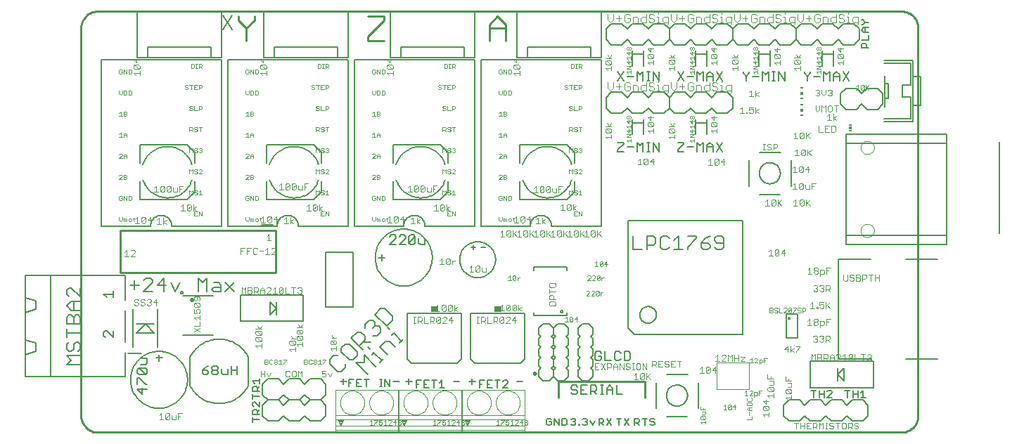
<source format=gto>
G75*
G70*
%OFA0B0*%
%FSLAX24Y24*%
%IPPOS*%
%LPD*%
%AMOC8*
5,1,8,0,0,1.08239X$1,22.5*
%
%ADD10C,0.0100*%
%ADD11C,0.0070*%
%ADD12C,0.0040*%
%ADD13C,0.0060*%
%ADD14C,0.0050*%
%ADD15C,0.0030*%
%ADD16C,0.0080*%
%ADD17C,0.0020*%
%ADD18R,0.0118X0.0059*%
%ADD19R,0.0118X0.0118*%
%ADD20C,0.0000*%
%ADD21R,0.0340X0.0300*%
D10*
X002785Y001429D02*
X002785Y019835D01*
X002787Y019889D01*
X002792Y019942D01*
X002801Y019995D01*
X002814Y020047D01*
X002830Y020099D01*
X002850Y020149D01*
X002873Y020197D01*
X002900Y020244D01*
X002929Y020289D01*
X002962Y020332D01*
X002997Y020372D01*
X003035Y020410D01*
X003075Y020445D01*
X003118Y020478D01*
X003163Y020507D01*
X003210Y020534D01*
X003258Y020557D01*
X003308Y020577D01*
X003360Y020593D01*
X003412Y020606D01*
X003465Y020615D01*
X003518Y020620D01*
X003572Y020622D01*
X041663Y020622D01*
X041717Y020620D01*
X041770Y020615D01*
X041823Y020606D01*
X041875Y020593D01*
X041927Y020577D01*
X041977Y020557D01*
X042025Y020534D01*
X042072Y020507D01*
X042117Y020478D01*
X042160Y020445D01*
X042200Y020410D01*
X042238Y020372D01*
X042273Y020332D01*
X042306Y020289D01*
X042335Y020244D01*
X042362Y020197D01*
X042385Y020149D01*
X042405Y020099D01*
X042421Y020047D01*
X042434Y019995D01*
X042443Y019942D01*
X042448Y019889D01*
X042450Y019835D01*
X042450Y001429D01*
X042448Y001375D01*
X042443Y001322D01*
X042434Y001269D01*
X042421Y001217D01*
X042405Y001165D01*
X042385Y001115D01*
X042362Y001067D01*
X042335Y001020D01*
X042306Y000975D01*
X042273Y000932D01*
X042238Y000892D01*
X042200Y000854D01*
X042160Y000819D01*
X042117Y000786D01*
X042072Y000757D01*
X042025Y000730D01*
X041977Y000707D01*
X041927Y000687D01*
X041875Y000671D01*
X041823Y000658D01*
X041770Y000649D01*
X041717Y000644D01*
X041663Y000642D01*
X003572Y000642D01*
X003518Y000644D01*
X003465Y000649D01*
X003412Y000658D01*
X003360Y000671D01*
X003308Y000687D01*
X003258Y000707D01*
X003210Y000730D01*
X003163Y000757D01*
X003118Y000786D01*
X003075Y000819D01*
X003035Y000854D01*
X002997Y000892D01*
X002962Y000932D01*
X002929Y000975D01*
X002900Y001020D01*
X002873Y001067D01*
X002850Y001115D01*
X002830Y001165D01*
X002814Y001217D01*
X002801Y001269D01*
X002792Y001322D01*
X002787Y001375D01*
X002785Y001429D01*
X007980Y006937D02*
X007982Y006950D01*
X007987Y006963D01*
X007996Y006974D01*
X008007Y006981D01*
X008020Y006986D01*
X008033Y006987D01*
X008047Y006984D01*
X008059Y006978D01*
X008069Y006969D01*
X008076Y006957D01*
X008080Y006944D01*
X008080Y006930D01*
X008076Y006917D01*
X008069Y006905D01*
X008059Y006896D01*
X008047Y006890D01*
X008033Y006887D01*
X008020Y006888D01*
X008007Y006893D01*
X007996Y006900D01*
X007987Y006911D01*
X007982Y006924D01*
X007980Y006937D01*
X004655Y008237D02*
X012005Y008237D01*
X012005Y010237D01*
X004655Y010237D01*
X004655Y008237D01*
X011330Y010487D02*
X011830Y010487D01*
X024230Y003437D02*
X024232Y003450D01*
X024237Y003463D01*
X024246Y003474D01*
X024257Y003481D01*
X024270Y003486D01*
X024283Y003487D01*
X024297Y003484D01*
X024309Y003478D01*
X024319Y003469D01*
X024326Y003457D01*
X024330Y003444D01*
X024330Y003430D01*
X024326Y003417D01*
X024319Y003405D01*
X024309Y003396D01*
X024297Y003390D01*
X024283Y003387D01*
X024270Y003388D01*
X024257Y003393D01*
X024246Y003400D01*
X024237Y003411D01*
X024232Y003424D01*
X024230Y003437D01*
X025403Y003069D02*
X029497Y003069D01*
X029497Y002282D01*
X025403Y002282D02*
X025403Y003069D01*
X022897Y019237D02*
X022897Y020005D01*
X022514Y020388D01*
X022130Y020005D01*
X022130Y019237D01*
X022130Y019813D02*
X022897Y019813D01*
X017147Y020196D02*
X016380Y019429D01*
X016380Y019237D01*
X017147Y019237D01*
X017147Y020196D02*
X017147Y020388D01*
X016380Y020388D01*
X010997Y020388D02*
X010997Y020196D01*
X010614Y019813D01*
X010614Y019237D01*
X010614Y019813D02*
X010230Y020196D01*
X010230Y020388D01*
D11*
X028216Y017753D02*
X028503Y017322D01*
X028677Y017537D02*
X028964Y017537D01*
X029137Y017322D02*
X029137Y017753D01*
X029281Y017609D01*
X029424Y017753D01*
X029424Y017322D01*
X029598Y017322D02*
X029741Y017322D01*
X029669Y017322D02*
X029669Y017753D01*
X029598Y017753D02*
X029741Y017753D01*
X029905Y017753D02*
X030192Y017322D01*
X030192Y017753D01*
X029905Y017753D02*
X029905Y017322D01*
X031063Y017322D02*
X031350Y017753D01*
X031523Y017537D02*
X031810Y017537D01*
X031984Y017322D02*
X031984Y017753D01*
X032127Y017609D01*
X032271Y017753D01*
X032271Y017322D01*
X032444Y017322D02*
X032444Y017609D01*
X032588Y017753D01*
X032731Y017609D01*
X032731Y017322D01*
X032905Y017322D02*
X033192Y017753D01*
X032905Y017753D02*
X033192Y017322D01*
X032731Y017537D02*
X032444Y017537D01*
X031350Y017322D02*
X031063Y017753D01*
X028503Y017753D02*
X028216Y017322D01*
X034166Y017681D02*
X034310Y017537D01*
X034310Y017322D01*
X034310Y017537D02*
X034453Y017681D01*
X034453Y017753D01*
X034627Y017537D02*
X034914Y017537D01*
X035087Y017322D02*
X035087Y017753D01*
X035231Y017609D01*
X035374Y017753D01*
X035374Y017322D01*
X035548Y017322D02*
X035691Y017322D01*
X035619Y017322D02*
X035619Y017753D01*
X035548Y017753D02*
X035691Y017753D01*
X035855Y017753D02*
X036142Y017322D01*
X036142Y017753D01*
X035855Y017753D02*
X035855Y017322D01*
X037063Y017681D02*
X037206Y017537D01*
X037206Y017322D01*
X037206Y017537D02*
X037350Y017681D01*
X037350Y017753D01*
X037523Y017537D02*
X037810Y017537D01*
X037984Y017322D02*
X037984Y017753D01*
X038127Y017609D01*
X038271Y017753D01*
X038271Y017322D01*
X038444Y017322D02*
X038444Y017609D01*
X038588Y017753D01*
X038731Y017609D01*
X038731Y017322D01*
X038905Y017322D02*
X039192Y017753D01*
X038905Y017753D02*
X039192Y017322D01*
X038731Y017537D02*
X038444Y017537D01*
X037063Y017681D02*
X037063Y017753D01*
X034166Y017753D02*
X034166Y017681D01*
X039783Y018886D02*
X039783Y019051D01*
X039838Y019106D01*
X039948Y019106D01*
X040003Y019051D01*
X040003Y018886D01*
X040113Y018886D02*
X039783Y018886D01*
X039783Y019254D02*
X040113Y019254D01*
X040113Y019474D01*
X040113Y019622D02*
X039893Y019622D01*
X039783Y019733D01*
X039893Y019843D01*
X040113Y019843D01*
X039948Y019843D02*
X039948Y019622D01*
X039838Y019991D02*
X039948Y020101D01*
X040113Y020101D01*
X039948Y020101D02*
X039838Y020211D01*
X039783Y020211D01*
X039783Y019991D02*
X039838Y019991D01*
X033192Y014403D02*
X032905Y013972D01*
X032731Y013972D02*
X032731Y014259D01*
X032588Y014403D01*
X032444Y014259D01*
X032444Y013972D01*
X032271Y013972D02*
X032271Y014403D01*
X032127Y014259D01*
X031984Y014403D01*
X031984Y013972D01*
X031810Y014187D02*
X031523Y014187D01*
X031350Y014331D02*
X031063Y014044D01*
X031063Y013972D01*
X031350Y013972D01*
X031350Y014331D02*
X031350Y014403D01*
X031063Y014403D01*
X030192Y014403D02*
X030192Y013972D01*
X029905Y014403D01*
X029905Y013972D01*
X029741Y013972D02*
X029598Y013972D01*
X029669Y013972D02*
X029669Y014403D01*
X029598Y014403D02*
X029741Y014403D01*
X029424Y014403D02*
X029281Y014259D01*
X029137Y014403D01*
X029137Y013972D01*
X028964Y014187D02*
X028677Y014187D01*
X028503Y014331D02*
X028216Y014044D01*
X028216Y013972D01*
X028503Y013972D01*
X028503Y014331D02*
X028503Y014403D01*
X028216Y014403D01*
X029424Y014403D02*
X029424Y013972D01*
X032444Y014187D02*
X032731Y014187D01*
X032905Y014403D02*
X033192Y013972D01*
X033136Y009953D02*
X032926Y009953D01*
X032820Y009848D01*
X032820Y009743D01*
X032926Y009638D01*
X033241Y009638D01*
X033241Y009848D02*
X033241Y009427D01*
X033136Y009322D01*
X032926Y009322D01*
X032820Y009427D01*
X032596Y009427D02*
X032596Y009532D01*
X032491Y009638D01*
X032176Y009638D01*
X032176Y009427D01*
X032281Y009322D01*
X032491Y009322D01*
X032596Y009427D01*
X032386Y009848D02*
X032176Y009638D01*
X032386Y009848D02*
X032596Y009953D01*
X033136Y009953D02*
X033241Y009848D01*
X031952Y009848D02*
X031531Y009427D01*
X031531Y009322D01*
X031307Y009322D02*
X030887Y009322D01*
X031097Y009322D02*
X031097Y009953D01*
X030887Y009743D01*
X030663Y009848D02*
X030558Y009953D01*
X030347Y009953D01*
X030242Y009848D01*
X030242Y009427D01*
X030347Y009322D01*
X030558Y009322D01*
X030663Y009427D01*
X030018Y009638D02*
X030018Y009848D01*
X029913Y009953D01*
X029598Y009953D01*
X029598Y009322D01*
X029598Y009532D02*
X029913Y009532D01*
X030018Y009638D01*
X029374Y009322D02*
X028953Y009322D01*
X028953Y009953D01*
X031531Y009953D02*
X031952Y009953D01*
X031952Y009848D01*
X028750Y004478D02*
X028534Y004478D01*
X028534Y004048D01*
X028750Y004048D01*
X028821Y004119D01*
X028821Y004406D01*
X028750Y004478D01*
X028361Y004406D02*
X028289Y004478D01*
X028146Y004478D01*
X028074Y004406D01*
X028074Y004119D01*
X028146Y004048D01*
X028289Y004048D01*
X028361Y004119D01*
X027900Y004048D02*
X027614Y004048D01*
X027614Y004478D01*
X027440Y004406D02*
X027368Y004478D01*
X027225Y004478D01*
X027153Y004406D01*
X027153Y004119D01*
X027225Y004048D01*
X027368Y004048D01*
X027440Y004119D01*
X027440Y004263D01*
X027297Y004263D01*
X027399Y002877D02*
X027543Y002877D01*
X027471Y002877D02*
X027471Y002447D01*
X027399Y002447D02*
X027543Y002447D01*
X027706Y002447D02*
X027706Y002734D01*
X027849Y002877D01*
X027993Y002734D01*
X027993Y002447D01*
X028166Y002447D02*
X028453Y002447D01*
X028166Y002447D02*
X028166Y002877D01*
X027993Y002662D02*
X027706Y002662D01*
X027226Y002662D02*
X027226Y002806D01*
X027154Y002877D01*
X026939Y002877D01*
X026939Y002447D01*
X026939Y002590D02*
X027154Y002590D01*
X027226Y002662D01*
X027082Y002590D02*
X027226Y002447D01*
X026765Y002447D02*
X026478Y002447D01*
X026478Y002877D01*
X026765Y002877D01*
X026622Y002662D02*
X026478Y002662D01*
X026305Y002590D02*
X026305Y002519D01*
X026233Y002447D01*
X026090Y002447D01*
X026018Y002519D01*
X026090Y002662D02*
X026233Y002662D01*
X026305Y002590D01*
X026305Y002806D02*
X026233Y002877D01*
X026090Y002877D01*
X026018Y002806D01*
X026018Y002734D01*
X026090Y002662D01*
X023714Y003062D02*
X023428Y003062D01*
X021464Y003062D02*
X021178Y003062D01*
X021321Y003206D02*
X021321Y002919D01*
X020714Y003062D02*
X020428Y003062D01*
X018464Y003062D02*
X018178Y003062D01*
X018321Y003206D02*
X018321Y002919D01*
X017864Y003062D02*
X017578Y003062D01*
X016380Y003387D02*
X015821Y003946D01*
X016194Y003946D01*
X016194Y004319D01*
X016753Y003760D01*
X016940Y003947D02*
X017126Y004133D01*
X017033Y004040D02*
X016660Y004413D01*
X016567Y004319D01*
X016474Y004599D02*
X016381Y004692D01*
X016150Y004557D02*
X015591Y005116D01*
X015870Y005395D01*
X016057Y005395D01*
X016243Y005209D01*
X016243Y005023D01*
X015964Y004743D01*
X016150Y004929D02*
X016523Y004929D01*
X016617Y005210D02*
X016803Y005210D01*
X016989Y005396D01*
X016989Y005583D01*
X016896Y005676D01*
X016710Y005676D01*
X016617Y005583D01*
X016710Y005676D02*
X016710Y005862D01*
X016617Y005955D01*
X016430Y005955D01*
X016244Y005769D01*
X016244Y005583D01*
X016711Y006236D02*
X016990Y006515D01*
X017177Y006515D01*
X017549Y006142D01*
X017549Y005956D01*
X017270Y005677D01*
X016711Y006236D01*
X017314Y005625D02*
X017407Y005532D01*
X017594Y005346D02*
X017966Y004973D01*
X017873Y004880D02*
X018060Y005066D01*
X017686Y004693D02*
X017406Y004972D01*
X017220Y004972D01*
X016941Y004693D01*
X017313Y004320D01*
X015869Y004276D02*
X015869Y004463D01*
X015497Y004835D01*
X015310Y004835D01*
X015124Y004649D01*
X015124Y004463D01*
X015497Y004090D01*
X015683Y004090D01*
X015869Y004276D01*
X015310Y003903D02*
X015310Y003716D01*
X015123Y003530D01*
X014937Y003530D01*
X014564Y003903D01*
X014564Y004089D01*
X014750Y004275D01*
X014937Y004275D01*
X015221Y003206D02*
X015221Y002919D01*
X015078Y003062D02*
X015364Y003062D01*
X017500Y005253D02*
X017594Y005346D01*
X024854Y001251D02*
X024909Y001306D01*
X025019Y001306D01*
X025074Y001251D01*
X025074Y001140D02*
X024964Y001140D01*
X025074Y001140D02*
X025074Y001030D01*
X025019Y000975D01*
X024909Y000975D01*
X024854Y001030D01*
X024854Y001251D01*
X025222Y001306D02*
X025442Y000975D01*
X025442Y001306D01*
X025591Y001306D02*
X025756Y001306D01*
X025811Y001251D01*
X025811Y001030D01*
X025756Y000975D01*
X025591Y000975D01*
X025591Y001306D01*
X025222Y001306D02*
X025222Y000975D01*
X026004Y001030D02*
X026059Y000975D01*
X026169Y000975D01*
X026224Y001030D01*
X026224Y001085D01*
X026169Y001140D01*
X026114Y001140D01*
X026169Y001140D02*
X026224Y001196D01*
X026224Y001251D01*
X026169Y001306D01*
X026059Y001306D01*
X026004Y001251D01*
X026372Y001030D02*
X026427Y001030D01*
X026427Y000975D01*
X026372Y000975D01*
X026372Y001030D01*
X026556Y001030D02*
X026611Y000975D01*
X026722Y000975D01*
X026777Y001030D01*
X026777Y001085D01*
X026722Y001140D01*
X026667Y001140D01*
X026722Y001140D02*
X026777Y001196D01*
X026777Y001251D01*
X026722Y001306D01*
X026611Y001306D01*
X026556Y001251D01*
X026925Y001196D02*
X027035Y000975D01*
X027145Y001196D01*
X027328Y001306D02*
X027328Y000975D01*
X027328Y001085D02*
X027493Y001085D01*
X027548Y001140D01*
X027548Y001251D01*
X027493Y001306D01*
X027328Y001306D01*
X027438Y001085D02*
X027548Y000975D01*
X027696Y000975D02*
X027916Y001306D01*
X027696Y001306D02*
X027916Y000975D01*
X028272Y000975D02*
X028272Y001306D01*
X028162Y001306D02*
X028382Y001306D01*
X028530Y001306D02*
X028750Y000975D01*
X028530Y000975D02*
X028750Y001306D01*
X029017Y001306D02*
X029183Y001306D01*
X029238Y001251D01*
X029238Y001140D01*
X029183Y001085D01*
X029017Y001085D01*
X029017Y000975D02*
X029017Y001306D01*
X029127Y001085D02*
X029238Y000975D01*
X029496Y000975D02*
X029496Y001306D01*
X029386Y001306D02*
X029606Y001306D01*
X029754Y001251D02*
X029754Y001196D01*
X029809Y001140D01*
X029919Y001140D01*
X029974Y001085D01*
X029974Y001030D01*
X029919Y000975D01*
X029809Y000975D01*
X029754Y001030D01*
X029754Y001251D02*
X029809Y001306D01*
X029919Y001306D01*
X029974Y001251D01*
X002745Y003855D02*
X002114Y003855D01*
X002325Y004065D01*
X002114Y004275D01*
X002745Y004275D01*
X002640Y004500D02*
X002745Y004605D01*
X002745Y004815D01*
X002640Y004920D01*
X002535Y004920D01*
X002430Y004815D01*
X002430Y004605D01*
X002325Y004500D01*
X002220Y004500D01*
X002114Y004605D01*
X002114Y004815D01*
X002220Y004920D01*
X002114Y005144D02*
X002114Y005564D01*
X002114Y005354D02*
X002745Y005354D01*
X002745Y005789D02*
X002114Y005789D01*
X002114Y006104D01*
X002220Y006209D01*
X002325Y006209D01*
X002430Y006104D01*
X002430Y005789D01*
X002745Y005789D02*
X002745Y006104D01*
X002640Y006209D01*
X002535Y006209D01*
X002430Y006104D01*
X002430Y006433D02*
X002430Y006854D01*
X002325Y006854D02*
X002745Y006854D01*
X002745Y007078D02*
X002325Y007498D01*
X002220Y007498D01*
X002114Y007393D01*
X002114Y007183D01*
X002220Y007078D01*
X002325Y006854D02*
X002114Y006643D01*
X002325Y006433D01*
X002745Y006433D01*
X002745Y007078D02*
X002745Y007498D01*
D12*
X011297Y003562D02*
X011297Y003281D01*
X011297Y003421D02*
X011483Y003421D01*
X011591Y003468D02*
X011685Y003281D01*
X011778Y003468D01*
X011483Y003562D02*
X011483Y003281D01*
X012484Y003328D02*
X012531Y003281D01*
X012624Y003281D01*
X012671Y003328D01*
X012779Y003328D02*
X012825Y003281D01*
X012919Y003281D01*
X012966Y003328D01*
X012966Y003515D01*
X012919Y003562D01*
X012825Y003562D01*
X012779Y003515D01*
X012779Y003328D01*
X012671Y003515D02*
X012624Y003562D01*
X012531Y003562D01*
X012484Y003515D01*
X012484Y003328D01*
X013073Y003281D02*
X013073Y003562D01*
X013167Y003468D01*
X013260Y003562D01*
X013260Y003281D01*
X014197Y003328D02*
X014243Y003281D01*
X014337Y003281D01*
X014383Y003328D01*
X014383Y003421D01*
X014337Y003468D01*
X014290Y003468D01*
X014197Y003421D01*
X014197Y003562D01*
X014383Y003562D01*
X014491Y003468D02*
X014585Y003281D01*
X014678Y003468D01*
X014854Y002653D02*
X017806Y002653D01*
X017806Y001451D01*
X014854Y001451D01*
X014854Y001261D01*
X014854Y000941D01*
X014854Y000768D01*
X014854Y000650D01*
X017806Y000650D01*
X017806Y000768D01*
X017806Y000941D01*
X014854Y000941D01*
X014854Y000768D02*
X017806Y000768D01*
X017854Y000768D02*
X017854Y000941D01*
X020806Y000941D01*
X020806Y000768D01*
X017854Y000768D01*
X017854Y000650D01*
X020806Y000650D01*
X020806Y000768D01*
X020854Y000768D02*
X020854Y000941D01*
X023806Y000941D01*
X023806Y000768D01*
X020854Y000768D01*
X020854Y000650D01*
X023806Y000650D01*
X023806Y000768D01*
X023806Y000941D02*
X023806Y001261D01*
X023806Y001451D01*
X020854Y001451D01*
X020854Y001261D01*
X020854Y000941D01*
X020806Y000941D02*
X020806Y001261D01*
X020806Y001451D01*
X017854Y001451D01*
X017854Y001261D01*
X017854Y000941D01*
X017806Y000941D02*
X017806Y001261D01*
X017806Y001451D01*
X017854Y001451D02*
X017854Y002653D01*
X020806Y002653D01*
X020806Y001451D01*
X020854Y001451D02*
X020854Y002653D01*
X023806Y002653D01*
X023806Y001451D01*
X023806Y001261D02*
X020854Y001261D01*
X020806Y001261D02*
X017854Y001261D01*
X017806Y001261D02*
X014854Y001261D01*
X014964Y001212D02*
X015089Y000962D01*
X015214Y001212D01*
X014964Y001212D01*
X014979Y001181D02*
X015198Y001181D01*
X015179Y001143D02*
X014999Y001143D01*
X015018Y001104D02*
X015160Y001104D01*
X015140Y001066D02*
X015037Y001066D01*
X015056Y001027D02*
X015121Y001027D01*
X015102Y000989D02*
X015076Y000989D01*
X014854Y001451D02*
X014854Y002653D01*
X015070Y002048D02*
X015072Y002095D01*
X015078Y002142D01*
X015087Y002188D01*
X015101Y002233D01*
X015118Y002277D01*
X015139Y002320D01*
X015163Y002360D01*
X015190Y002399D01*
X015221Y002435D01*
X015254Y002468D01*
X015290Y002499D01*
X015329Y002526D01*
X015369Y002550D01*
X015412Y002571D01*
X015456Y002588D01*
X015501Y002602D01*
X015547Y002611D01*
X015594Y002617D01*
X015641Y002619D01*
X015688Y002617D01*
X015735Y002611D01*
X015781Y002602D01*
X015826Y002588D01*
X015870Y002571D01*
X015913Y002550D01*
X015953Y002526D01*
X015992Y002499D01*
X016028Y002468D01*
X016061Y002435D01*
X016092Y002399D01*
X016119Y002360D01*
X016143Y002320D01*
X016164Y002277D01*
X016181Y002233D01*
X016195Y002188D01*
X016204Y002142D01*
X016210Y002095D01*
X016212Y002048D01*
X016210Y002001D01*
X016204Y001954D01*
X016195Y001908D01*
X016181Y001863D01*
X016164Y001819D01*
X016143Y001776D01*
X016119Y001736D01*
X016092Y001697D01*
X016061Y001661D01*
X016028Y001628D01*
X015992Y001597D01*
X015953Y001570D01*
X015913Y001546D01*
X015870Y001525D01*
X015826Y001508D01*
X015781Y001494D01*
X015735Y001485D01*
X015688Y001479D01*
X015641Y001477D01*
X015594Y001479D01*
X015547Y001485D01*
X015501Y001494D01*
X015456Y001508D01*
X015412Y001525D01*
X015369Y001546D01*
X015329Y001570D01*
X015290Y001597D01*
X015254Y001628D01*
X015221Y001661D01*
X015190Y001697D01*
X015163Y001736D01*
X015139Y001776D01*
X015118Y001819D01*
X015101Y001863D01*
X015087Y001908D01*
X015078Y001954D01*
X015072Y002001D01*
X015070Y002048D01*
X016113Y002325D02*
X016116Y002328D01*
X016448Y002048D02*
X016450Y002095D01*
X016456Y002142D01*
X016465Y002188D01*
X016479Y002233D01*
X016496Y002277D01*
X016517Y002320D01*
X016541Y002360D01*
X016568Y002399D01*
X016599Y002435D01*
X016632Y002468D01*
X016668Y002499D01*
X016707Y002526D01*
X016747Y002550D01*
X016790Y002571D01*
X016834Y002588D01*
X016879Y002602D01*
X016925Y002611D01*
X016972Y002617D01*
X017019Y002619D01*
X017066Y002617D01*
X017113Y002611D01*
X017159Y002602D01*
X017204Y002588D01*
X017248Y002571D01*
X017291Y002550D01*
X017331Y002526D01*
X017370Y002499D01*
X017406Y002468D01*
X017439Y002435D01*
X017470Y002399D01*
X017497Y002360D01*
X017521Y002320D01*
X017542Y002277D01*
X017559Y002233D01*
X017573Y002188D01*
X017582Y002142D01*
X017588Y002095D01*
X017590Y002048D01*
X017588Y002001D01*
X017582Y001954D01*
X017573Y001908D01*
X017559Y001863D01*
X017542Y001819D01*
X017521Y001776D01*
X017497Y001736D01*
X017470Y001697D01*
X017439Y001661D01*
X017406Y001628D01*
X017370Y001597D01*
X017331Y001570D01*
X017291Y001546D01*
X017248Y001525D01*
X017204Y001508D01*
X017159Y001494D01*
X017113Y001485D01*
X017066Y001479D01*
X017019Y001477D01*
X016972Y001479D01*
X016925Y001485D01*
X016879Y001494D01*
X016834Y001508D01*
X016790Y001525D01*
X016747Y001546D01*
X016707Y001570D01*
X016668Y001597D01*
X016632Y001628D01*
X016599Y001661D01*
X016568Y001697D01*
X016541Y001736D01*
X016517Y001776D01*
X016496Y001819D01*
X016479Y001863D01*
X016465Y001908D01*
X016456Y001954D01*
X016450Y002001D01*
X016448Y002048D01*
X017491Y002325D02*
X017494Y002328D01*
X018070Y002048D02*
X018072Y002095D01*
X018078Y002142D01*
X018087Y002188D01*
X018101Y002233D01*
X018118Y002277D01*
X018139Y002320D01*
X018163Y002360D01*
X018190Y002399D01*
X018221Y002435D01*
X018254Y002468D01*
X018290Y002499D01*
X018329Y002526D01*
X018369Y002550D01*
X018412Y002571D01*
X018456Y002588D01*
X018501Y002602D01*
X018547Y002611D01*
X018594Y002617D01*
X018641Y002619D01*
X018688Y002617D01*
X018735Y002611D01*
X018781Y002602D01*
X018826Y002588D01*
X018870Y002571D01*
X018913Y002550D01*
X018953Y002526D01*
X018992Y002499D01*
X019028Y002468D01*
X019061Y002435D01*
X019092Y002399D01*
X019119Y002360D01*
X019143Y002320D01*
X019164Y002277D01*
X019181Y002233D01*
X019195Y002188D01*
X019204Y002142D01*
X019210Y002095D01*
X019212Y002048D01*
X019210Y002001D01*
X019204Y001954D01*
X019195Y001908D01*
X019181Y001863D01*
X019164Y001819D01*
X019143Y001776D01*
X019119Y001736D01*
X019092Y001697D01*
X019061Y001661D01*
X019028Y001628D01*
X018992Y001597D01*
X018953Y001570D01*
X018913Y001546D01*
X018870Y001525D01*
X018826Y001508D01*
X018781Y001494D01*
X018735Y001485D01*
X018688Y001479D01*
X018641Y001477D01*
X018594Y001479D01*
X018547Y001485D01*
X018501Y001494D01*
X018456Y001508D01*
X018412Y001525D01*
X018369Y001546D01*
X018329Y001570D01*
X018290Y001597D01*
X018254Y001628D01*
X018221Y001661D01*
X018190Y001697D01*
X018163Y001736D01*
X018139Y001776D01*
X018118Y001819D01*
X018101Y001863D01*
X018087Y001908D01*
X018078Y001954D01*
X018072Y002001D01*
X018070Y002048D01*
X019113Y002325D02*
X019116Y002328D01*
X019448Y002048D02*
X019450Y002095D01*
X019456Y002142D01*
X019465Y002188D01*
X019479Y002233D01*
X019496Y002277D01*
X019517Y002320D01*
X019541Y002360D01*
X019568Y002399D01*
X019599Y002435D01*
X019632Y002468D01*
X019668Y002499D01*
X019707Y002526D01*
X019747Y002550D01*
X019790Y002571D01*
X019834Y002588D01*
X019879Y002602D01*
X019925Y002611D01*
X019972Y002617D01*
X020019Y002619D01*
X020066Y002617D01*
X020113Y002611D01*
X020159Y002602D01*
X020204Y002588D01*
X020248Y002571D01*
X020291Y002550D01*
X020331Y002526D01*
X020370Y002499D01*
X020406Y002468D01*
X020439Y002435D01*
X020470Y002399D01*
X020497Y002360D01*
X020521Y002320D01*
X020542Y002277D01*
X020559Y002233D01*
X020573Y002188D01*
X020582Y002142D01*
X020588Y002095D01*
X020590Y002048D01*
X020588Y002001D01*
X020582Y001954D01*
X020573Y001908D01*
X020559Y001863D01*
X020542Y001819D01*
X020521Y001776D01*
X020497Y001736D01*
X020470Y001697D01*
X020439Y001661D01*
X020406Y001628D01*
X020370Y001597D01*
X020331Y001570D01*
X020291Y001546D01*
X020248Y001525D01*
X020204Y001508D01*
X020159Y001494D01*
X020113Y001485D01*
X020066Y001479D01*
X020019Y001477D01*
X019972Y001479D01*
X019925Y001485D01*
X019879Y001494D01*
X019834Y001508D01*
X019790Y001525D01*
X019747Y001546D01*
X019707Y001570D01*
X019668Y001597D01*
X019632Y001628D01*
X019599Y001661D01*
X019568Y001697D01*
X019541Y001736D01*
X019517Y001776D01*
X019496Y001819D01*
X019479Y001863D01*
X019465Y001908D01*
X019456Y001954D01*
X019450Y002001D01*
X019448Y002048D01*
X020491Y002325D02*
X020494Y002328D01*
X021070Y002048D02*
X021072Y002095D01*
X021078Y002142D01*
X021087Y002188D01*
X021101Y002233D01*
X021118Y002277D01*
X021139Y002320D01*
X021163Y002360D01*
X021190Y002399D01*
X021221Y002435D01*
X021254Y002468D01*
X021290Y002499D01*
X021329Y002526D01*
X021369Y002550D01*
X021412Y002571D01*
X021456Y002588D01*
X021501Y002602D01*
X021547Y002611D01*
X021594Y002617D01*
X021641Y002619D01*
X021688Y002617D01*
X021735Y002611D01*
X021781Y002602D01*
X021826Y002588D01*
X021870Y002571D01*
X021913Y002550D01*
X021953Y002526D01*
X021992Y002499D01*
X022028Y002468D01*
X022061Y002435D01*
X022092Y002399D01*
X022119Y002360D01*
X022143Y002320D01*
X022164Y002277D01*
X022181Y002233D01*
X022195Y002188D01*
X022204Y002142D01*
X022210Y002095D01*
X022212Y002048D01*
X022210Y002001D01*
X022204Y001954D01*
X022195Y001908D01*
X022181Y001863D01*
X022164Y001819D01*
X022143Y001776D01*
X022119Y001736D01*
X022092Y001697D01*
X022061Y001661D01*
X022028Y001628D01*
X021992Y001597D01*
X021953Y001570D01*
X021913Y001546D01*
X021870Y001525D01*
X021826Y001508D01*
X021781Y001494D01*
X021735Y001485D01*
X021688Y001479D01*
X021641Y001477D01*
X021594Y001479D01*
X021547Y001485D01*
X021501Y001494D01*
X021456Y001508D01*
X021412Y001525D01*
X021369Y001546D01*
X021329Y001570D01*
X021290Y001597D01*
X021254Y001628D01*
X021221Y001661D01*
X021190Y001697D01*
X021163Y001736D01*
X021139Y001776D01*
X021118Y001819D01*
X021101Y001863D01*
X021087Y001908D01*
X021078Y001954D01*
X021072Y002001D01*
X021070Y002048D01*
X022113Y002325D02*
X022116Y002328D01*
X022448Y002048D02*
X022450Y002095D01*
X022456Y002142D01*
X022465Y002188D01*
X022479Y002233D01*
X022496Y002277D01*
X022517Y002320D01*
X022541Y002360D01*
X022568Y002399D01*
X022599Y002435D01*
X022632Y002468D01*
X022668Y002499D01*
X022707Y002526D01*
X022747Y002550D01*
X022790Y002571D01*
X022834Y002588D01*
X022879Y002602D01*
X022925Y002611D01*
X022972Y002617D01*
X023019Y002619D01*
X023066Y002617D01*
X023113Y002611D01*
X023159Y002602D01*
X023204Y002588D01*
X023248Y002571D01*
X023291Y002550D01*
X023331Y002526D01*
X023370Y002499D01*
X023406Y002468D01*
X023439Y002435D01*
X023470Y002399D01*
X023497Y002360D01*
X023521Y002320D01*
X023542Y002277D01*
X023559Y002233D01*
X023573Y002188D01*
X023582Y002142D01*
X023588Y002095D01*
X023590Y002048D01*
X023588Y002001D01*
X023582Y001954D01*
X023573Y001908D01*
X023559Y001863D01*
X023542Y001819D01*
X023521Y001776D01*
X023497Y001736D01*
X023470Y001697D01*
X023439Y001661D01*
X023406Y001628D01*
X023370Y001597D01*
X023331Y001570D01*
X023291Y001546D01*
X023248Y001525D01*
X023204Y001508D01*
X023159Y001494D01*
X023113Y001485D01*
X023066Y001479D01*
X023019Y001477D01*
X022972Y001479D01*
X022925Y001485D01*
X022879Y001494D01*
X022834Y001508D01*
X022790Y001525D01*
X022747Y001546D01*
X022707Y001570D01*
X022668Y001597D01*
X022632Y001628D01*
X022599Y001661D01*
X022568Y001697D01*
X022541Y001736D01*
X022517Y001776D01*
X022496Y001819D01*
X022479Y001863D01*
X022465Y001908D01*
X022456Y001954D01*
X022450Y002001D01*
X022448Y002048D01*
X023491Y002325D02*
X023494Y002328D01*
X021214Y001212D02*
X021089Y000962D01*
X020964Y001212D01*
X021214Y001212D01*
X021198Y001181D02*
X020979Y001181D01*
X020999Y001143D02*
X021179Y001143D01*
X021160Y001104D02*
X021018Y001104D01*
X021037Y001066D02*
X021140Y001066D01*
X021121Y001027D02*
X021056Y001027D01*
X021076Y000989D02*
X021102Y000989D01*
X018214Y001212D02*
X018089Y000962D01*
X017964Y001212D01*
X018214Y001212D01*
X018198Y001181D02*
X017979Y001181D01*
X017999Y001143D02*
X018179Y001143D01*
X018160Y001104D02*
X018018Y001104D01*
X018037Y001066D02*
X018140Y001066D01*
X018121Y001027D02*
X018056Y001027D01*
X018076Y000989D02*
X018102Y000989D01*
X027138Y003633D02*
X027325Y003633D01*
X027433Y003633D02*
X027620Y003913D01*
X027727Y003913D02*
X027868Y003913D01*
X027914Y003866D01*
X027914Y003773D01*
X027868Y003726D01*
X027727Y003726D01*
X027727Y003633D02*
X027727Y003913D01*
X027433Y003913D02*
X027620Y003633D01*
X028022Y003633D02*
X028022Y003819D01*
X028116Y003913D01*
X028209Y003819D01*
X028209Y003633D01*
X028317Y003633D02*
X028317Y003913D01*
X028504Y003633D01*
X028504Y003913D01*
X028611Y003866D02*
X028611Y003819D01*
X028658Y003773D01*
X028752Y003773D01*
X028798Y003726D01*
X028798Y003679D01*
X028752Y003633D01*
X028658Y003633D01*
X028611Y003679D01*
X028611Y003866D02*
X028658Y003913D01*
X028752Y003913D01*
X028798Y003866D01*
X028906Y003913D02*
X029000Y003913D01*
X028953Y003913D02*
X028953Y003633D01*
X028906Y003633D02*
X029000Y003633D01*
X029103Y003679D02*
X029149Y003633D01*
X029243Y003633D01*
X029289Y003679D01*
X029289Y003866D01*
X029243Y003913D01*
X029149Y003913D01*
X029103Y003866D01*
X029103Y003679D01*
X029397Y003633D02*
X029397Y003913D01*
X029584Y003633D01*
X029584Y003913D01*
X029860Y003844D02*
X030000Y003844D01*
X030047Y003890D01*
X030047Y003984D01*
X030000Y004030D01*
X029860Y004030D01*
X029860Y003750D01*
X029953Y003844D02*
X030047Y003750D01*
X030154Y003750D02*
X030341Y003750D01*
X030449Y003797D02*
X030496Y003750D01*
X030589Y003750D01*
X030636Y003797D01*
X030636Y003844D01*
X030589Y003890D01*
X030496Y003890D01*
X030449Y003937D01*
X030449Y003984D01*
X030496Y004030D01*
X030589Y004030D01*
X030636Y003984D01*
X030744Y004030D02*
X030744Y003750D01*
X030931Y003750D01*
X030837Y003890D02*
X030744Y003890D01*
X030744Y004030D02*
X030931Y004030D01*
X031038Y004030D02*
X031225Y004030D01*
X031132Y004030D02*
X031132Y003750D01*
X030341Y004030D02*
X030154Y004030D01*
X030154Y003750D01*
X030154Y003890D02*
X030248Y003890D01*
X028209Y003773D02*
X028022Y003773D01*
X027325Y003913D02*
X027138Y003913D01*
X027138Y003633D01*
X027138Y003773D02*
X027232Y003773D01*
X032905Y003962D02*
X032905Y002712D01*
X032907Y002706D02*
X034453Y002706D01*
X034455Y002712D02*
X034455Y003962D01*
X034453Y003969D02*
X032907Y003969D01*
X036588Y001093D02*
X036775Y001093D01*
X036682Y001093D02*
X036682Y000813D01*
X036883Y000813D02*
X036883Y001093D01*
X036883Y000953D02*
X037070Y000953D01*
X037177Y000953D02*
X037271Y000953D01*
X037364Y001093D02*
X037177Y001093D01*
X037177Y000813D01*
X037364Y000813D01*
X037472Y000813D02*
X037472Y001093D01*
X037612Y001093D01*
X037659Y001046D01*
X037659Y000953D01*
X037612Y000906D01*
X037472Y000906D01*
X037566Y000906D02*
X037659Y000813D01*
X037767Y000813D02*
X037767Y001093D01*
X037860Y000999D01*
X037954Y001093D01*
X037954Y000813D01*
X038061Y000813D02*
X038155Y000813D01*
X038108Y000813D02*
X038108Y001093D01*
X038061Y001093D02*
X038155Y001093D01*
X038258Y001046D02*
X038305Y001093D01*
X038398Y001093D01*
X038445Y001046D01*
X038398Y000953D02*
X038445Y000906D01*
X038445Y000859D01*
X038398Y000813D01*
X038305Y000813D01*
X038258Y000859D01*
X038305Y000953D02*
X038398Y000953D01*
X038305Y000953D02*
X038258Y000999D01*
X038258Y001046D01*
X038553Y001093D02*
X038739Y001093D01*
X038646Y001093D02*
X038646Y000813D01*
X038847Y000859D02*
X038894Y000813D01*
X038987Y000813D01*
X039034Y000859D01*
X039034Y001046D01*
X038987Y001093D01*
X038894Y001093D01*
X038847Y001046D01*
X038847Y000859D01*
X039142Y000813D02*
X039142Y001093D01*
X039282Y001093D01*
X039329Y001046D01*
X039329Y000953D01*
X039282Y000906D01*
X039142Y000906D01*
X039235Y000906D02*
X039329Y000813D01*
X039436Y000859D02*
X039483Y000813D01*
X039577Y000813D01*
X039623Y000859D01*
X039623Y000906D01*
X039577Y000953D01*
X039483Y000953D01*
X039436Y000999D01*
X039436Y001046D01*
X039483Y001093D01*
X039577Y001093D01*
X039623Y001046D01*
X037070Y001093D02*
X037070Y000813D01*
X035601Y014050D02*
X035601Y014330D01*
X035741Y014330D01*
X035788Y014284D01*
X035788Y014190D01*
X035741Y014144D01*
X035601Y014144D01*
X035493Y014144D02*
X035493Y014097D01*
X035446Y014050D01*
X035353Y014050D01*
X035306Y014097D01*
X035353Y014190D02*
X035446Y014190D01*
X035493Y014144D01*
X035493Y014284D02*
X035446Y014330D01*
X035353Y014330D01*
X035306Y014284D01*
X035306Y014237D01*
X035353Y014190D01*
X035203Y014050D02*
X035110Y014050D01*
X035157Y014050D02*
X035157Y014330D01*
X035203Y014330D02*
X035110Y014330D01*
X037594Y015961D02*
X037687Y015868D01*
X037781Y015961D01*
X037781Y016148D01*
X037888Y016148D02*
X037982Y016055D01*
X038075Y016148D01*
X038075Y015868D01*
X038183Y015915D02*
X038183Y016101D01*
X038230Y016148D01*
X038323Y016148D01*
X038370Y016101D01*
X038370Y015915D01*
X038323Y015868D01*
X038230Y015868D01*
X038183Y015915D01*
X037888Y015868D02*
X037888Y016148D01*
X037594Y016148D02*
X037594Y015961D01*
X038478Y016148D02*
X038664Y016148D01*
X038571Y016148D02*
X038571Y015868D01*
X038323Y016618D02*
X038230Y016618D01*
X038183Y016665D01*
X038075Y016711D02*
X038075Y016898D01*
X038183Y016851D02*
X038230Y016898D01*
X038323Y016898D01*
X038370Y016851D01*
X038370Y016805D01*
X038323Y016758D01*
X038370Y016711D01*
X038370Y016665D01*
X038323Y016618D01*
X038323Y016758D02*
X038276Y016758D01*
X038075Y016711D02*
X037982Y016618D01*
X037888Y016711D01*
X037888Y016898D01*
X037781Y016851D02*
X037781Y016805D01*
X037734Y016758D01*
X037781Y016711D01*
X037781Y016665D01*
X037734Y016618D01*
X037640Y016618D01*
X037594Y016665D01*
X037687Y016758D02*
X037734Y016758D01*
X037781Y016851D02*
X037734Y016898D01*
X037640Y016898D01*
X037594Y016851D01*
D13*
X040861Y016837D02*
X040861Y016475D01*
X041058Y016475D01*
X041058Y016837D01*
X041058Y017200D01*
X040861Y017200D01*
X040861Y016837D01*
X040861Y017200D02*
X040861Y017570D01*
X041708Y017123D02*
X041708Y016837D01*
X041708Y016552D01*
X042098Y016552D01*
X042098Y015518D01*
X040845Y015518D01*
X040845Y015400D02*
X042216Y015400D01*
X042216Y016148D01*
X042570Y016148D01*
X042570Y016837D01*
X042570Y017526D01*
X042216Y017526D01*
X042216Y016837D01*
X042216Y016148D01*
X040861Y016105D02*
X040861Y016475D01*
X041708Y017123D02*
X042098Y017123D01*
X042098Y018156D01*
X040845Y018156D01*
X040845Y018274D02*
X042216Y018274D01*
X042216Y017526D01*
X027430Y018337D02*
X027430Y010437D01*
X025080Y010437D01*
X025078Y010481D01*
X025072Y010524D01*
X025063Y010566D01*
X025050Y010608D01*
X025033Y010648D01*
X025013Y010687D01*
X024990Y010724D01*
X024963Y010758D01*
X024934Y010791D01*
X024901Y010820D01*
X024867Y010847D01*
X024830Y010870D01*
X024791Y010890D01*
X024751Y010907D01*
X024709Y010920D01*
X024667Y010929D01*
X024624Y010935D01*
X024580Y010937D01*
X024536Y010935D01*
X024493Y010929D01*
X024451Y010920D01*
X024409Y010907D01*
X024369Y010890D01*
X024330Y010870D01*
X024293Y010847D01*
X024259Y010820D01*
X024226Y010791D01*
X024197Y010758D01*
X024170Y010724D01*
X024147Y010687D01*
X024127Y010648D01*
X024110Y010608D01*
X024097Y010566D01*
X024088Y010524D01*
X024082Y010481D01*
X024080Y010437D01*
X021730Y010437D01*
X021730Y018337D01*
X027430Y018337D01*
X021430Y018337D02*
X021430Y010437D01*
X019080Y010437D01*
X019078Y010481D01*
X019072Y010524D01*
X019063Y010566D01*
X019050Y010608D01*
X019033Y010648D01*
X019013Y010687D01*
X018990Y010724D01*
X018963Y010758D01*
X018934Y010791D01*
X018901Y010820D01*
X018867Y010847D01*
X018830Y010870D01*
X018791Y010890D01*
X018751Y010907D01*
X018709Y010920D01*
X018667Y010929D01*
X018624Y010935D01*
X018580Y010937D01*
X018536Y010935D01*
X018493Y010929D01*
X018451Y010920D01*
X018409Y010907D01*
X018369Y010890D01*
X018330Y010870D01*
X018293Y010847D01*
X018259Y010820D01*
X018226Y010791D01*
X018197Y010758D01*
X018170Y010724D01*
X018147Y010687D01*
X018127Y010648D01*
X018110Y010608D01*
X018097Y010566D01*
X018088Y010524D01*
X018082Y010481D01*
X018080Y010437D01*
X015730Y010437D01*
X015730Y018337D01*
X021430Y018337D01*
X015430Y018337D02*
X015430Y010437D01*
X013080Y010437D01*
X013078Y010481D01*
X013072Y010524D01*
X013063Y010566D01*
X013050Y010608D01*
X013033Y010648D01*
X013013Y010687D01*
X012990Y010724D01*
X012963Y010758D01*
X012934Y010791D01*
X012901Y010820D01*
X012867Y010847D01*
X012830Y010870D01*
X012791Y010890D01*
X012751Y010907D01*
X012709Y010920D01*
X012667Y010929D01*
X012624Y010935D01*
X012580Y010937D01*
X012536Y010935D01*
X012493Y010929D01*
X012451Y010920D01*
X012409Y010907D01*
X012369Y010890D01*
X012330Y010870D01*
X012293Y010847D01*
X012259Y010820D01*
X012226Y010791D01*
X012197Y010758D01*
X012170Y010724D01*
X012147Y010687D01*
X012127Y010648D01*
X012110Y010608D01*
X012097Y010566D01*
X012088Y010524D01*
X012082Y010481D01*
X012080Y010437D01*
X009730Y010437D01*
X009730Y018337D01*
X015430Y018337D01*
X009937Y019767D02*
X009510Y020408D01*
X009937Y020408D02*
X009510Y019767D01*
X009430Y018337D02*
X009430Y010437D01*
X007080Y010437D01*
X007078Y010481D01*
X007072Y010524D01*
X007063Y010566D01*
X007050Y010608D01*
X007033Y010648D01*
X007013Y010687D01*
X006990Y010724D01*
X006963Y010758D01*
X006934Y010791D01*
X006901Y010820D01*
X006867Y010847D01*
X006830Y010870D01*
X006791Y010890D01*
X006751Y010907D01*
X006709Y010920D01*
X006667Y010929D01*
X006624Y010935D01*
X006580Y010937D01*
X006536Y010935D01*
X006493Y010929D01*
X006451Y010920D01*
X006409Y010907D01*
X006369Y010890D01*
X006330Y010870D01*
X006293Y010847D01*
X006259Y010820D01*
X006226Y010791D01*
X006197Y010758D01*
X006170Y010724D01*
X006147Y010687D01*
X006127Y010648D01*
X006110Y010608D01*
X006097Y010566D01*
X006088Y010524D01*
X006082Y010481D01*
X006080Y010437D01*
X003730Y010437D01*
X003730Y018337D01*
X009430Y018337D01*
X028724Y010693D02*
X028724Y005577D01*
X029019Y005281D01*
X034136Y005281D01*
X034136Y010693D01*
X028724Y010693D01*
X021930Y009437D02*
X021730Y009437D01*
X021480Y009437D02*
X021280Y009437D01*
X021380Y009337D02*
X021380Y009537D01*
X020730Y008837D02*
X020732Y008895D01*
X020738Y008953D01*
X020748Y009010D01*
X020762Y009066D01*
X020779Y009122D01*
X020800Y009176D01*
X020825Y009228D01*
X020854Y009279D01*
X020886Y009327D01*
X020921Y009373D01*
X020959Y009417D01*
X021000Y009458D01*
X021044Y009496D01*
X021090Y009531D01*
X021138Y009563D01*
X021189Y009592D01*
X021241Y009617D01*
X021295Y009638D01*
X021351Y009655D01*
X021407Y009669D01*
X021464Y009679D01*
X021522Y009685D01*
X021580Y009687D01*
X021638Y009685D01*
X021696Y009679D01*
X021753Y009669D01*
X021809Y009655D01*
X021865Y009638D01*
X021919Y009617D01*
X021971Y009592D01*
X022022Y009563D01*
X022070Y009531D01*
X022116Y009496D01*
X022160Y009458D01*
X022201Y009417D01*
X022239Y009373D01*
X022274Y009327D01*
X022306Y009279D01*
X022335Y009228D01*
X022360Y009176D01*
X022381Y009122D01*
X022398Y009066D01*
X022412Y009010D01*
X022422Y008953D01*
X022428Y008895D01*
X022430Y008837D01*
X022428Y008779D01*
X022422Y008721D01*
X022412Y008664D01*
X022398Y008608D01*
X022381Y008552D01*
X022360Y008498D01*
X022335Y008446D01*
X022306Y008395D01*
X022274Y008347D01*
X022239Y008301D01*
X022201Y008257D01*
X022160Y008216D01*
X022116Y008178D01*
X022070Y008143D01*
X022022Y008111D01*
X021971Y008082D01*
X021919Y008057D01*
X021865Y008036D01*
X021809Y008019D01*
X021753Y008005D01*
X021696Y007995D01*
X021638Y007989D01*
X021580Y007987D01*
X021522Y007989D01*
X021464Y007995D01*
X021407Y008005D01*
X021351Y008019D01*
X021295Y008036D01*
X021241Y008057D01*
X021189Y008082D01*
X021138Y008111D01*
X021090Y008143D01*
X021044Y008178D01*
X021000Y008216D01*
X020959Y008257D01*
X020921Y008301D01*
X020886Y008347D01*
X020854Y008395D01*
X020825Y008446D01*
X020800Y008498D01*
X020779Y008552D01*
X020762Y008608D01*
X020748Y008664D01*
X020738Y008721D01*
X020732Y008779D01*
X020730Y008837D01*
X016730Y008937D02*
X016732Y009010D01*
X016738Y009083D01*
X016748Y009155D01*
X016762Y009227D01*
X016779Y009298D01*
X016801Y009368D01*
X016826Y009437D01*
X016855Y009504D01*
X016887Y009569D01*
X016923Y009633D01*
X016963Y009695D01*
X017005Y009754D01*
X017051Y009811D01*
X017100Y009865D01*
X017152Y009917D01*
X017206Y009966D01*
X017263Y010012D01*
X017322Y010054D01*
X017384Y010094D01*
X017448Y010130D01*
X017513Y010162D01*
X017580Y010191D01*
X017649Y010216D01*
X017719Y010238D01*
X017790Y010255D01*
X017862Y010269D01*
X017934Y010279D01*
X018007Y010285D01*
X018080Y010287D01*
X018153Y010285D01*
X018226Y010279D01*
X018298Y010269D01*
X018370Y010255D01*
X018441Y010238D01*
X018511Y010216D01*
X018580Y010191D01*
X018647Y010162D01*
X018712Y010130D01*
X018776Y010094D01*
X018838Y010054D01*
X018897Y010012D01*
X018954Y009966D01*
X019008Y009917D01*
X019060Y009865D01*
X019109Y009811D01*
X019155Y009754D01*
X019197Y009695D01*
X019237Y009633D01*
X019273Y009569D01*
X019305Y009504D01*
X019334Y009437D01*
X019359Y009368D01*
X019381Y009298D01*
X019398Y009227D01*
X019412Y009155D01*
X019422Y009083D01*
X019428Y009010D01*
X019430Y008937D01*
X019428Y008864D01*
X019422Y008791D01*
X019412Y008719D01*
X019398Y008647D01*
X019381Y008576D01*
X019359Y008506D01*
X019334Y008437D01*
X019305Y008370D01*
X019273Y008305D01*
X019237Y008241D01*
X019197Y008179D01*
X019155Y008120D01*
X019109Y008063D01*
X019060Y008009D01*
X019008Y007957D01*
X018954Y007908D01*
X018897Y007862D01*
X018838Y007820D01*
X018776Y007780D01*
X018712Y007744D01*
X018647Y007712D01*
X018580Y007683D01*
X018511Y007658D01*
X018441Y007636D01*
X018370Y007619D01*
X018298Y007605D01*
X018226Y007595D01*
X018153Y007589D01*
X018080Y007587D01*
X018007Y007589D01*
X017934Y007595D01*
X017862Y007605D01*
X017790Y007619D01*
X017719Y007636D01*
X017649Y007658D01*
X017580Y007683D01*
X017513Y007712D01*
X017448Y007744D01*
X017384Y007780D01*
X017322Y007820D01*
X017263Y007862D01*
X017206Y007908D01*
X017152Y007957D01*
X017100Y008009D01*
X017051Y008063D01*
X017005Y008120D01*
X016963Y008179D01*
X016923Y008241D01*
X016887Y008305D01*
X016855Y008370D01*
X016826Y008437D01*
X016801Y008506D01*
X016779Y008576D01*
X016762Y008647D01*
X016748Y008719D01*
X016738Y008791D01*
X016732Y008864D01*
X016730Y008937D01*
X016880Y008937D02*
X017180Y008937D01*
X017030Y008787D02*
X017030Y009087D01*
X010049Y007744D02*
X009622Y007317D01*
X009404Y007317D02*
X009084Y007317D01*
X008977Y007424D01*
X009084Y007531D01*
X009404Y007531D01*
X009404Y007638D02*
X009404Y007317D01*
X009040Y007117D02*
X007620Y007117D01*
X007257Y007317D02*
X007471Y007744D01*
X007044Y007744D02*
X007257Y007317D01*
X006719Y007317D02*
X006719Y007958D01*
X006399Y007638D01*
X006826Y007638D01*
X006182Y007744D02*
X006182Y007851D01*
X006075Y007958D01*
X005861Y007958D01*
X005755Y007851D01*
X005537Y007638D02*
X005110Y007638D01*
X005324Y007851D02*
X005324Y007424D01*
X005755Y007317D02*
X006182Y007744D01*
X006182Y007317D02*
X005755Y007317D01*
X004880Y006937D02*
X004880Y008087D01*
X001330Y008087D01*
X000130Y008087D01*
X000130Y007037D01*
X000130Y006337D01*
X000130Y005037D01*
X000130Y004337D01*
X000130Y003287D01*
X001330Y003287D01*
X004880Y003287D01*
X004880Y004437D01*
X005255Y004688D02*
X005255Y006487D01*
X004880Y006437D02*
X004880Y004937D01*
X005412Y005367D02*
X006248Y005367D01*
X005830Y005784D01*
X005412Y005367D01*
X005412Y005784D02*
X005830Y005784D01*
X006248Y005784D01*
X006405Y006487D02*
X006405Y004688D01*
X006480Y004337D02*
X006480Y004037D01*
X006330Y004187D02*
X006630Y004187D01*
X005130Y003137D02*
X005132Y003210D01*
X005138Y003283D01*
X005148Y003355D01*
X005162Y003427D01*
X005179Y003498D01*
X005201Y003568D01*
X005226Y003637D01*
X005255Y003704D01*
X005287Y003769D01*
X005323Y003833D01*
X005363Y003895D01*
X005405Y003954D01*
X005451Y004011D01*
X005500Y004065D01*
X005552Y004117D01*
X005606Y004166D01*
X005663Y004212D01*
X005722Y004254D01*
X005784Y004294D01*
X005848Y004330D01*
X005913Y004362D01*
X005980Y004391D01*
X006049Y004416D01*
X006119Y004438D01*
X006190Y004455D01*
X006262Y004469D01*
X006334Y004479D01*
X006407Y004485D01*
X006480Y004487D01*
X006553Y004485D01*
X006626Y004479D01*
X006698Y004469D01*
X006770Y004455D01*
X006841Y004438D01*
X006911Y004416D01*
X006980Y004391D01*
X007047Y004362D01*
X007112Y004330D01*
X007176Y004294D01*
X007238Y004254D01*
X007297Y004212D01*
X007354Y004166D01*
X007408Y004117D01*
X007460Y004065D01*
X007509Y004011D01*
X007555Y003954D01*
X007597Y003895D01*
X007637Y003833D01*
X007673Y003769D01*
X007705Y003704D01*
X007734Y003637D01*
X007759Y003568D01*
X007781Y003498D01*
X007798Y003427D01*
X007812Y003355D01*
X007822Y003283D01*
X007828Y003210D01*
X007830Y003137D01*
X007828Y003064D01*
X007822Y002991D01*
X007812Y002919D01*
X007798Y002847D01*
X007781Y002776D01*
X007759Y002706D01*
X007734Y002637D01*
X007705Y002570D01*
X007673Y002505D01*
X007637Y002441D01*
X007597Y002379D01*
X007555Y002320D01*
X007509Y002263D01*
X007460Y002209D01*
X007408Y002157D01*
X007354Y002108D01*
X007297Y002062D01*
X007238Y002020D01*
X007176Y001980D01*
X007112Y001944D01*
X007047Y001912D01*
X006980Y001883D01*
X006911Y001858D01*
X006841Y001836D01*
X006770Y001819D01*
X006698Y001805D01*
X006626Y001795D01*
X006553Y001789D01*
X006480Y001787D01*
X006407Y001789D01*
X006334Y001795D01*
X006262Y001805D01*
X006190Y001819D01*
X006119Y001836D01*
X006049Y001858D01*
X005980Y001883D01*
X005913Y001912D01*
X005848Y001944D01*
X005784Y001980D01*
X005722Y002020D01*
X005663Y002062D01*
X005606Y002108D01*
X005552Y002157D01*
X005500Y002209D01*
X005451Y002263D01*
X005405Y002320D01*
X005363Y002379D01*
X005323Y002441D01*
X005287Y002505D01*
X005255Y002570D01*
X005226Y002637D01*
X005201Y002706D01*
X005179Y002776D01*
X005162Y002847D01*
X005148Y002919D01*
X005138Y002991D01*
X005132Y003064D01*
X005130Y003137D01*
X001330Y003287D02*
X001330Y008087D01*
X000630Y006887D02*
X000130Y007037D01*
X000630Y006887D02*
X000630Y006487D01*
X000130Y006337D01*
X000130Y005037D02*
X000630Y004887D01*
X000630Y004487D01*
X000130Y004337D01*
X007620Y005257D02*
X009040Y005257D01*
X008760Y007317D02*
X008760Y007958D01*
X008546Y007744D01*
X008333Y007958D01*
X008333Y007317D01*
X009084Y007744D02*
X009298Y007744D01*
X009404Y007638D01*
X009622Y007744D02*
X010049Y007317D01*
X029264Y006216D02*
X029266Y006255D01*
X029272Y006294D01*
X029282Y006332D01*
X029295Y006369D01*
X029312Y006404D01*
X029332Y006438D01*
X029356Y006469D01*
X029383Y006498D01*
X029412Y006524D01*
X029444Y006547D01*
X029478Y006567D01*
X029514Y006583D01*
X029551Y006595D01*
X029590Y006604D01*
X029629Y006609D01*
X029668Y006610D01*
X029707Y006607D01*
X029746Y006600D01*
X029783Y006589D01*
X029820Y006575D01*
X029855Y006557D01*
X029888Y006536D01*
X029919Y006511D01*
X029947Y006484D01*
X029972Y006454D01*
X029994Y006421D01*
X030013Y006387D01*
X030028Y006351D01*
X030040Y006313D01*
X030048Y006275D01*
X030052Y006236D01*
X030052Y006196D01*
X030048Y006157D01*
X030040Y006119D01*
X030028Y006081D01*
X030013Y006045D01*
X029994Y006011D01*
X029972Y005978D01*
X029947Y005948D01*
X029919Y005921D01*
X029888Y005896D01*
X029855Y005875D01*
X029820Y005857D01*
X029783Y005843D01*
X029746Y005832D01*
X029707Y005825D01*
X029668Y005822D01*
X029629Y005823D01*
X029590Y005828D01*
X029551Y005837D01*
X029514Y005849D01*
X029478Y005865D01*
X029444Y005885D01*
X029412Y005908D01*
X029383Y005934D01*
X029356Y005963D01*
X029332Y005994D01*
X029312Y006028D01*
X029295Y006063D01*
X029282Y006100D01*
X029272Y006138D01*
X029266Y006177D01*
X029264Y006216D01*
D14*
X027030Y005587D02*
X027030Y005287D01*
X026930Y005187D01*
X027030Y005087D01*
X027030Y004787D01*
X026930Y004687D01*
X027030Y004587D01*
X027030Y004287D01*
X026930Y004187D01*
X027030Y004087D01*
X027030Y003787D01*
X026930Y003687D01*
X027030Y003587D01*
X027030Y003287D01*
X026830Y003087D01*
X026530Y003087D01*
X026330Y003287D01*
X026330Y003587D01*
X026430Y003687D01*
X026330Y003787D01*
X026330Y004087D01*
X026430Y004187D01*
X026330Y004287D01*
X026330Y004587D01*
X026430Y004687D01*
X026330Y004787D01*
X026330Y005087D01*
X026430Y005187D01*
X026330Y005287D01*
X026330Y005587D01*
X026530Y005787D01*
X026830Y005787D01*
X027030Y005587D01*
X025880Y005587D02*
X025880Y005287D01*
X025780Y005187D01*
X025880Y005087D01*
X025880Y004787D01*
X025780Y004687D01*
X025880Y004587D01*
X025880Y004287D01*
X025780Y004187D01*
X025880Y004087D01*
X025880Y003787D01*
X025780Y003687D01*
X025880Y003587D01*
X025880Y003287D01*
X025680Y003087D01*
X025380Y003087D01*
X025180Y003287D01*
X024980Y003087D01*
X024680Y003087D01*
X024480Y003287D01*
X024480Y003587D01*
X024580Y003687D01*
X024480Y003787D01*
X024480Y004087D01*
X024580Y004187D01*
X024480Y004287D01*
X024480Y004587D01*
X024580Y004687D01*
X024480Y004787D01*
X024480Y005087D01*
X024580Y005187D01*
X024480Y005287D01*
X024480Y005587D01*
X024680Y005787D01*
X024980Y005787D01*
X025180Y005587D01*
X025180Y005287D01*
X025080Y005187D01*
X025180Y005087D01*
X025180Y004787D01*
X025080Y004687D01*
X025180Y004587D01*
X025180Y004287D01*
X025080Y004187D01*
X025180Y004087D01*
X025180Y003787D01*
X025080Y003687D01*
X025180Y003587D01*
X025180Y003287D01*
X025180Y003587D01*
X025280Y003687D01*
X025180Y003787D01*
X025180Y004087D01*
X025280Y004187D01*
X025180Y004287D01*
X025180Y004587D01*
X025280Y004687D01*
X025180Y004787D01*
X025180Y005087D01*
X025280Y005187D01*
X025180Y005287D01*
X025180Y005587D01*
X025380Y005787D01*
X025680Y005787D01*
X025880Y005587D01*
X023006Y003054D02*
X022948Y003113D01*
X022831Y003113D01*
X022772Y003054D01*
X022638Y003113D02*
X022404Y003113D01*
X022521Y003113D02*
X022521Y002762D01*
X022772Y002762D02*
X023006Y002996D01*
X023006Y003054D01*
X023006Y002762D02*
X022772Y002762D01*
X022269Y002762D02*
X022036Y002762D01*
X022036Y003113D01*
X022269Y003113D01*
X022153Y002937D02*
X022036Y002937D01*
X021901Y003113D02*
X021668Y003113D01*
X021668Y002762D01*
X021668Y002937D02*
X021784Y002937D01*
X020006Y002762D02*
X019772Y002762D01*
X019889Y002762D02*
X019889Y003113D01*
X019772Y002996D01*
X019638Y003113D02*
X019404Y003113D01*
X019521Y003113D02*
X019521Y002762D01*
X019269Y002762D02*
X019036Y002762D01*
X019036Y003113D01*
X019269Y003113D01*
X019153Y002937D02*
X019036Y002937D01*
X018901Y003113D02*
X018668Y003113D01*
X018668Y002762D01*
X018668Y002937D02*
X018784Y002937D01*
X017420Y002812D02*
X017420Y003163D01*
X017186Y003163D02*
X017420Y002812D01*
X017186Y002812D02*
X017186Y003163D01*
X017058Y003163D02*
X016941Y003163D01*
X016999Y003163D02*
X016999Y002812D01*
X016941Y002812D02*
X017058Y002812D01*
X016321Y002812D02*
X016321Y003163D01*
X016204Y003163D02*
X016438Y003163D01*
X016069Y003163D02*
X015836Y003163D01*
X015836Y002812D01*
X016069Y002812D01*
X015953Y002987D02*
X015836Y002987D01*
X015701Y003163D02*
X015468Y003163D01*
X015468Y002812D01*
X015468Y002987D02*
X015584Y002987D01*
X011255Y002961D02*
X011255Y003195D01*
X011255Y003078D02*
X010905Y003078D01*
X011021Y002961D01*
X010963Y002827D02*
X011080Y002827D01*
X011138Y002768D01*
X011138Y002593D01*
X011138Y002710D02*
X011255Y002827D01*
X011255Y002593D02*
X010905Y002593D01*
X010905Y002768D01*
X010963Y002827D01*
X010708Y002868D02*
X010708Y004207D01*
X010708Y002868D02*
X010671Y002799D01*
X010632Y002732D01*
X010589Y002667D01*
X010543Y002605D01*
X010494Y002544D01*
X010442Y002487D01*
X010387Y002432D01*
X010329Y002380D01*
X010269Y002331D01*
X010206Y002285D01*
X010141Y002242D01*
X010074Y002203D01*
X010006Y002167D01*
X009935Y002134D01*
X009863Y002105D01*
X009789Y002080D01*
X009714Y002059D01*
X009639Y002041D01*
X009562Y002028D01*
X009485Y002018D01*
X009408Y002012D01*
X009330Y002010D01*
X009252Y002012D01*
X009175Y002018D01*
X009098Y002028D01*
X009021Y002041D01*
X008946Y002059D01*
X008871Y002080D01*
X008797Y002105D01*
X008725Y002134D01*
X008654Y002167D01*
X008586Y002203D01*
X008519Y002242D01*
X008454Y002285D01*
X008391Y002331D01*
X008331Y002380D01*
X008273Y002432D01*
X008218Y002487D01*
X008166Y002544D01*
X008117Y002605D01*
X008071Y002667D01*
X008028Y002732D01*
X007989Y002799D01*
X007952Y002868D01*
X007952Y004207D01*
X007952Y004206D02*
X007989Y004275D01*
X008028Y004342D01*
X008071Y004407D01*
X008117Y004469D01*
X008166Y004530D01*
X008218Y004587D01*
X008273Y004642D01*
X008331Y004694D01*
X008391Y004743D01*
X008454Y004789D01*
X008519Y004832D01*
X008586Y004871D01*
X008654Y004907D01*
X008725Y004940D01*
X008797Y004969D01*
X008871Y004994D01*
X008946Y005015D01*
X009021Y005033D01*
X009098Y005046D01*
X009175Y005056D01*
X009252Y005062D01*
X009330Y005064D01*
X009408Y005062D01*
X009485Y005056D01*
X009562Y005046D01*
X009639Y005033D01*
X009714Y005015D01*
X009789Y004994D01*
X009863Y004969D01*
X009935Y004940D01*
X010006Y004907D01*
X010074Y004871D01*
X010141Y004832D01*
X010206Y004789D01*
X010269Y004743D01*
X010329Y004694D01*
X010387Y004642D01*
X010442Y004587D01*
X010494Y004530D01*
X010543Y004469D01*
X010589Y004407D01*
X010632Y004342D01*
X010671Y004275D01*
X010708Y004206D01*
X010328Y005907D02*
X010328Y005988D01*
X010328Y007167D01*
X013322Y007167D01*
X013322Y006988D01*
X013322Y005907D01*
X010328Y005907D01*
X010328Y005988D02*
X010328Y006011D01*
X011730Y006237D02*
X012030Y006537D01*
X012030Y006837D01*
X011730Y006837D02*
X012030Y006537D01*
X012030Y006237D01*
X011730Y006237D02*
X011730Y006837D01*
X013322Y006988D02*
X013322Y007086D01*
X017405Y009562D02*
X017705Y009863D01*
X017705Y009938D01*
X017630Y010013D01*
X017480Y010013D01*
X017405Y009938D01*
X017865Y009938D02*
X017940Y010013D01*
X018091Y010013D01*
X018166Y009938D01*
X018166Y009863D01*
X017865Y009562D01*
X018166Y009562D01*
X018326Y009637D02*
X018626Y009938D01*
X018626Y009637D01*
X018551Y009562D01*
X018401Y009562D01*
X018326Y009637D01*
X018326Y009938D01*
X018401Y010013D01*
X018551Y010013D01*
X018626Y009938D01*
X018786Y009863D02*
X018786Y009637D01*
X018861Y009562D01*
X019086Y009562D01*
X019086Y009863D01*
X017705Y009562D02*
X017405Y009562D01*
X005905Y004144D02*
X005605Y004144D01*
X005905Y004144D02*
X005905Y003919D01*
X005830Y003843D01*
X005605Y003843D01*
X005530Y003683D02*
X005830Y003383D01*
X005905Y003458D01*
X005905Y003608D01*
X005830Y003683D01*
X005530Y003683D01*
X005455Y003608D01*
X005455Y003458D01*
X005530Y003383D01*
X005830Y003383D01*
X005530Y003223D02*
X005830Y002923D01*
X005905Y002923D01*
X005905Y002687D02*
X005455Y002687D01*
X005680Y002462D01*
X005680Y002763D01*
X005455Y002923D02*
X005455Y003223D01*
X005530Y003223D01*
X004305Y005152D02*
X004005Y005452D01*
X003930Y005452D01*
X003855Y005377D01*
X003855Y005227D01*
X003930Y005152D01*
X004305Y005152D02*
X004305Y005452D01*
X004305Y007052D02*
X004305Y007352D01*
X004305Y007202D02*
X003855Y007202D01*
X004005Y007052D01*
X010905Y002458D02*
X010905Y002225D01*
X010905Y002342D02*
X011255Y002342D01*
X011255Y002095D02*
X011255Y001861D01*
X011021Y002095D01*
X010963Y002095D01*
X010905Y002037D01*
X010905Y001920D01*
X010963Y001861D01*
X010963Y001727D02*
X011080Y001727D01*
X011138Y001668D01*
X011138Y001493D01*
X011138Y001610D02*
X011255Y001727D01*
X011255Y001493D02*
X010905Y001493D01*
X010905Y001668D01*
X010963Y001727D01*
X010905Y001358D02*
X010905Y001125D01*
X010905Y001242D02*
X011255Y001242D01*
X037338Y002757D02*
X037338Y002936D01*
X037338Y004017D01*
X040332Y004017D01*
X040332Y003936D01*
X040332Y002757D01*
X037338Y002757D01*
X037338Y002838D02*
X037338Y002936D01*
X037393Y002638D02*
X037627Y002638D01*
X037510Y002638D02*
X037510Y002288D01*
X037762Y002288D02*
X037762Y002638D01*
X037762Y002463D02*
X037995Y002463D01*
X037995Y002638D02*
X037995Y002288D01*
X038130Y002288D02*
X038363Y002521D01*
X038363Y002580D01*
X038305Y002638D01*
X038188Y002638D01*
X038130Y002580D01*
X038993Y002638D02*
X039227Y002638D01*
X039110Y002638D02*
X039110Y002288D01*
X039362Y002288D02*
X039362Y002638D01*
X039362Y002463D02*
X039595Y002463D01*
X039730Y002521D02*
X039847Y002638D01*
X039847Y002288D01*
X039963Y002288D02*
X039730Y002288D01*
X039595Y002288D02*
X039595Y002638D01*
X038930Y003087D02*
X038630Y003387D01*
X038630Y003087D01*
X038930Y003087D02*
X038930Y003687D01*
X038630Y003387D01*
X038630Y003687D01*
X040332Y003913D02*
X040332Y003936D01*
X038363Y002288D02*
X038130Y002288D01*
X039030Y009569D02*
X043794Y009569D01*
X043794Y009589D01*
X043794Y009569D01*
X043794Y009589D02*
X043794Y014746D01*
X043794Y014786D01*
X043794Y014805D01*
X043794Y014786D01*
X043794Y014746D01*
X043794Y014805D02*
X039030Y014805D01*
X039030Y014786D02*
X039030Y014244D01*
X039030Y013811D01*
X039030Y013378D01*
X039030Y012945D01*
X039030Y012512D01*
X039030Y012079D01*
X039030Y011646D01*
X039030Y011213D01*
X039030Y010780D01*
X039030Y010317D01*
X039030Y009589D01*
X039030Y010002D02*
X043794Y010002D01*
X046313Y010101D02*
X046313Y014431D01*
X043794Y014372D02*
X039030Y014372D01*
X039030Y014244D01*
X039030Y014156D01*
X039030Y013811D01*
X039030Y013378D01*
X039030Y012945D01*
X039030Y012512D01*
X039030Y012079D01*
X039030Y011646D01*
X039030Y011213D01*
X039030Y010780D01*
X039030Y010317D01*
X039030Y010219D01*
X039030Y010002D01*
X027430Y018437D02*
X026930Y018437D01*
X026930Y018937D01*
X023930Y018937D01*
X023930Y018437D01*
X023430Y018437D01*
X023430Y020637D01*
X027430Y020637D01*
X027430Y018437D01*
X026930Y018437D02*
X023930Y018437D01*
X021430Y018437D02*
X020930Y018437D01*
X020930Y018937D01*
X017930Y018937D01*
X017930Y018437D01*
X017430Y018437D01*
X017430Y020637D01*
X021430Y020637D01*
X021430Y018437D01*
X020930Y018437D02*
X017930Y018437D01*
X015430Y018437D02*
X014930Y018437D01*
X014930Y018937D01*
X011930Y018937D01*
X011930Y018437D01*
X011430Y018437D01*
X011430Y020637D01*
X015430Y020637D01*
X015430Y018437D01*
X014930Y018437D02*
X011930Y018437D01*
X009430Y018437D02*
X008930Y018437D01*
X008930Y018937D01*
X005930Y018937D01*
X005930Y018437D01*
X005430Y018437D01*
X005430Y020637D01*
X009430Y020637D01*
X009430Y018437D01*
X008930Y018437D02*
X005930Y018437D01*
D15*
X005568Y018324D02*
X005278Y018324D01*
X005423Y018179D01*
X005423Y018373D01*
X005326Y018078D02*
X005520Y017884D01*
X005568Y017933D01*
X005568Y018030D01*
X005520Y018078D01*
X005326Y018078D01*
X005278Y018030D01*
X005278Y017933D01*
X005326Y017884D01*
X005520Y017884D01*
X005568Y017783D02*
X005568Y017590D01*
X005568Y017687D02*
X005278Y017687D01*
X005375Y017590D01*
X011278Y017687D02*
X011375Y017590D01*
X011278Y017687D02*
X011568Y017687D01*
X011568Y017783D02*
X011568Y017590D01*
X011520Y017884D02*
X011326Y018078D01*
X011520Y018078D01*
X011568Y018030D01*
X011568Y017933D01*
X011520Y017884D01*
X011326Y017884D01*
X011278Y017933D01*
X011278Y018030D01*
X011326Y018078D01*
X011423Y018179D02*
X011423Y018373D01*
X011278Y018324D02*
X011423Y018179D01*
X011568Y018324D02*
X011278Y018324D01*
X017278Y018324D02*
X017423Y018179D01*
X017423Y018373D01*
X017568Y018324D02*
X017278Y018324D01*
X017326Y018078D02*
X017520Y017884D01*
X017568Y017933D01*
X017568Y018030D01*
X017520Y018078D01*
X017326Y018078D01*
X017278Y018030D01*
X017278Y017933D01*
X017326Y017884D01*
X017520Y017884D01*
X017568Y017783D02*
X017568Y017590D01*
X017568Y017687D02*
X017278Y017687D01*
X017375Y017590D01*
X023278Y017687D02*
X023375Y017590D01*
X023278Y017687D02*
X023568Y017687D01*
X023568Y017783D02*
X023568Y017590D01*
X023520Y017884D02*
X023326Y018078D01*
X023520Y018078D01*
X023568Y018030D01*
X023568Y017933D01*
X023520Y017884D01*
X023326Y017884D01*
X023278Y017933D01*
X023278Y018030D01*
X023326Y018078D01*
X023423Y018179D02*
X023423Y018373D01*
X023278Y018324D02*
X023423Y018179D01*
X023568Y018324D02*
X023278Y018324D01*
X027634Y018252D02*
X027683Y018300D01*
X027876Y018106D01*
X027924Y018155D01*
X027924Y018252D01*
X027876Y018300D01*
X027683Y018300D01*
X027634Y018252D02*
X027634Y018155D01*
X027683Y018106D01*
X027876Y018106D01*
X027924Y018005D02*
X027924Y017812D01*
X027924Y017908D02*
X027634Y017908D01*
X027731Y017812D01*
X027745Y017243D02*
X027745Y016982D01*
X027875Y016852D01*
X028005Y016982D01*
X028005Y017243D01*
X028132Y017047D02*
X028392Y017047D01*
X028262Y016917D02*
X028262Y017178D01*
X028545Y017178D02*
X028545Y016917D01*
X028610Y016852D01*
X028740Y016852D01*
X028805Y016917D01*
X028805Y017047D01*
X028675Y017047D01*
X028545Y017178D02*
X028610Y017243D01*
X028740Y017243D01*
X028805Y017178D01*
X028932Y017113D02*
X029127Y017113D01*
X029192Y017047D01*
X029192Y016852D01*
X029318Y016917D02*
X029318Y017047D01*
X029384Y017113D01*
X029579Y017113D01*
X029695Y017113D02*
X029760Y017047D01*
X029890Y017047D01*
X029955Y016982D01*
X029955Y016917D01*
X029890Y016852D01*
X029760Y016852D01*
X029695Y016917D01*
X029579Y016852D02*
X029384Y016852D01*
X029318Y016917D01*
X029579Y016852D02*
X029579Y017243D01*
X029695Y017178D02*
X029695Y017113D01*
X029695Y017178D02*
X029760Y017243D01*
X029890Y017243D01*
X029955Y017178D01*
X030082Y017113D02*
X030147Y017113D01*
X030147Y016852D01*
X030082Y016852D02*
X030212Y016852D01*
X030340Y016917D02*
X030405Y016852D01*
X030600Y016852D01*
X030600Y016787D02*
X030600Y017113D01*
X030405Y017113D01*
X030340Y017047D01*
X030340Y016917D01*
X030470Y016722D02*
X030535Y016722D01*
X030600Y016787D01*
X030745Y016982D02*
X030875Y016852D01*
X031005Y016982D01*
X031005Y017243D01*
X031132Y017047D02*
X031392Y017047D01*
X031262Y016917D02*
X031262Y017178D01*
X031545Y017178D02*
X031545Y016917D01*
X031610Y016852D01*
X031740Y016852D01*
X031805Y016917D01*
X031805Y017047D01*
X031675Y017047D01*
X031545Y017178D02*
X031610Y017243D01*
X031740Y017243D01*
X031805Y017178D01*
X031932Y017113D02*
X032127Y017113D01*
X032192Y017047D01*
X032192Y016852D01*
X032318Y016917D02*
X032318Y017047D01*
X032384Y017113D01*
X032579Y017113D01*
X032695Y017113D02*
X032760Y017047D01*
X032890Y017047D01*
X032955Y016982D01*
X032955Y016917D01*
X032890Y016852D01*
X032760Y016852D01*
X032695Y016917D01*
X032579Y016852D02*
X032384Y016852D01*
X032318Y016917D01*
X032579Y016852D02*
X032579Y017243D01*
X032695Y017178D02*
X032760Y017243D01*
X032890Y017243D01*
X032955Y017178D01*
X033082Y017113D02*
X033147Y017113D01*
X033147Y016852D01*
X033082Y016852D02*
X033212Y016852D01*
X033340Y016917D02*
X033405Y016852D01*
X033600Y016852D01*
X033600Y016787D02*
X033600Y017113D01*
X033405Y017113D01*
X033340Y017047D01*
X033340Y016917D01*
X033470Y016722D02*
X033535Y016722D01*
X033600Y016787D01*
X034455Y016776D02*
X034552Y016873D01*
X034552Y016582D01*
X034648Y016582D02*
X034455Y016582D01*
X034749Y016582D02*
X034749Y016873D01*
X034895Y016776D02*
X034749Y016679D01*
X034895Y016582D01*
X034749Y016073D02*
X034749Y015782D01*
X034749Y015879D02*
X034895Y015976D01*
X034749Y015879D02*
X034895Y015782D01*
X034648Y015831D02*
X034600Y015782D01*
X034503Y015782D01*
X034455Y015831D01*
X034455Y015927D02*
X034552Y015976D01*
X034600Y015976D01*
X034648Y015927D01*
X034648Y015831D01*
X034455Y015927D02*
X034455Y016073D01*
X034648Y016073D01*
X034356Y015831D02*
X034356Y015782D01*
X034307Y015782D01*
X034307Y015831D01*
X034356Y015831D01*
X034206Y015782D02*
X034013Y015782D01*
X034110Y015782D02*
X034110Y016073D01*
X034013Y015976D01*
X032923Y015603D02*
X032632Y015603D01*
X032777Y015458D01*
X032777Y015651D01*
X032681Y015356D02*
X032874Y015163D01*
X032923Y015211D01*
X032923Y015308D01*
X032874Y015356D01*
X032681Y015356D01*
X032632Y015308D01*
X032632Y015211D01*
X032681Y015163D01*
X032874Y015163D01*
X032923Y015062D02*
X032923Y014868D01*
X032923Y014965D02*
X032632Y014965D01*
X032729Y014868D01*
X030920Y014919D02*
X030871Y014870D01*
X030678Y015064D01*
X030871Y015064D01*
X030920Y015015D01*
X030920Y014919D01*
X030871Y014870D02*
X030678Y014870D01*
X030629Y014919D01*
X030629Y015015D01*
X030678Y015064D01*
X030629Y015165D02*
X030920Y015165D01*
X030823Y015165D02*
X030726Y015310D01*
X030823Y015165D02*
X030920Y015310D01*
X030920Y014769D02*
X030920Y014576D01*
X030920Y014672D02*
X030629Y014672D01*
X030726Y014576D01*
X029923Y014868D02*
X029923Y015062D01*
X029923Y014965D02*
X029632Y014965D01*
X029729Y014868D01*
X029681Y015163D02*
X029632Y015211D01*
X029632Y015308D01*
X029681Y015356D01*
X029874Y015163D01*
X029923Y015211D01*
X029923Y015308D01*
X029874Y015356D01*
X029681Y015356D01*
X029777Y015458D02*
X029632Y015603D01*
X029923Y015603D01*
X029777Y015651D02*
X029777Y015458D01*
X029874Y015163D02*
X029681Y015163D01*
X027920Y015165D02*
X027629Y015165D01*
X027678Y015064D02*
X027871Y014870D01*
X027920Y014919D01*
X027920Y015015D01*
X027871Y015064D01*
X027678Y015064D01*
X027629Y015015D01*
X027629Y014919D01*
X027678Y014870D01*
X027871Y014870D01*
X027920Y014769D02*
X027920Y014576D01*
X027920Y014672D02*
X027629Y014672D01*
X027726Y014576D01*
X027823Y015165D02*
X027726Y015310D01*
X027823Y015165D02*
X027920Y015310D01*
X028932Y016852D02*
X028932Y017113D01*
X030147Y017243D02*
X030147Y017308D01*
X030745Y017243D02*
X030745Y016982D01*
X031932Y016852D02*
X031932Y017113D01*
X032695Y017113D02*
X032695Y017178D01*
X033147Y017243D02*
X033147Y017308D01*
X033726Y017838D02*
X033629Y017935D01*
X033920Y017935D01*
X033920Y017838D02*
X033920Y018032D01*
X033871Y018133D02*
X033678Y018326D01*
X033871Y018326D01*
X033920Y018278D01*
X033920Y018181D01*
X033871Y018133D01*
X033678Y018133D01*
X033629Y018181D01*
X033629Y018278D01*
X033678Y018326D01*
X033629Y018428D02*
X033920Y018428D01*
X033823Y018428D02*
X033726Y018573D01*
X033823Y018428D02*
X033920Y018573D01*
X032923Y018546D02*
X032923Y018449D01*
X032874Y018400D01*
X032681Y018594D01*
X032874Y018594D01*
X032923Y018546D01*
X032874Y018400D02*
X032681Y018400D01*
X032632Y018449D01*
X032632Y018546D01*
X032681Y018594D01*
X032777Y018695D02*
X032777Y018889D01*
X032632Y018840D02*
X032777Y018695D01*
X032923Y018840D02*
X032632Y018840D01*
X032923Y018299D02*
X032923Y018106D01*
X032923Y018203D02*
X032632Y018203D01*
X032729Y018106D01*
X030920Y018162D02*
X030871Y018114D01*
X030678Y018308D01*
X030871Y018308D01*
X030920Y018259D01*
X030920Y018162D01*
X030871Y018114D02*
X030678Y018114D01*
X030629Y018162D01*
X030629Y018259D01*
X030678Y018308D01*
X030629Y018409D02*
X030920Y018409D01*
X030823Y018409D02*
X030726Y018554D01*
X030823Y018409D02*
X030920Y018554D01*
X029923Y018546D02*
X029923Y018449D01*
X029874Y018400D01*
X029681Y018594D01*
X029874Y018594D01*
X029923Y018546D01*
X029874Y018400D02*
X029681Y018400D01*
X029632Y018449D01*
X029632Y018546D01*
X029681Y018594D01*
X029777Y018695D02*
X029632Y018840D01*
X029923Y018840D01*
X029777Y018889D02*
X029777Y018695D01*
X029923Y018299D02*
X029923Y018106D01*
X029923Y018203D02*
X029632Y018203D01*
X029729Y018106D01*
X030629Y017916D02*
X030920Y017916D01*
X030920Y017819D02*
X030920Y018013D01*
X030726Y017819D02*
X030629Y017916D01*
X027924Y018401D02*
X027634Y018401D01*
X027731Y018546D02*
X027828Y018401D01*
X027924Y018546D01*
X030470Y019972D02*
X030535Y019972D01*
X030600Y020037D01*
X030600Y020363D01*
X030405Y020363D01*
X030340Y020297D01*
X030340Y020167D01*
X030405Y020102D01*
X030600Y020102D01*
X030745Y020232D02*
X030875Y020102D01*
X031005Y020232D01*
X031005Y020493D01*
X031132Y020297D02*
X031392Y020297D01*
X031262Y020167D02*
X031262Y020428D01*
X031545Y020428D02*
X031545Y020167D01*
X031610Y020102D01*
X031740Y020102D01*
X031805Y020167D01*
X031805Y020297D01*
X031675Y020297D01*
X031545Y020428D02*
X031610Y020493D01*
X031740Y020493D01*
X031805Y020428D01*
X031932Y020363D02*
X032127Y020363D01*
X032192Y020297D01*
X032192Y020102D01*
X032318Y020167D02*
X032318Y020297D01*
X032384Y020363D01*
X032579Y020363D01*
X032695Y020363D02*
X032760Y020297D01*
X032890Y020297D01*
X032955Y020232D01*
X032955Y020167D01*
X032890Y020102D01*
X032760Y020102D01*
X032695Y020167D01*
X032579Y020102D02*
X032384Y020102D01*
X032318Y020167D01*
X032579Y020102D02*
X032579Y020493D01*
X032695Y020428D02*
X032695Y020363D01*
X032695Y020428D02*
X032760Y020493D01*
X032890Y020493D01*
X032955Y020428D01*
X033082Y020363D02*
X033147Y020363D01*
X033147Y020102D01*
X033082Y020102D02*
X033212Y020102D01*
X033340Y020167D02*
X033405Y020102D01*
X033600Y020102D01*
X033600Y020037D02*
X033600Y020363D01*
X033405Y020363D01*
X033340Y020297D01*
X033340Y020167D01*
X033470Y019972D02*
X033535Y019972D01*
X033600Y020037D01*
X033745Y020232D02*
X033875Y020102D01*
X034005Y020232D01*
X034005Y020493D01*
X034132Y020297D02*
X034392Y020297D01*
X034262Y020167D02*
X034262Y020428D01*
X034545Y020428D02*
X034545Y020167D01*
X034610Y020102D01*
X034740Y020102D01*
X034805Y020167D01*
X034805Y020297D01*
X034675Y020297D01*
X034545Y020428D02*
X034610Y020493D01*
X034740Y020493D01*
X034805Y020428D01*
X034932Y020363D02*
X035127Y020363D01*
X035192Y020297D01*
X035192Y020102D01*
X035318Y020167D02*
X035318Y020297D01*
X035384Y020363D01*
X035579Y020363D01*
X035695Y020363D02*
X035760Y020297D01*
X035890Y020297D01*
X035955Y020232D01*
X035955Y020167D01*
X035890Y020102D01*
X035760Y020102D01*
X035695Y020167D01*
X035579Y020102D02*
X035384Y020102D01*
X035318Y020167D01*
X035579Y020102D02*
X035579Y020493D01*
X035695Y020428D02*
X035695Y020363D01*
X035695Y020428D02*
X035760Y020493D01*
X035890Y020493D01*
X035955Y020428D01*
X036082Y020363D02*
X036147Y020363D01*
X036147Y020102D01*
X036082Y020102D02*
X036212Y020102D01*
X036340Y020167D02*
X036340Y020297D01*
X036405Y020363D01*
X036600Y020363D01*
X036600Y020037D01*
X036535Y019972D01*
X036470Y019972D01*
X036405Y020102D02*
X036600Y020102D01*
X036745Y020232D02*
X036875Y020102D01*
X037005Y020232D01*
X037005Y020493D01*
X037132Y020297D02*
X037392Y020297D01*
X037262Y020167D02*
X037262Y020428D01*
X037545Y020428D02*
X037545Y020167D01*
X037610Y020102D01*
X037740Y020102D01*
X037805Y020167D01*
X037805Y020297D01*
X037675Y020297D01*
X037545Y020428D02*
X037610Y020493D01*
X037740Y020493D01*
X037805Y020428D01*
X037932Y020363D02*
X038127Y020363D01*
X038192Y020297D01*
X038192Y020102D01*
X038318Y020167D02*
X038318Y020297D01*
X038384Y020363D01*
X038579Y020363D01*
X038695Y020363D02*
X038760Y020297D01*
X038890Y020297D01*
X038955Y020232D01*
X038955Y020167D01*
X038890Y020102D01*
X038760Y020102D01*
X038695Y020167D01*
X038579Y020102D02*
X038384Y020102D01*
X038318Y020167D01*
X038579Y020102D02*
X038579Y020493D01*
X038695Y020428D02*
X038695Y020363D01*
X038695Y020428D02*
X038760Y020493D01*
X038890Y020493D01*
X038955Y020428D01*
X039082Y020363D02*
X039147Y020363D01*
X039147Y020102D01*
X039082Y020102D02*
X039212Y020102D01*
X039340Y020167D02*
X039405Y020102D01*
X039600Y020102D01*
X039600Y020037D02*
X039600Y020363D01*
X039405Y020363D01*
X039340Y020297D01*
X039340Y020167D01*
X039470Y019972D02*
X039535Y019972D01*
X039600Y020037D01*
X039147Y020493D02*
X039147Y020558D01*
X037932Y020363D02*
X037932Y020102D01*
X036745Y020232D02*
X036745Y020493D01*
X036405Y020102D02*
X036340Y020167D01*
X036147Y020493D02*
X036147Y020558D01*
X034932Y020363D02*
X034932Y020102D01*
X033745Y020232D02*
X033745Y020493D01*
X033147Y020493D02*
X033147Y020558D01*
X031932Y020363D02*
X031932Y020102D01*
X030745Y020232D02*
X030745Y020493D01*
X030147Y020493D02*
X030147Y020558D01*
X030147Y020363D02*
X030147Y020102D01*
X030082Y020102D02*
X030212Y020102D01*
X029955Y020167D02*
X029955Y020232D01*
X029890Y020297D01*
X029760Y020297D01*
X029695Y020363D01*
X029695Y020428D01*
X029760Y020493D01*
X029890Y020493D01*
X029955Y020428D01*
X030082Y020363D02*
X030147Y020363D01*
X029955Y020167D02*
X029890Y020102D01*
X029760Y020102D01*
X029695Y020167D01*
X029579Y020102D02*
X029384Y020102D01*
X029318Y020167D01*
X029318Y020297D01*
X029384Y020363D01*
X029579Y020363D01*
X029579Y020493D02*
X029579Y020102D01*
X029192Y020102D02*
X029192Y020297D01*
X029127Y020363D01*
X028932Y020363D01*
X028932Y020102D01*
X028805Y020167D02*
X028805Y020297D01*
X028675Y020297D01*
X028545Y020167D02*
X028610Y020102D01*
X028740Y020102D01*
X028805Y020167D01*
X028545Y020167D02*
X028545Y020428D01*
X028610Y020493D01*
X028740Y020493D01*
X028805Y020428D01*
X028392Y020297D02*
X028132Y020297D01*
X028005Y020232D02*
X028005Y020493D01*
X027745Y020493D02*
X027745Y020232D01*
X027875Y020102D01*
X028005Y020232D01*
X028262Y020167D02*
X028262Y020428D01*
X035632Y018828D02*
X035777Y018683D01*
X035777Y018876D01*
X035632Y018828D02*
X035923Y018828D01*
X035874Y018581D02*
X035681Y018581D01*
X035874Y018388D01*
X035923Y018436D01*
X035923Y018533D01*
X035874Y018581D01*
X035874Y018388D02*
X035681Y018388D01*
X035632Y018436D01*
X035632Y018533D01*
X035681Y018581D01*
X035923Y018287D02*
X035923Y018093D01*
X035923Y018190D02*
X035632Y018190D01*
X035729Y018093D01*
X036579Y018169D02*
X036579Y018265D01*
X036628Y018314D01*
X036821Y018120D01*
X036870Y018169D01*
X036870Y018265D01*
X036821Y018314D01*
X036628Y018314D01*
X036579Y018415D02*
X036870Y018415D01*
X036773Y018415D02*
X036676Y018560D01*
X036773Y018415D02*
X036870Y018560D01*
X036821Y018120D02*
X036628Y018120D01*
X036579Y018169D01*
X036579Y017922D02*
X036870Y017922D01*
X036870Y017826D02*
X036870Y018019D01*
X036676Y017826D02*
X036579Y017922D01*
X038632Y018203D02*
X038923Y018203D01*
X038923Y018299D02*
X038923Y018106D01*
X038729Y018106D02*
X038632Y018203D01*
X038681Y018400D02*
X038632Y018449D01*
X038632Y018546D01*
X038681Y018594D01*
X038874Y018400D01*
X038923Y018449D01*
X038923Y018546D01*
X038874Y018594D01*
X038681Y018594D01*
X038777Y018695D02*
X038777Y018889D01*
X038632Y018840D02*
X038777Y018695D01*
X038923Y018840D02*
X038632Y018840D01*
X038681Y018400D02*
X038874Y018400D01*
X038440Y015743D02*
X038440Y015452D01*
X038440Y015549D02*
X038585Y015646D01*
X038440Y015549D02*
X038585Y015452D01*
X038338Y015452D02*
X038145Y015452D01*
X038242Y015452D02*
X038242Y015743D01*
X038145Y015646D01*
X038233Y015193D02*
X038040Y015193D01*
X038040Y014902D01*
X038233Y014902D01*
X038334Y014902D02*
X038479Y014902D01*
X038528Y014951D01*
X038528Y015144D01*
X038479Y015193D01*
X038334Y015193D01*
X038334Y014902D01*
X038136Y015047D02*
X038040Y015047D01*
X037938Y014902D02*
X037745Y014902D01*
X037745Y015193D01*
X037344Y014873D02*
X037150Y014679D01*
X037199Y014727D02*
X037344Y014582D01*
X037150Y014582D02*
X037150Y014873D01*
X037049Y014824D02*
X036856Y014631D01*
X036904Y014582D01*
X037001Y014582D01*
X037049Y014631D01*
X037049Y014824D01*
X037001Y014873D01*
X036904Y014873D01*
X036856Y014824D01*
X036856Y014631D01*
X036755Y014582D02*
X036561Y014582D01*
X036658Y014582D02*
X036658Y014873D01*
X036561Y014776D01*
X036708Y014073D02*
X036611Y013976D01*
X036708Y014073D02*
X036708Y013782D01*
X036611Y013782D02*
X036805Y013782D01*
X036906Y013831D02*
X037099Y014024D01*
X037099Y013831D01*
X037051Y013782D01*
X036954Y013782D01*
X036906Y013831D01*
X036906Y014024D01*
X036954Y014073D01*
X037051Y014073D01*
X037099Y014024D01*
X037200Y014073D02*
X037200Y013782D01*
X037200Y013879D02*
X037394Y014073D01*
X037249Y013927D02*
X037394Y013782D01*
X037245Y013273D02*
X037100Y013127D01*
X037294Y013127D01*
X037245Y012982D02*
X037245Y013273D01*
X036999Y013224D02*
X036806Y013031D01*
X036854Y012982D01*
X036951Y012982D01*
X036999Y013031D01*
X036999Y013224D01*
X036951Y013273D01*
X036854Y013273D01*
X036806Y013224D01*
X036806Y013031D01*
X036705Y012982D02*
X036511Y012982D01*
X036608Y012982D02*
X036608Y013273D01*
X036511Y013176D01*
X036613Y012473D02*
X036613Y012182D01*
X036516Y012182D02*
X036710Y012182D01*
X036811Y012231D02*
X036859Y012182D01*
X036956Y012182D01*
X037005Y012231D01*
X037005Y012424D01*
X036811Y012231D01*
X036811Y012424D01*
X036859Y012473D01*
X036956Y012473D01*
X037005Y012424D01*
X037106Y012376D02*
X037106Y012231D01*
X037154Y012182D01*
X037299Y012182D01*
X037299Y012376D01*
X037400Y012327D02*
X037497Y012327D01*
X037400Y012182D02*
X037400Y012473D01*
X037594Y012473D01*
X036613Y012473D02*
X036516Y012376D01*
X036651Y011692D02*
X036651Y011402D01*
X036554Y011402D02*
X036748Y011402D01*
X036849Y011450D02*
X037043Y011644D01*
X037043Y011450D01*
X036994Y011402D01*
X036897Y011402D01*
X036849Y011450D01*
X036849Y011644D01*
X036897Y011692D01*
X036994Y011692D01*
X037043Y011644D01*
X037144Y011692D02*
X037144Y011402D01*
X037144Y011498D02*
X037337Y011692D01*
X037192Y011547D02*
X037337Y011402D01*
X036651Y011692D02*
X036554Y011595D01*
X035992Y011692D02*
X035799Y011498D01*
X035847Y011547D02*
X035992Y011402D01*
X035799Y011402D02*
X035799Y011692D01*
X035697Y011644D02*
X035504Y011450D01*
X035552Y011402D01*
X035649Y011402D01*
X035697Y011450D01*
X035697Y011644D01*
X035649Y011692D01*
X035552Y011692D01*
X035504Y011644D01*
X035504Y011450D01*
X035403Y011402D02*
X035209Y011402D01*
X035306Y011402D02*
X035306Y011692D01*
X035209Y011595D01*
X033243Y013337D02*
X033243Y013627D01*
X033098Y013482D01*
X033291Y013482D01*
X032997Y013578D02*
X032803Y013385D01*
X032852Y013337D01*
X032948Y013337D01*
X032997Y013385D01*
X032997Y013578D01*
X032948Y013627D01*
X032852Y013627D01*
X032803Y013578D01*
X032803Y013385D01*
X032702Y013337D02*
X032509Y013337D01*
X032605Y013337D02*
X032605Y013627D01*
X032509Y013530D01*
X029947Y013491D02*
X029754Y013491D01*
X029899Y013636D01*
X029899Y013346D01*
X029653Y013394D02*
X029653Y013588D01*
X029459Y013394D01*
X029508Y013346D01*
X029604Y013346D01*
X029653Y013394D01*
X029653Y013588D02*
X029604Y013636D01*
X029508Y013636D01*
X029459Y013588D01*
X029459Y013394D01*
X029358Y013346D02*
X029164Y013346D01*
X029261Y013346D02*
X029261Y013636D01*
X029164Y013539D01*
X025606Y012319D02*
X025413Y012319D01*
X025413Y012029D01*
X025312Y012029D02*
X025312Y012223D01*
X025413Y012174D02*
X025509Y012174D01*
X025312Y012029D02*
X025166Y012029D01*
X025118Y012077D01*
X025118Y012223D01*
X025017Y012271D02*
X024823Y012077D01*
X024872Y012029D01*
X024969Y012029D01*
X025017Y012077D01*
X025017Y012271D01*
X024969Y012319D01*
X024872Y012319D01*
X024823Y012271D01*
X024823Y012077D01*
X024722Y012077D02*
X024674Y012029D01*
X024577Y012029D01*
X024529Y012077D01*
X024722Y012271D01*
X024722Y012077D01*
X024529Y012077D02*
X024529Y012271D01*
X024577Y012319D01*
X024674Y012319D01*
X024722Y012271D01*
X024428Y012029D02*
X024234Y012029D01*
X024331Y012029D02*
X024331Y012319D01*
X024234Y012223D01*
X025510Y011376D02*
X025607Y011473D01*
X025607Y011182D01*
X025510Y011182D02*
X025704Y011182D01*
X025805Y011231D02*
X025998Y011424D01*
X025998Y011231D01*
X025950Y011182D01*
X025853Y011182D01*
X025805Y011231D01*
X025805Y011424D01*
X025853Y011473D01*
X025950Y011473D01*
X025998Y011424D01*
X026099Y011473D02*
X026099Y011182D01*
X026099Y011279D02*
X026245Y011376D01*
X026099Y011279D02*
X026245Y011182D01*
X024791Y010740D02*
X024646Y010643D01*
X024791Y010546D01*
X024646Y010546D02*
X024646Y010836D01*
X024448Y010836D02*
X024448Y010546D01*
X024351Y010546D02*
X024545Y010546D01*
X024351Y010740D02*
X024448Y010836D01*
X024103Y010747D02*
X023909Y010747D01*
X024054Y010893D01*
X024054Y010602D01*
X023808Y010651D02*
X023760Y010602D01*
X023663Y010602D01*
X023615Y010651D01*
X023808Y010844D01*
X023808Y010651D01*
X023808Y010844D02*
X023760Y010893D01*
X023663Y010893D01*
X023615Y010844D01*
X023615Y010651D01*
X023513Y010602D02*
X023320Y010602D01*
X023417Y010602D02*
X023417Y010893D01*
X023320Y010796D01*
X023250Y010223D02*
X023250Y009932D01*
X023250Y010029D02*
X023444Y010223D01*
X023461Y010126D02*
X023558Y010223D01*
X023558Y009932D01*
X023461Y009932D02*
X023655Y009932D01*
X023756Y009981D02*
X023949Y010174D01*
X023949Y009981D01*
X023901Y009932D01*
X023804Y009932D01*
X023756Y009981D01*
X023756Y010174D01*
X023804Y010223D01*
X023901Y010223D01*
X023949Y010174D01*
X024050Y010223D02*
X024050Y009932D01*
X024050Y010029D02*
X024244Y010223D01*
X024261Y010126D02*
X024358Y010223D01*
X024358Y009932D01*
X024261Y009932D02*
X024455Y009932D01*
X024556Y009981D02*
X024749Y010174D01*
X024749Y009981D01*
X024701Y009932D01*
X024604Y009932D01*
X024556Y009981D01*
X024556Y010174D01*
X024604Y010223D01*
X024701Y010223D01*
X024749Y010174D01*
X024850Y010223D02*
X024850Y009932D01*
X024850Y010029D02*
X025044Y010223D01*
X025061Y010126D02*
X025158Y010223D01*
X025158Y009932D01*
X025061Y009932D02*
X025255Y009932D01*
X025356Y009981D02*
X025549Y010174D01*
X025549Y009981D01*
X025501Y009932D01*
X025404Y009932D01*
X025356Y009981D01*
X025356Y010174D01*
X025404Y010223D01*
X025501Y010223D01*
X025549Y010174D01*
X025650Y010223D02*
X025650Y009932D01*
X025650Y010029D02*
X025844Y010223D01*
X025861Y010126D02*
X025958Y010223D01*
X025958Y009932D01*
X025861Y009932D02*
X026055Y009932D01*
X026156Y009981D02*
X026349Y010174D01*
X026349Y009981D01*
X026301Y009932D01*
X026204Y009932D01*
X026156Y009981D01*
X026156Y010174D01*
X026204Y010223D01*
X026301Y010223D01*
X026349Y010174D01*
X026450Y010223D02*
X026450Y009932D01*
X026450Y010029D02*
X026644Y010223D01*
X026661Y010126D02*
X026758Y010223D01*
X026758Y009932D01*
X026661Y009932D02*
X026855Y009932D01*
X026956Y009981D02*
X027149Y010174D01*
X027149Y009981D01*
X027101Y009932D01*
X027004Y009932D01*
X026956Y009981D01*
X026956Y010174D01*
X027004Y010223D01*
X027101Y010223D01*
X027149Y010174D01*
X027250Y010223D02*
X027250Y009932D01*
X027250Y010029D02*
X027444Y010223D01*
X027299Y010077D02*
X027444Y009932D01*
X026644Y009932D02*
X026499Y010077D01*
X025844Y009932D02*
X025699Y010077D01*
X025044Y009932D02*
X024899Y010077D01*
X024244Y009932D02*
X024099Y010077D01*
X023444Y009932D02*
X023299Y010077D01*
X023149Y010174D02*
X023149Y009981D01*
X023101Y009932D01*
X023004Y009932D01*
X022956Y009981D01*
X023149Y010174D01*
X023101Y010223D01*
X023004Y010223D01*
X022956Y010174D01*
X022956Y009981D01*
X022855Y009932D02*
X022661Y009932D01*
X022758Y009932D02*
X022758Y010223D01*
X022661Y010126D01*
X020245Y011164D02*
X020099Y011260D01*
X020245Y011357D01*
X020099Y011454D02*
X020099Y011164D01*
X019998Y011212D02*
X019950Y011164D01*
X019853Y011164D01*
X019805Y011212D01*
X019998Y011405D01*
X019998Y011212D01*
X019805Y011212D02*
X019805Y011405D01*
X019853Y011454D01*
X019950Y011454D01*
X019998Y011405D01*
X019704Y011164D02*
X019510Y011164D01*
X019607Y011164D02*
X019607Y011454D01*
X019510Y011357D01*
X019463Y012060D02*
X019463Y012351D01*
X019656Y012351D01*
X019559Y012205D02*
X019463Y012205D01*
X019362Y012254D02*
X019362Y012060D01*
X019216Y012060D01*
X019168Y012109D01*
X019168Y012254D01*
X019067Y012302D02*
X018873Y012109D01*
X018922Y012060D01*
X019019Y012060D01*
X019067Y012109D01*
X019067Y012302D01*
X019019Y012351D01*
X018922Y012351D01*
X018873Y012302D01*
X018873Y012109D01*
X018772Y012109D02*
X018724Y012060D01*
X018627Y012060D01*
X018579Y012109D01*
X018772Y012302D01*
X018772Y012109D01*
X018772Y012302D02*
X018724Y012351D01*
X018627Y012351D01*
X018579Y012302D01*
X018579Y012109D01*
X018478Y012060D02*
X018284Y012060D01*
X018381Y012060D02*
X018381Y012351D01*
X018284Y012254D01*
X018054Y010893D02*
X017909Y010747D01*
X018103Y010747D01*
X018054Y010602D02*
X018054Y010893D01*
X017808Y010844D02*
X017615Y010651D01*
X017663Y010602D01*
X017760Y010602D01*
X017808Y010651D01*
X017808Y010844D01*
X017760Y010893D01*
X017663Y010893D01*
X017615Y010844D01*
X017615Y010651D01*
X017513Y010602D02*
X017320Y010602D01*
X017417Y010602D02*
X017417Y010893D01*
X017320Y010796D01*
X018401Y010740D02*
X018498Y010836D01*
X018498Y010546D01*
X018401Y010546D02*
X018595Y010546D01*
X018696Y010546D02*
X018696Y010836D01*
X018841Y010740D02*
X018696Y010643D01*
X018841Y010546D01*
X019873Y008902D02*
X019873Y008612D01*
X019776Y008612D02*
X019970Y008612D01*
X020071Y008660D02*
X020119Y008612D01*
X020216Y008612D01*
X020264Y008660D01*
X020264Y008854D01*
X020071Y008660D01*
X020071Y008854D01*
X020119Y008902D01*
X020216Y008902D01*
X020264Y008854D01*
X020366Y008805D02*
X020366Y008612D01*
X020366Y008708D02*
X020462Y008805D01*
X020511Y008805D01*
X021195Y008446D02*
X021292Y008543D01*
X021292Y008252D01*
X021388Y008252D02*
X021195Y008252D01*
X021490Y008301D02*
X021683Y008494D01*
X021683Y008301D01*
X021635Y008252D01*
X021538Y008252D01*
X021490Y008301D01*
X021490Y008494D01*
X021538Y008543D01*
X021635Y008543D01*
X021683Y008494D01*
X021784Y008446D02*
X021784Y008301D01*
X021833Y008252D01*
X021978Y008252D01*
X021978Y008446D01*
X019873Y008902D02*
X019776Y008805D01*
X019685Y006693D02*
X019685Y006402D01*
X019589Y006402D02*
X019782Y006402D01*
X019883Y006451D02*
X020077Y006644D01*
X020077Y006451D01*
X020029Y006402D01*
X019932Y006402D01*
X019883Y006451D01*
X019883Y006644D01*
X019932Y006693D01*
X020029Y006693D01*
X020077Y006644D01*
X020178Y006644D02*
X020226Y006693D01*
X020323Y006693D01*
X020372Y006644D01*
X020178Y006451D01*
X020226Y006402D01*
X020323Y006402D01*
X020372Y006451D01*
X020372Y006644D01*
X020473Y006693D02*
X020473Y006402D01*
X020473Y006499D02*
X020618Y006596D01*
X020473Y006499D02*
X020618Y006402D01*
X020360Y006118D02*
X020215Y005972D01*
X020408Y005972D01*
X020360Y005827D02*
X020360Y006118D01*
X020114Y006069D02*
X020065Y006118D01*
X019968Y006118D01*
X019920Y006069D01*
X019819Y006069D02*
X019625Y005876D01*
X019674Y005827D01*
X019771Y005827D01*
X019819Y005876D01*
X019819Y006069D01*
X019771Y006118D01*
X019674Y006118D01*
X019625Y006069D01*
X019625Y005876D01*
X019524Y005827D02*
X019427Y005924D01*
X019476Y005924D02*
X019331Y005924D01*
X019331Y005827D02*
X019331Y006118D01*
X019476Y006118D01*
X019524Y006069D01*
X019524Y005972D01*
X019476Y005924D01*
X019230Y005827D02*
X019036Y005827D01*
X019036Y006118D01*
X018935Y006069D02*
X018887Y006118D01*
X018741Y006118D01*
X018741Y005827D01*
X018741Y005924D02*
X018887Y005924D01*
X018935Y005972D01*
X018935Y006069D01*
X018838Y005924D02*
X018935Y005827D01*
X018642Y005827D02*
X018545Y005827D01*
X018593Y005827D02*
X018593Y006118D01*
X018545Y006118D02*
X018642Y006118D01*
X019589Y006596D02*
X019685Y006693D01*
X020178Y006644D02*
X020178Y006451D01*
X020114Y006069D02*
X020114Y006021D01*
X019920Y005827D01*
X020114Y005827D01*
X021545Y005827D02*
X021642Y005827D01*
X021593Y005827D02*
X021593Y006118D01*
X021545Y006118D02*
X021642Y006118D01*
X021741Y006118D02*
X021887Y006118D01*
X021935Y006069D01*
X021935Y005972D01*
X021887Y005924D01*
X021741Y005924D01*
X021741Y005827D02*
X021741Y006118D01*
X021838Y005924D02*
X021935Y005827D01*
X022036Y005827D02*
X022230Y005827D01*
X022331Y005827D02*
X022331Y006118D01*
X022476Y006118D01*
X022524Y006069D01*
X022524Y005972D01*
X022476Y005924D01*
X022331Y005924D01*
X022427Y005924D02*
X022524Y005827D01*
X022625Y005876D02*
X022819Y006069D01*
X022819Y005876D01*
X022771Y005827D01*
X022674Y005827D01*
X022625Y005876D01*
X022625Y006069D01*
X022674Y006118D01*
X022771Y006118D01*
X022819Y006069D01*
X022920Y006069D02*
X022968Y006118D01*
X023065Y006118D01*
X023114Y006069D01*
X023114Y006021D01*
X022920Y005827D01*
X023114Y005827D01*
X023215Y005972D02*
X023408Y005972D01*
X023360Y005827D02*
X023360Y006118D01*
X023215Y005972D01*
X023276Y006409D02*
X023228Y006457D01*
X023422Y006650D01*
X023422Y006457D01*
X023373Y006409D01*
X023276Y006409D01*
X023228Y006457D02*
X023228Y006650D01*
X023276Y006699D01*
X023373Y006699D01*
X023422Y006650D01*
X023523Y006699D02*
X023523Y006409D01*
X023523Y006505D02*
X023668Y006602D01*
X023523Y006505D02*
X023668Y006409D01*
X023127Y006457D02*
X023127Y006650D01*
X022933Y006457D01*
X022982Y006409D01*
X023079Y006409D01*
X023127Y006457D01*
X023127Y006650D02*
X023079Y006699D01*
X022982Y006699D01*
X022933Y006650D01*
X022933Y006457D01*
X022832Y006409D02*
X022639Y006409D01*
X022735Y006409D02*
X022735Y006699D01*
X022639Y006602D01*
X022036Y006118D02*
X022036Y005827D01*
X024975Y006701D02*
X025023Y006652D01*
X025217Y006652D01*
X025265Y006701D01*
X025265Y006797D01*
X025217Y006846D01*
X025023Y006846D01*
X024975Y006797D01*
X024975Y006701D01*
X024975Y006947D02*
X024975Y007092D01*
X025023Y007140D01*
X025120Y007140D01*
X025168Y007092D01*
X025168Y006947D01*
X025265Y006947D02*
X024975Y006947D01*
X024975Y007242D02*
X024975Y007435D01*
X024975Y007338D02*
X025265Y007338D01*
X025217Y007536D02*
X025023Y007536D01*
X024975Y007585D01*
X024975Y007681D01*
X025023Y007730D01*
X025217Y007730D01*
X025265Y007681D01*
X025265Y007585D01*
X025217Y007536D01*
X032859Y004213D02*
X032956Y004310D01*
X032956Y004020D01*
X032859Y004020D02*
X033053Y004020D01*
X033154Y004020D02*
X033347Y004213D01*
X033347Y004262D01*
X033299Y004310D01*
X033202Y004310D01*
X033154Y004262D01*
X033154Y004020D02*
X033347Y004020D01*
X033449Y004020D02*
X033449Y004310D01*
X033545Y004213D01*
X033642Y004310D01*
X033642Y004020D01*
X033743Y004020D02*
X033743Y004310D01*
X033743Y004165D02*
X033937Y004165D01*
X034038Y004213D02*
X034231Y004213D01*
X034038Y004020D01*
X034231Y004020D01*
X033937Y004020D02*
X033937Y004310D01*
X032840Y003750D02*
X032695Y003605D01*
X032888Y003605D01*
X032840Y003460D02*
X032840Y003750D01*
X032594Y003702D02*
X032400Y003508D01*
X032448Y003460D01*
X032545Y003460D01*
X032594Y003508D01*
X032594Y003702D01*
X032545Y003750D01*
X032448Y003750D01*
X032400Y003702D01*
X032400Y003508D01*
X032299Y003460D02*
X032105Y003460D01*
X032202Y003460D02*
X032202Y003750D01*
X032105Y003653D01*
X029778Y003443D02*
X029584Y003249D01*
X029633Y003297D02*
X029778Y003152D01*
X029584Y003152D02*
X029584Y003443D01*
X029483Y003394D02*
X029290Y003201D01*
X029338Y003152D01*
X029435Y003152D01*
X029483Y003201D01*
X029483Y003394D01*
X029435Y003443D01*
X029338Y003443D01*
X029290Y003394D01*
X029290Y003201D01*
X029188Y003152D02*
X028995Y003152D01*
X029092Y003152D02*
X029092Y003443D01*
X028995Y003346D01*
X035095Y002127D02*
X035240Y001982D01*
X035240Y002175D01*
X035385Y002127D02*
X035095Y002127D01*
X035320Y002395D02*
X035610Y002395D01*
X035610Y002299D02*
X035610Y002492D01*
X035562Y002593D02*
X035368Y002787D01*
X035562Y002787D01*
X035610Y002738D01*
X035610Y002642D01*
X035562Y002593D01*
X035368Y002593D01*
X035320Y002642D01*
X035320Y002738D01*
X035368Y002787D01*
X035417Y002888D02*
X035562Y002888D01*
X035610Y002936D01*
X035610Y003081D01*
X035417Y003081D01*
X035465Y003183D02*
X035465Y003279D01*
X035610Y003183D02*
X035320Y003183D01*
X035320Y003376D01*
X036170Y003276D02*
X036170Y003083D01*
X036460Y003083D01*
X036460Y002981D02*
X036267Y002981D01*
X036315Y003083D02*
X036315Y003179D01*
X036460Y002981D02*
X036460Y002836D01*
X036412Y002788D01*
X036267Y002788D01*
X036218Y002687D02*
X036412Y002493D01*
X036460Y002542D01*
X036460Y002638D01*
X036412Y002687D01*
X036218Y002687D01*
X036170Y002638D01*
X036170Y002542D01*
X036218Y002493D01*
X036412Y002493D01*
X036460Y002392D02*
X036460Y002199D01*
X036460Y002295D02*
X036170Y002295D01*
X036267Y002199D01*
X035417Y002299D02*
X035320Y002395D01*
X035337Y001880D02*
X035143Y001880D01*
X035337Y001687D01*
X035385Y001735D01*
X035385Y001832D01*
X035337Y001880D01*
X035337Y001687D02*
X035143Y001687D01*
X035095Y001735D01*
X035095Y001832D01*
X035143Y001880D01*
X035385Y001586D02*
X035385Y001392D01*
X035385Y001489D02*
X035095Y001489D01*
X035192Y001392D01*
X037395Y004052D02*
X037395Y004343D01*
X037492Y004246D01*
X037588Y004343D01*
X037588Y004052D01*
X037690Y004052D02*
X037690Y004343D01*
X037835Y004343D01*
X037883Y004294D01*
X037883Y004246D01*
X037835Y004197D01*
X037690Y004197D01*
X037690Y004052D02*
X037835Y004052D01*
X037883Y004101D01*
X037883Y004149D01*
X037835Y004197D01*
X037984Y004149D02*
X038129Y004149D01*
X038178Y004197D01*
X038178Y004294D01*
X038129Y004343D01*
X037984Y004343D01*
X037984Y004052D01*
X038081Y004149D02*
X038178Y004052D01*
X038279Y004052D02*
X038279Y004246D01*
X038376Y004343D01*
X038472Y004246D01*
X038472Y004052D01*
X038574Y004052D02*
X038767Y004246D01*
X038767Y004294D01*
X038719Y004343D01*
X038622Y004343D01*
X038574Y004294D01*
X038472Y004197D02*
X038279Y004197D01*
X038574Y004052D02*
X038767Y004052D01*
X038868Y004052D02*
X039062Y004052D01*
X038965Y004052D02*
X038965Y004343D01*
X038868Y004246D01*
X039163Y004294D02*
X039163Y004101D01*
X039356Y004294D01*
X039356Y004101D01*
X039308Y004052D01*
X039211Y004052D01*
X039163Y004101D01*
X039163Y004294D02*
X039211Y004343D01*
X039308Y004343D01*
X039356Y004294D01*
X039458Y004343D02*
X039458Y004052D01*
X039651Y004052D01*
X039849Y004052D02*
X039849Y004343D01*
X039752Y004343D02*
X039946Y004343D01*
X040047Y004294D02*
X040095Y004343D01*
X040192Y004343D01*
X040240Y004294D01*
X040240Y004246D01*
X040192Y004197D01*
X040240Y004149D01*
X040240Y004101D01*
X040192Y004052D01*
X040095Y004052D01*
X040047Y004101D01*
X040144Y004197D02*
X040192Y004197D01*
X038269Y004932D02*
X038172Y005029D01*
X038220Y005029D02*
X038075Y005029D01*
X038075Y004932D02*
X038075Y005223D01*
X038220Y005223D01*
X038269Y005174D01*
X038269Y005077D01*
X038220Y005029D01*
X037974Y005029D02*
X037926Y005077D01*
X037877Y005077D01*
X037926Y005077D02*
X037974Y005126D01*
X037974Y005174D01*
X037926Y005223D01*
X037829Y005223D01*
X037781Y005174D01*
X037680Y005174D02*
X037680Y005126D01*
X037631Y005077D01*
X037680Y005029D01*
X037680Y004981D01*
X037631Y004932D01*
X037534Y004932D01*
X037486Y004981D01*
X037583Y005077D02*
X037631Y005077D01*
X037680Y005174D02*
X037631Y005223D01*
X037534Y005223D01*
X037486Y005174D01*
X037781Y004981D02*
X037829Y004932D01*
X037926Y004932D01*
X037974Y004981D01*
X037974Y005029D01*
X036856Y004735D02*
X036856Y004687D01*
X036663Y004493D01*
X036663Y004445D01*
X036562Y004445D02*
X036417Y004542D01*
X036562Y004638D01*
X036663Y004735D02*
X036856Y004735D01*
X036417Y004735D02*
X036417Y004445D01*
X036268Y004445D02*
X036268Y004735D01*
X036123Y004590D01*
X036316Y004590D01*
X037806Y005636D02*
X037806Y005926D01*
X037951Y005926D01*
X037999Y005877D01*
X037999Y005781D01*
X037951Y005732D01*
X037806Y005732D01*
X037705Y005781D02*
X037656Y005732D01*
X037559Y005732D01*
X037511Y005781D01*
X037511Y005829D01*
X037559Y005877D01*
X037656Y005877D01*
X037705Y005829D01*
X037705Y005781D01*
X037656Y005877D02*
X037705Y005926D01*
X037705Y005974D01*
X037656Y006023D01*
X037559Y006023D01*
X037511Y005974D01*
X037511Y005926D01*
X037559Y005877D01*
X037410Y005732D02*
X037216Y005732D01*
X037313Y005732D02*
X037313Y006023D01*
X037216Y005926D01*
X038100Y005877D02*
X038197Y005877D01*
X038100Y005732D02*
X038100Y006023D01*
X038294Y006023D01*
X038281Y006528D02*
X038136Y006674D01*
X038088Y006625D02*
X038281Y006819D01*
X038088Y006819D02*
X038088Y006528D01*
X037987Y006577D02*
X037938Y006528D01*
X037842Y006528D01*
X037793Y006577D01*
X037793Y006674D02*
X037890Y006722D01*
X037938Y006722D01*
X037987Y006674D01*
X037987Y006577D01*
X037793Y006674D02*
X037793Y006819D01*
X037987Y006819D01*
X037694Y006577D02*
X037694Y006528D01*
X037646Y006528D01*
X037646Y006577D01*
X037694Y006577D01*
X037545Y006528D02*
X037351Y006528D01*
X037448Y006528D02*
X037448Y006819D01*
X037351Y006722D01*
X037547Y007332D02*
X037499Y007381D01*
X037547Y007332D02*
X037644Y007332D01*
X037692Y007381D01*
X037692Y007429D01*
X037644Y007477D01*
X037595Y007477D01*
X037644Y007477D02*
X037692Y007526D01*
X037692Y007574D01*
X037644Y007623D01*
X037547Y007623D01*
X037499Y007574D01*
X037793Y007574D02*
X037842Y007623D01*
X037938Y007623D01*
X037987Y007574D01*
X037987Y007526D01*
X037938Y007477D01*
X037987Y007429D01*
X037987Y007381D01*
X037938Y007332D01*
X037842Y007332D01*
X037793Y007381D01*
X037890Y007477D02*
X037938Y007477D01*
X038088Y007429D02*
X038233Y007429D01*
X038281Y007477D01*
X038281Y007574D01*
X038233Y007623D01*
X038088Y007623D01*
X038088Y007332D01*
X038185Y007429D02*
X038281Y007332D01*
X038927Y007881D02*
X038975Y007832D01*
X039072Y007832D01*
X039121Y007881D01*
X039121Y008123D01*
X039222Y008074D02*
X039222Y008026D01*
X039270Y007977D01*
X039367Y007977D01*
X039415Y007929D01*
X039415Y007881D01*
X039367Y007832D01*
X039270Y007832D01*
X039222Y007881D01*
X039222Y008074D02*
X039270Y008123D01*
X039367Y008123D01*
X039415Y008074D01*
X039516Y008123D02*
X039516Y007832D01*
X039662Y007832D01*
X039710Y007881D01*
X039710Y007929D01*
X039662Y007977D01*
X039516Y007977D01*
X039662Y007977D02*
X039710Y008026D01*
X039710Y008074D01*
X039662Y008123D01*
X039516Y008123D01*
X039811Y008123D02*
X039956Y008123D01*
X040005Y008074D01*
X040005Y007977D01*
X039956Y007929D01*
X039811Y007929D01*
X039811Y007832D02*
X039811Y008123D01*
X040106Y008123D02*
X040299Y008123D01*
X040202Y008123D02*
X040202Y007832D01*
X040400Y007832D02*
X040400Y008123D01*
X040400Y007977D02*
X040594Y007977D01*
X040594Y007832D02*
X040594Y008123D01*
X038927Y008123D02*
X038927Y007881D01*
X038113Y008170D02*
X038113Y008460D01*
X038306Y008460D01*
X038210Y008315D02*
X038113Y008315D01*
X038012Y008315D02*
X038012Y008218D01*
X037963Y008170D01*
X037818Y008170D01*
X037818Y008073D02*
X037818Y008363D01*
X037963Y008363D01*
X038012Y008315D01*
X037717Y008363D02*
X037669Y008315D01*
X037572Y008315D01*
X037524Y008363D01*
X037524Y008412D01*
X037572Y008460D01*
X037669Y008460D01*
X037717Y008412D01*
X037717Y008363D01*
X037669Y008315D02*
X037717Y008267D01*
X037717Y008218D01*
X037669Y008170D01*
X037572Y008170D01*
X037524Y008218D01*
X037524Y008267D01*
X037572Y008315D01*
X037422Y008170D02*
X037229Y008170D01*
X037326Y008170D02*
X037326Y008460D01*
X037229Y008363D01*
X036106Y009022D02*
X036106Y009312D01*
X035961Y009167D01*
X036155Y009167D01*
X035860Y009070D02*
X035812Y009022D01*
X035715Y009022D01*
X035666Y009070D01*
X035860Y009264D01*
X035860Y009070D01*
X035666Y009070D02*
X035666Y009264D01*
X035715Y009312D01*
X035812Y009312D01*
X035860Y009264D01*
X035469Y009312D02*
X035372Y009215D01*
X035469Y009312D02*
X035469Y009022D01*
X035565Y009022D02*
X035372Y009022D01*
X014885Y005107D02*
X014692Y005107D01*
X014788Y005107D02*
X014692Y005204D01*
X014692Y005252D01*
X014643Y005006D02*
X014837Y004812D01*
X014885Y004860D01*
X014885Y004957D01*
X014837Y005006D01*
X014643Y005006D01*
X014595Y004957D01*
X014595Y004860D01*
X014643Y004812D01*
X014837Y004812D01*
X014885Y004711D02*
X014885Y004517D01*
X014885Y004614D02*
X014595Y004614D01*
X014692Y004517D01*
X013285Y004723D02*
X013285Y004916D01*
X013285Y004820D02*
X012995Y004820D01*
X013092Y004723D01*
X012948Y004698D02*
X012948Y004505D01*
X012948Y004602D02*
X012657Y004602D01*
X012754Y004505D01*
X012706Y004800D02*
X012657Y004848D01*
X012657Y004945D01*
X012706Y004993D01*
X012899Y004800D01*
X012948Y004848D01*
X012948Y004945D01*
X012899Y004993D01*
X012706Y004993D01*
X012754Y005094D02*
X012948Y005094D01*
X012995Y005066D02*
X012995Y005163D01*
X013043Y005211D01*
X013237Y005017D01*
X013285Y005066D01*
X013285Y005163D01*
X013237Y005211D01*
X013043Y005211D01*
X013043Y005312D02*
X012995Y005360D01*
X012995Y005457D01*
X013043Y005506D01*
X013237Y005312D01*
X013285Y005360D01*
X013285Y005457D01*
X013237Y005506D01*
X013043Y005506D01*
X012995Y005607D02*
X013285Y005607D01*
X013188Y005607D02*
X013092Y005752D01*
X013188Y005607D02*
X013285Y005752D01*
X013237Y005312D02*
X013043Y005312D01*
X012995Y005066D02*
X013043Y005017D01*
X013237Y005017D01*
X012851Y005094D02*
X012754Y005191D01*
X012754Y005239D01*
X012706Y004800D02*
X012899Y004800D01*
X011348Y004770D02*
X011057Y004770D01*
X011154Y004673D01*
X011348Y004673D02*
X011348Y004866D01*
X011299Y004967D02*
X011106Y005161D01*
X011299Y005161D01*
X011348Y005113D01*
X011348Y005016D01*
X011299Y004967D01*
X011106Y004967D01*
X011057Y005016D01*
X011057Y005113D01*
X011106Y005161D01*
X011106Y005262D02*
X011057Y005310D01*
X011057Y005407D01*
X011106Y005456D01*
X011299Y005262D01*
X011348Y005310D01*
X011348Y005407D01*
X011299Y005456D01*
X011106Y005456D01*
X011057Y005557D02*
X011348Y005557D01*
X011251Y005557D02*
X011154Y005702D01*
X011251Y005557D02*
X011348Y005702D01*
X011299Y005262D02*
X011106Y005262D01*
X008424Y005412D02*
X008134Y005605D01*
X008134Y005706D02*
X008424Y005706D01*
X008424Y005900D01*
X008424Y006001D02*
X008424Y006195D01*
X008424Y006098D02*
X008134Y006098D01*
X008231Y006001D01*
X008279Y006296D02*
X008231Y006392D01*
X008231Y006441D01*
X008279Y006489D01*
X008376Y006489D01*
X008424Y006441D01*
X008424Y006344D01*
X008376Y006296D01*
X008279Y006296D02*
X008134Y006296D01*
X008134Y006489D01*
X008183Y006590D02*
X008134Y006639D01*
X008134Y006735D01*
X008183Y006784D01*
X008376Y006590D01*
X008424Y006639D01*
X008424Y006735D01*
X008376Y006784D01*
X008183Y006784D01*
X008183Y006885D02*
X008231Y006885D01*
X008279Y006933D01*
X008279Y007079D01*
X008183Y007079D02*
X008134Y007030D01*
X008134Y006933D01*
X008183Y006885D01*
X008376Y006885D02*
X008424Y006933D01*
X008424Y007030D01*
X008376Y007079D01*
X008183Y007079D01*
X008183Y006590D02*
X008376Y006590D01*
X010398Y007239D02*
X010398Y007529D01*
X010495Y007432D01*
X010592Y007529D01*
X010592Y007239D01*
X010693Y007239D02*
X010693Y007529D01*
X010838Y007529D01*
X010887Y007480D01*
X010887Y007432D01*
X010838Y007384D01*
X010693Y007384D01*
X010838Y007384D02*
X010887Y007335D01*
X010887Y007287D01*
X010838Y007239D01*
X010693Y007239D01*
X010988Y007239D02*
X010988Y007529D01*
X011133Y007529D01*
X011181Y007480D01*
X011181Y007384D01*
X011133Y007335D01*
X010988Y007335D01*
X011085Y007335D02*
X011181Y007239D01*
X011282Y007239D02*
X011282Y007432D01*
X011379Y007529D01*
X011476Y007432D01*
X011476Y007239D01*
X011577Y007239D02*
X011771Y007432D01*
X011771Y007480D01*
X011722Y007529D01*
X011625Y007529D01*
X011577Y007480D01*
X011476Y007384D02*
X011282Y007384D01*
X011577Y007239D02*
X011771Y007239D01*
X011872Y007239D02*
X012065Y007239D01*
X011968Y007239D02*
X011968Y007529D01*
X011872Y007432D01*
X012166Y007480D02*
X012166Y007287D01*
X012360Y007480D01*
X012360Y007287D01*
X012312Y007239D01*
X012215Y007239D01*
X012166Y007287D01*
X012166Y007480D02*
X012215Y007529D01*
X012312Y007529D01*
X012360Y007480D01*
X012461Y007529D02*
X012461Y007239D01*
X012655Y007239D01*
X012852Y007239D02*
X012852Y007529D01*
X012756Y007529D02*
X012949Y007529D01*
X013050Y007480D02*
X013099Y007529D01*
X013195Y007529D01*
X013244Y007480D01*
X013244Y007432D01*
X013195Y007384D01*
X013244Y007335D01*
X013244Y007287D01*
X013195Y007239D01*
X013099Y007239D01*
X013050Y007287D01*
X013147Y007384D02*
X013195Y007384D01*
X012012Y009102D02*
X011818Y009102D01*
X012012Y009296D01*
X012012Y009344D01*
X011963Y009393D01*
X011867Y009393D01*
X011818Y009344D01*
X011620Y009393D02*
X011620Y009102D01*
X011524Y009102D02*
X011717Y009102D01*
X011524Y009296D02*
X011620Y009393D01*
X011422Y009247D02*
X011229Y009247D01*
X011128Y009151D02*
X011079Y009102D01*
X010983Y009102D01*
X010934Y009151D01*
X010934Y009344D01*
X010983Y009393D01*
X011079Y009393D01*
X011128Y009344D01*
X010833Y009393D02*
X010640Y009393D01*
X010640Y009102D01*
X010640Y009247D02*
X010736Y009247D01*
X010538Y009393D02*
X010345Y009393D01*
X010345Y009102D01*
X010345Y009247D02*
X010442Y009247D01*
X011595Y009752D02*
X011788Y009752D01*
X011692Y009752D02*
X011692Y010043D01*
X011595Y009946D01*
X011663Y010602D02*
X011615Y010651D01*
X011808Y010844D01*
X011808Y010651D01*
X011760Y010602D01*
X011663Y010602D01*
X011615Y010651D02*
X011615Y010844D01*
X011663Y010893D01*
X011760Y010893D01*
X011808Y010844D01*
X011909Y010747D02*
X012103Y010747D01*
X012054Y010602D02*
X012054Y010893D01*
X011909Y010747D01*
X011513Y010602D02*
X011320Y010602D01*
X011417Y010602D02*
X011417Y010893D01*
X011320Y010796D01*
X012401Y010752D02*
X012498Y010849D01*
X012498Y010559D01*
X012401Y010559D02*
X012595Y010559D01*
X012696Y010559D02*
X012696Y010849D01*
X012841Y010752D02*
X012696Y010655D01*
X012841Y010559D01*
X013479Y011164D02*
X013672Y011164D01*
X013576Y011164D02*
X013576Y011454D01*
X013479Y011357D01*
X013774Y011405D02*
X013822Y011454D01*
X013919Y011454D01*
X013967Y011405D01*
X013774Y011212D01*
X013822Y011164D01*
X013919Y011164D01*
X013967Y011212D01*
X013967Y011405D01*
X014068Y011454D02*
X014068Y011164D01*
X014068Y011260D02*
X014213Y011357D01*
X014068Y011260D02*
X014213Y011164D01*
X013774Y011212D02*
X013774Y011405D01*
X013363Y012160D02*
X013363Y012451D01*
X013556Y012451D01*
X013459Y012305D02*
X013363Y012305D01*
X013262Y012354D02*
X013262Y012160D01*
X013116Y012160D01*
X013068Y012209D01*
X013068Y012354D01*
X012967Y012402D02*
X012919Y012451D01*
X012822Y012451D01*
X012773Y012402D01*
X012773Y012209D01*
X012967Y012402D01*
X012967Y012209D01*
X012919Y012160D01*
X012822Y012160D01*
X012773Y012209D01*
X012672Y012209D02*
X012624Y012160D01*
X012527Y012160D01*
X012479Y012209D01*
X012672Y012402D01*
X012672Y012209D01*
X012672Y012402D02*
X012624Y012451D01*
X012527Y012451D01*
X012479Y012402D01*
X012479Y012209D01*
X012378Y012160D02*
X012184Y012160D01*
X012281Y012160D02*
X012281Y012451D01*
X012184Y012354D01*
X008245Y011357D02*
X008099Y011260D01*
X008245Y011164D01*
X008099Y011164D02*
X008099Y011454D01*
X007998Y011405D02*
X007805Y011212D01*
X007853Y011164D01*
X007950Y011164D01*
X007998Y011212D01*
X007998Y011405D01*
X007950Y011454D01*
X007853Y011454D01*
X007805Y011405D01*
X007805Y011212D01*
X007704Y011164D02*
X007510Y011164D01*
X007607Y011164D02*
X007607Y011454D01*
X007510Y011357D01*
X007431Y012048D02*
X007431Y012338D01*
X007625Y012338D01*
X007528Y012193D02*
X007431Y012193D01*
X007330Y012241D02*
X007330Y012048D01*
X007185Y012048D01*
X007137Y012096D01*
X007137Y012241D01*
X007036Y012290D02*
X006842Y012096D01*
X006890Y012048D01*
X006987Y012048D01*
X007036Y012096D01*
X007036Y012290D01*
X006987Y012338D01*
X006890Y012338D01*
X006842Y012290D01*
X006842Y012096D01*
X006741Y012096D02*
X006693Y012048D01*
X006596Y012048D01*
X006547Y012096D01*
X006741Y012290D01*
X006741Y012096D01*
X006547Y012096D02*
X006547Y012290D01*
X006596Y012338D01*
X006693Y012338D01*
X006741Y012290D01*
X006446Y012048D02*
X006253Y012048D01*
X006350Y012048D02*
X006350Y012338D01*
X006253Y012241D01*
X006086Y010861D02*
X005941Y010716D01*
X006134Y010716D01*
X006086Y010571D02*
X006086Y010861D01*
X005839Y010813D02*
X005646Y010619D01*
X005694Y010571D01*
X005791Y010571D01*
X005839Y010619D01*
X005839Y010813D01*
X005791Y010861D01*
X005694Y010861D01*
X005646Y010813D01*
X005646Y010619D01*
X005545Y010571D02*
X005351Y010571D01*
X005448Y010571D02*
X005448Y010861D01*
X005351Y010765D01*
X006389Y010727D02*
X006485Y010824D01*
X006485Y010533D01*
X006389Y010533D02*
X006582Y010533D01*
X006683Y010533D02*
X006683Y010824D01*
X006828Y010727D02*
X006683Y010630D01*
X006828Y010533D01*
X005333Y009244D02*
X005285Y009293D01*
X005188Y009293D01*
X005140Y009244D01*
X005333Y009244D02*
X005333Y009196D01*
X005140Y009002D01*
X005333Y009002D01*
X005038Y009002D02*
X004845Y009002D01*
X004942Y009002D02*
X004942Y009293D01*
X004845Y009196D01*
X005359Y006961D02*
X005311Y006913D01*
X005311Y006865D01*
X005359Y006816D01*
X005456Y006816D01*
X005504Y006768D01*
X005504Y006720D01*
X005456Y006671D01*
X005359Y006671D01*
X005311Y006720D01*
X005504Y006913D02*
X005456Y006961D01*
X005359Y006961D01*
X005605Y006913D02*
X005605Y006865D01*
X005654Y006816D01*
X005751Y006816D01*
X005799Y006768D01*
X005799Y006720D01*
X005751Y006671D01*
X005654Y006671D01*
X005605Y006720D01*
X005605Y006913D02*
X005654Y006961D01*
X005751Y006961D01*
X005799Y006913D01*
X005900Y006913D02*
X005948Y006961D01*
X006045Y006961D01*
X006094Y006913D01*
X006094Y006865D01*
X006045Y006816D01*
X006094Y006768D01*
X006094Y006720D01*
X006045Y006671D01*
X005948Y006671D01*
X005900Y006720D01*
X005997Y006816D02*
X006045Y006816D01*
X006195Y006816D02*
X006388Y006816D01*
X006340Y006671D02*
X006340Y006961D01*
X006195Y006816D01*
X008134Y005412D02*
X008424Y005605D01*
X007572Y001544D02*
X007379Y001544D01*
X007379Y001254D01*
X007278Y001254D02*
X007278Y001447D01*
X007379Y001399D02*
X007476Y001399D01*
X007278Y001254D02*
X007133Y001254D01*
X007084Y001302D01*
X007084Y001447D01*
X006983Y001495D02*
X006983Y001302D01*
X006935Y001254D01*
X006838Y001254D01*
X006790Y001302D01*
X006983Y001495D01*
X006935Y001544D01*
X006838Y001544D01*
X006790Y001495D01*
X006790Y001302D01*
X006688Y001254D02*
X006495Y001254D01*
X006592Y001254D02*
X006592Y001544D01*
X006495Y001447D01*
D16*
X008528Y003447D02*
X008598Y003377D01*
X008739Y003377D01*
X008809Y003447D01*
X008809Y003517D01*
X008739Y003587D01*
X008528Y003587D01*
X008528Y003447D01*
X008528Y003587D02*
X008669Y003728D01*
X008809Y003798D01*
X008989Y003728D02*
X008989Y003658D01*
X009059Y003587D01*
X009199Y003587D01*
X009269Y003517D01*
X009269Y003447D01*
X009199Y003377D01*
X009059Y003377D01*
X008989Y003447D01*
X008989Y003517D01*
X009059Y003587D01*
X009199Y003587D02*
X009269Y003658D01*
X009269Y003728D01*
X009199Y003798D01*
X009059Y003798D01*
X008989Y003728D01*
X009449Y003658D02*
X009449Y003447D01*
X009519Y003377D01*
X009729Y003377D01*
X009729Y003658D01*
X009910Y003587D02*
X010190Y003587D01*
X010190Y003377D02*
X010190Y003798D01*
X009910Y003798D02*
X009910Y003377D01*
X011380Y002937D02*
X011630Y003187D01*
X012130Y003187D01*
X012380Y002937D01*
X012630Y003187D01*
X013130Y003187D01*
X013380Y002937D01*
X013630Y003187D01*
X014130Y003187D01*
X014380Y002937D01*
X014380Y002437D01*
X014130Y002187D01*
X013630Y002187D01*
X013380Y002437D01*
X013130Y002187D01*
X012630Y002187D01*
X012380Y002437D01*
X012130Y002187D01*
X011630Y002187D01*
X011380Y002437D01*
X011380Y002937D01*
X011630Y002187D02*
X011380Y001937D01*
X011380Y001437D01*
X011630Y001187D01*
X012130Y001187D01*
X012380Y001437D01*
X012630Y001187D01*
X013130Y001187D01*
X013380Y001437D01*
X013630Y001187D01*
X014130Y001187D01*
X014380Y001437D01*
X014380Y001937D01*
X014130Y002187D01*
X013630Y002187D01*
X013380Y001937D01*
X013130Y002187D01*
X012630Y002187D01*
X012380Y001937D01*
X012130Y002187D01*
X011630Y002187D01*
X005634Y004388D02*
X005020Y004388D01*
X007508Y007272D02*
X007510Y007287D01*
X007516Y007300D01*
X007525Y007312D01*
X007536Y007321D01*
X007550Y007327D01*
X007565Y007329D01*
X007580Y007327D01*
X007593Y007321D01*
X007605Y007312D01*
X007614Y007301D01*
X007620Y007287D01*
X007622Y007272D01*
X007620Y007257D01*
X007614Y007244D01*
X007605Y007232D01*
X007594Y007223D01*
X007580Y007217D01*
X007565Y007215D01*
X007550Y007217D01*
X007537Y007223D01*
X007525Y007232D01*
X007516Y007243D01*
X007510Y007257D01*
X007508Y007272D01*
X014380Y006597D02*
X014380Y009177D01*
X015680Y009177D01*
X015680Y006597D01*
X014380Y006597D01*
X018241Y006284D02*
X018241Y004128D01*
X018437Y003931D01*
X020623Y003931D01*
X020819Y004128D01*
X020819Y006284D01*
X018241Y006284D01*
X021241Y006284D02*
X021241Y004128D01*
X021437Y003931D01*
X023623Y003931D01*
X023819Y004128D01*
X023819Y006284D01*
X021241Y006284D01*
X024260Y006337D02*
X024260Y006187D01*
X025800Y006187D01*
X025800Y006337D01*
X025513Y006377D02*
X025515Y006392D01*
X025521Y006405D01*
X025530Y006417D01*
X025541Y006426D01*
X025555Y006432D01*
X025570Y006434D01*
X025585Y006432D01*
X025598Y006426D01*
X025610Y006417D01*
X025619Y006406D01*
X025625Y006392D01*
X025627Y006377D01*
X025625Y006362D01*
X025619Y006349D01*
X025610Y006337D01*
X025599Y006328D01*
X025585Y006322D01*
X025570Y006320D01*
X025555Y006322D01*
X025542Y006328D01*
X025530Y006337D01*
X025521Y006348D01*
X025515Y006362D01*
X025513Y006377D01*
X025800Y008337D02*
X025800Y008487D01*
X024260Y008487D01*
X024260Y008337D01*
X023581Y011688D02*
X023581Y012554D01*
X023719Y013361D02*
X023742Y013426D01*
X023768Y013489D01*
X023798Y013550D01*
X023832Y013610D01*
X023868Y013668D01*
X023908Y013724D01*
X023951Y013777D01*
X023997Y013828D01*
X024046Y013876D01*
X024097Y013921D01*
X024151Y013964D01*
X024207Y014003D01*
X024265Y014039D01*
X024326Y014072D01*
X024388Y014101D01*
X024451Y014127D01*
X024516Y014149D01*
X024582Y014168D01*
X024649Y014182D01*
X024716Y014193D01*
X024785Y014200D01*
X024853Y014204D01*
X024922Y014203D01*
X024990Y014199D01*
X025058Y014190D01*
X025125Y014178D01*
X025192Y014163D01*
X025258Y014143D01*
X025322Y014120D01*
X025385Y014093D01*
X025447Y014062D01*
X025506Y014029D01*
X025564Y013992D01*
X025619Y013951D01*
X025672Y013908D01*
X025723Y013862D01*
X025771Y013813D01*
X025816Y013761D01*
X025858Y013707D01*
X025897Y013651D01*
X025933Y013592D01*
X025965Y013532D01*
X025994Y013470D01*
X026020Y013406D01*
X026041Y013341D01*
X026179Y013420D02*
X026179Y013932D01*
X025825Y014287D01*
X023581Y014287D01*
X023581Y013420D01*
X023719Y012633D02*
X023740Y012568D01*
X023766Y012504D01*
X023795Y012442D01*
X023827Y012382D01*
X023863Y012323D01*
X023902Y012267D01*
X023944Y012213D01*
X023989Y012161D01*
X024037Y012112D01*
X024088Y012066D01*
X024141Y012023D01*
X024196Y011982D01*
X024254Y011945D01*
X024313Y011912D01*
X024375Y011881D01*
X024438Y011854D01*
X024502Y011831D01*
X024568Y011811D01*
X024635Y011796D01*
X024702Y011784D01*
X024770Y011775D01*
X024838Y011771D01*
X024907Y011770D01*
X024975Y011774D01*
X025044Y011781D01*
X025111Y011792D01*
X025178Y011806D01*
X025244Y011825D01*
X025309Y011847D01*
X025372Y011873D01*
X025434Y011902D01*
X025495Y011935D01*
X025553Y011971D01*
X025609Y012010D01*
X025663Y012053D01*
X025714Y012098D01*
X025763Y012146D01*
X025809Y012197D01*
X025852Y012250D01*
X025892Y012306D01*
X025928Y012364D01*
X025962Y012424D01*
X025992Y012485D01*
X026018Y012548D01*
X026041Y012613D01*
X026179Y012554D02*
X026179Y012042D01*
X025825Y011688D01*
X023581Y011688D01*
X020179Y012042D02*
X019825Y011688D01*
X017581Y011688D01*
X017581Y012554D01*
X017719Y013361D02*
X017742Y013426D01*
X017768Y013489D01*
X017798Y013550D01*
X017832Y013610D01*
X017868Y013668D01*
X017908Y013724D01*
X017951Y013777D01*
X017997Y013828D01*
X018046Y013876D01*
X018097Y013921D01*
X018151Y013964D01*
X018207Y014003D01*
X018265Y014039D01*
X018326Y014072D01*
X018388Y014101D01*
X018451Y014127D01*
X018516Y014149D01*
X018582Y014168D01*
X018649Y014182D01*
X018716Y014193D01*
X018785Y014200D01*
X018853Y014204D01*
X018922Y014203D01*
X018990Y014199D01*
X019058Y014190D01*
X019125Y014178D01*
X019192Y014163D01*
X019258Y014143D01*
X019322Y014120D01*
X019385Y014093D01*
X019447Y014062D01*
X019506Y014029D01*
X019564Y013992D01*
X019619Y013951D01*
X019672Y013908D01*
X019723Y013862D01*
X019771Y013813D01*
X019816Y013761D01*
X019858Y013707D01*
X019897Y013651D01*
X019933Y013592D01*
X019965Y013532D01*
X019994Y013470D01*
X020020Y013406D01*
X020041Y013341D01*
X020179Y013420D02*
X020179Y013932D01*
X019825Y014287D01*
X017581Y014287D01*
X017581Y013420D01*
X017719Y012633D02*
X017740Y012568D01*
X017766Y012504D01*
X017795Y012442D01*
X017827Y012382D01*
X017863Y012323D01*
X017902Y012267D01*
X017944Y012213D01*
X017989Y012161D01*
X018037Y012112D01*
X018088Y012066D01*
X018141Y012023D01*
X018196Y011982D01*
X018254Y011945D01*
X018313Y011912D01*
X018375Y011881D01*
X018438Y011854D01*
X018502Y011831D01*
X018568Y011811D01*
X018635Y011796D01*
X018702Y011784D01*
X018770Y011775D01*
X018838Y011771D01*
X018907Y011770D01*
X018975Y011774D01*
X019044Y011781D01*
X019111Y011792D01*
X019178Y011806D01*
X019244Y011825D01*
X019309Y011847D01*
X019372Y011873D01*
X019434Y011902D01*
X019495Y011935D01*
X019553Y011971D01*
X019609Y012010D01*
X019663Y012053D01*
X019714Y012098D01*
X019763Y012146D01*
X019809Y012197D01*
X019852Y012250D01*
X019892Y012306D01*
X019928Y012364D01*
X019962Y012424D01*
X019992Y012485D01*
X020018Y012548D01*
X020041Y012613D01*
X020179Y012554D02*
X020179Y012042D01*
X014179Y012042D02*
X013825Y011688D01*
X011581Y011688D01*
X011581Y012554D01*
X011719Y013361D02*
X011742Y013426D01*
X011768Y013489D01*
X011798Y013550D01*
X011832Y013610D01*
X011868Y013668D01*
X011908Y013724D01*
X011951Y013777D01*
X011997Y013828D01*
X012046Y013876D01*
X012097Y013921D01*
X012151Y013964D01*
X012207Y014003D01*
X012265Y014039D01*
X012326Y014072D01*
X012388Y014101D01*
X012451Y014127D01*
X012516Y014149D01*
X012582Y014168D01*
X012649Y014182D01*
X012716Y014193D01*
X012785Y014200D01*
X012853Y014204D01*
X012922Y014203D01*
X012990Y014199D01*
X013058Y014190D01*
X013125Y014178D01*
X013192Y014163D01*
X013258Y014143D01*
X013322Y014120D01*
X013385Y014093D01*
X013447Y014062D01*
X013506Y014029D01*
X013564Y013992D01*
X013619Y013951D01*
X013672Y013908D01*
X013723Y013862D01*
X013771Y013813D01*
X013816Y013761D01*
X013858Y013707D01*
X013897Y013651D01*
X013933Y013592D01*
X013965Y013532D01*
X013994Y013470D01*
X014020Y013406D01*
X014041Y013341D01*
X014179Y013420D02*
X014179Y013932D01*
X013825Y014287D01*
X011581Y014287D01*
X011581Y013420D01*
X011719Y012633D02*
X011740Y012568D01*
X011766Y012504D01*
X011795Y012442D01*
X011827Y012382D01*
X011863Y012323D01*
X011902Y012267D01*
X011944Y012213D01*
X011989Y012161D01*
X012037Y012112D01*
X012088Y012066D01*
X012141Y012023D01*
X012196Y011982D01*
X012254Y011945D01*
X012313Y011912D01*
X012375Y011881D01*
X012438Y011854D01*
X012502Y011831D01*
X012568Y011811D01*
X012635Y011796D01*
X012702Y011784D01*
X012770Y011775D01*
X012838Y011771D01*
X012907Y011770D01*
X012975Y011774D01*
X013044Y011781D01*
X013111Y011792D01*
X013178Y011806D01*
X013244Y011825D01*
X013309Y011847D01*
X013372Y011873D01*
X013434Y011902D01*
X013495Y011935D01*
X013553Y011971D01*
X013609Y012010D01*
X013663Y012053D01*
X013714Y012098D01*
X013763Y012146D01*
X013809Y012197D01*
X013852Y012250D01*
X013892Y012306D01*
X013928Y012364D01*
X013962Y012424D01*
X013992Y012485D01*
X014018Y012548D01*
X014041Y012613D01*
X014179Y012554D02*
X014179Y012042D01*
X008179Y012042D02*
X007825Y011688D01*
X005581Y011688D01*
X005581Y012554D01*
X005719Y013361D02*
X005742Y013426D01*
X005768Y013489D01*
X005798Y013550D01*
X005832Y013610D01*
X005868Y013668D01*
X005908Y013724D01*
X005951Y013777D01*
X005997Y013828D01*
X006046Y013876D01*
X006097Y013921D01*
X006151Y013964D01*
X006207Y014003D01*
X006265Y014039D01*
X006326Y014072D01*
X006388Y014101D01*
X006451Y014127D01*
X006516Y014149D01*
X006582Y014168D01*
X006649Y014182D01*
X006716Y014193D01*
X006785Y014200D01*
X006853Y014204D01*
X006922Y014203D01*
X006990Y014199D01*
X007058Y014190D01*
X007125Y014178D01*
X007192Y014163D01*
X007258Y014143D01*
X007322Y014120D01*
X007385Y014093D01*
X007447Y014062D01*
X007506Y014029D01*
X007564Y013992D01*
X007619Y013951D01*
X007672Y013908D01*
X007723Y013862D01*
X007771Y013813D01*
X007816Y013761D01*
X007858Y013707D01*
X007897Y013651D01*
X007933Y013592D01*
X007965Y013532D01*
X007994Y013470D01*
X008020Y013406D01*
X008041Y013341D01*
X008179Y013420D02*
X008179Y013932D01*
X007825Y014287D01*
X005581Y014287D01*
X005581Y013420D01*
X005719Y012633D02*
X005740Y012568D01*
X005766Y012504D01*
X005795Y012442D01*
X005827Y012382D01*
X005863Y012323D01*
X005902Y012267D01*
X005944Y012213D01*
X005989Y012161D01*
X006037Y012112D01*
X006088Y012066D01*
X006141Y012023D01*
X006196Y011982D01*
X006254Y011945D01*
X006313Y011912D01*
X006375Y011881D01*
X006438Y011854D01*
X006502Y011831D01*
X006568Y011811D01*
X006635Y011796D01*
X006702Y011784D01*
X006770Y011775D01*
X006838Y011771D01*
X006907Y011770D01*
X006975Y011774D01*
X007044Y011781D01*
X007111Y011792D01*
X007178Y011806D01*
X007244Y011825D01*
X007309Y011847D01*
X007372Y011873D01*
X007434Y011902D01*
X007495Y011935D01*
X007553Y011971D01*
X007609Y012010D01*
X007663Y012053D01*
X007714Y012098D01*
X007763Y012146D01*
X007809Y012197D01*
X007852Y012250D01*
X007892Y012306D01*
X007928Y012364D01*
X007962Y012424D01*
X007992Y012485D01*
X008018Y012548D01*
X008041Y012613D01*
X008179Y012554D02*
X008179Y012042D01*
X027668Y016037D02*
X027918Y015787D01*
X028418Y015787D01*
X028668Y016037D01*
X028918Y015787D01*
X029418Y015787D01*
X029668Y016037D01*
X029918Y015787D01*
X030418Y015787D01*
X030668Y016037D01*
X030668Y016537D01*
X030418Y016787D01*
X029918Y016787D01*
X029668Y016537D01*
X029418Y016787D01*
X028918Y016787D01*
X028668Y016537D01*
X028418Y016787D01*
X027918Y016787D01*
X027668Y016537D01*
X027668Y016037D01*
X028924Y015492D02*
X028924Y015334D01*
X029436Y015334D01*
X029436Y014783D01*
X028924Y014783D02*
X028924Y015334D01*
X029436Y015334D02*
X029436Y015492D01*
X030668Y016037D02*
X030918Y015787D01*
X031418Y015787D01*
X031668Y016037D01*
X031918Y015787D01*
X032418Y015787D01*
X032668Y016037D01*
X032918Y015787D01*
X033418Y015787D01*
X033668Y016037D01*
X033668Y016537D01*
X033418Y016787D01*
X032918Y016787D01*
X032668Y016537D01*
X032418Y016787D01*
X031918Y016787D01*
X031668Y016537D01*
X031418Y016787D01*
X030918Y016787D01*
X030668Y016537D01*
X030668Y016037D01*
X031924Y015492D02*
X031924Y015334D01*
X032436Y015334D01*
X032436Y014783D01*
X031924Y014783D02*
X031924Y015334D01*
X032436Y015334D02*
X032436Y015492D01*
X034942Y013937D02*
X035930Y013937D01*
X036430Y013544D02*
X036430Y012331D01*
X035918Y011937D02*
X034942Y011937D01*
X034430Y012331D02*
X034430Y013544D01*
X034930Y012937D02*
X034932Y012981D01*
X034938Y013025D01*
X034948Y013068D01*
X034961Y013110D01*
X034978Y013151D01*
X034999Y013190D01*
X035023Y013227D01*
X035050Y013262D01*
X035080Y013294D01*
X035113Y013324D01*
X035149Y013350D01*
X035186Y013374D01*
X035226Y013393D01*
X035267Y013410D01*
X035310Y013422D01*
X035353Y013431D01*
X035397Y013436D01*
X035441Y013437D01*
X035485Y013434D01*
X035529Y013427D01*
X035572Y013416D01*
X035614Y013402D01*
X035654Y013384D01*
X035693Y013362D01*
X035729Y013338D01*
X035763Y013310D01*
X035795Y013279D01*
X035824Y013245D01*
X035850Y013209D01*
X035872Y013171D01*
X035891Y013131D01*
X035906Y013089D01*
X035918Y013047D01*
X035926Y013003D01*
X035930Y012959D01*
X035930Y012915D01*
X035926Y012871D01*
X035918Y012827D01*
X035906Y012785D01*
X035891Y012743D01*
X035872Y012703D01*
X035850Y012665D01*
X035824Y012629D01*
X035795Y012595D01*
X035763Y012564D01*
X035729Y012536D01*
X035693Y012512D01*
X035654Y012490D01*
X035614Y012472D01*
X035572Y012458D01*
X035529Y012447D01*
X035485Y012440D01*
X035441Y012437D01*
X035397Y012438D01*
X035353Y012443D01*
X035310Y012452D01*
X035267Y012464D01*
X035226Y012481D01*
X035186Y012500D01*
X035149Y012524D01*
X035113Y012550D01*
X035080Y012580D01*
X035050Y012612D01*
X035023Y012647D01*
X034999Y012684D01*
X034978Y012723D01*
X034961Y012764D01*
X034948Y012806D01*
X034938Y012849D01*
X034932Y012893D01*
X034930Y012937D01*
X038780Y016217D02*
X039030Y015967D01*
X039530Y015967D01*
X039780Y016217D01*
X040030Y015967D01*
X040530Y015967D01*
X040780Y016217D01*
X040780Y016717D01*
X040530Y016967D01*
X040030Y016967D01*
X039780Y016717D01*
X039530Y016967D01*
X039030Y016967D01*
X038780Y016717D01*
X038780Y016217D01*
X038436Y018033D02*
X038436Y018584D01*
X037924Y018584D01*
X037924Y018033D01*
X037924Y018584D02*
X037924Y018742D01*
X037918Y019037D02*
X037668Y019287D01*
X037418Y019037D01*
X036918Y019037D01*
X036668Y019287D01*
X036668Y019787D01*
X036418Y020037D01*
X035918Y020037D01*
X035668Y019787D01*
X035418Y020037D01*
X034918Y020037D01*
X034668Y019787D01*
X034418Y020037D01*
X033918Y020037D01*
X033668Y019787D01*
X033668Y019287D01*
X033418Y019037D01*
X032918Y019037D01*
X032668Y019287D01*
X032418Y019037D01*
X031918Y019037D01*
X031668Y019287D01*
X031418Y019037D01*
X030918Y019037D01*
X030668Y019287D01*
X030668Y019787D01*
X030418Y020037D01*
X029918Y020037D01*
X029668Y019787D01*
X029418Y020037D01*
X028918Y020037D01*
X028668Y019787D01*
X028418Y020037D01*
X027918Y020037D01*
X027668Y019787D01*
X027668Y019287D01*
X027918Y019037D01*
X028418Y019037D01*
X028668Y019287D01*
X028918Y019037D01*
X029418Y019037D01*
X029668Y019287D01*
X029918Y019037D01*
X030418Y019037D01*
X030668Y019287D01*
X030668Y019787D01*
X030918Y020037D01*
X031418Y020037D01*
X031668Y019787D01*
X031918Y020037D01*
X032418Y020037D01*
X032668Y019787D01*
X032918Y020037D01*
X033418Y020037D01*
X033668Y019787D01*
X033668Y019287D01*
X033918Y019037D01*
X034418Y019037D01*
X034668Y019287D01*
X034918Y019037D01*
X035418Y019037D01*
X035668Y019287D01*
X035918Y019037D01*
X036418Y019037D01*
X036668Y019287D01*
X036668Y019787D01*
X036918Y020037D01*
X037418Y020037D01*
X037668Y019787D01*
X037918Y020037D01*
X038418Y020037D01*
X038668Y019787D01*
X038918Y020037D01*
X039418Y020037D01*
X039668Y019787D01*
X039668Y019287D01*
X039418Y019037D01*
X038918Y019037D01*
X038668Y019287D01*
X038418Y019037D01*
X037918Y019037D01*
X038436Y018742D02*
X038436Y018584D01*
X035436Y018584D02*
X035436Y018033D01*
X034924Y018033D02*
X034924Y018584D01*
X035436Y018584D01*
X035436Y018742D01*
X034924Y018742D02*
X034924Y018584D01*
X032436Y018584D02*
X032436Y018033D01*
X031924Y018033D02*
X031924Y018584D01*
X032436Y018584D01*
X032436Y018742D01*
X031924Y018742D02*
X031924Y018584D01*
X029436Y018584D02*
X029436Y018033D01*
X028924Y018033D02*
X028924Y018584D01*
X029436Y018584D01*
X029436Y018742D01*
X028924Y018742D02*
X028924Y018584D01*
X038681Y008850D02*
X038681Y004125D01*
X040216Y004125D01*
X041870Y004125D02*
X043366Y004125D01*
X040080Y001937D02*
X039830Y002187D01*
X039330Y002187D01*
X039080Y001937D01*
X038830Y002187D01*
X038330Y002187D01*
X038080Y001937D01*
X037830Y002187D01*
X037330Y002187D01*
X037080Y001937D01*
X036830Y002187D01*
X036330Y002187D01*
X036080Y001937D01*
X036080Y001437D01*
X036330Y001187D01*
X036830Y001187D01*
X037080Y001437D01*
X037330Y001187D01*
X037830Y001187D01*
X038080Y001437D01*
X038330Y001187D01*
X038830Y001187D01*
X039080Y001437D01*
X039330Y001187D01*
X039830Y001187D01*
X040080Y001437D01*
X040080Y001937D01*
X036756Y005116D02*
X036204Y005116D01*
X036204Y006258D01*
X036756Y006258D01*
X036756Y005116D01*
X036303Y006061D02*
X036305Y006073D01*
X036310Y006084D01*
X036319Y006093D01*
X036330Y006098D01*
X036342Y006100D01*
X036354Y006098D01*
X036365Y006093D01*
X036374Y006084D01*
X036379Y006073D01*
X036381Y006061D01*
X036379Y006049D01*
X036374Y006038D01*
X036365Y006029D01*
X036354Y006024D01*
X036342Y006022D01*
X036330Y006024D01*
X036319Y006029D01*
X036310Y006038D01*
X036305Y006049D01*
X036303Y006061D01*
X031530Y003387D02*
X030542Y003387D01*
X030030Y002994D02*
X030030Y001781D01*
X030542Y001387D02*
X031518Y001387D01*
X032030Y001781D02*
X032030Y002994D01*
X030530Y002387D02*
X030532Y002431D01*
X030538Y002475D01*
X030548Y002518D01*
X030561Y002560D01*
X030578Y002601D01*
X030599Y002640D01*
X030623Y002677D01*
X030650Y002712D01*
X030680Y002744D01*
X030713Y002774D01*
X030749Y002800D01*
X030786Y002824D01*
X030826Y002843D01*
X030867Y002860D01*
X030910Y002872D01*
X030953Y002881D01*
X030997Y002886D01*
X031041Y002887D01*
X031085Y002884D01*
X031129Y002877D01*
X031172Y002866D01*
X031214Y002852D01*
X031254Y002834D01*
X031293Y002812D01*
X031329Y002788D01*
X031363Y002760D01*
X031395Y002729D01*
X031424Y002695D01*
X031450Y002659D01*
X031472Y002621D01*
X031491Y002581D01*
X031506Y002539D01*
X031518Y002497D01*
X031526Y002453D01*
X031530Y002409D01*
X031530Y002365D01*
X031526Y002321D01*
X031518Y002277D01*
X031506Y002235D01*
X031491Y002193D01*
X031472Y002153D01*
X031450Y002115D01*
X031424Y002079D01*
X031395Y002045D01*
X031363Y002014D01*
X031329Y001986D01*
X031293Y001962D01*
X031254Y001940D01*
X031214Y001922D01*
X031172Y001908D01*
X031129Y001897D01*
X031085Y001890D01*
X031041Y001887D01*
X030997Y001888D01*
X030953Y001893D01*
X030910Y001902D01*
X030867Y001914D01*
X030826Y001931D01*
X030786Y001950D01*
X030749Y001974D01*
X030713Y002000D01*
X030680Y002030D01*
X030650Y002062D01*
X030623Y002097D01*
X030599Y002134D01*
X030578Y002173D01*
X030561Y002214D01*
X030548Y002256D01*
X030538Y002299D01*
X030532Y002343D01*
X030530Y002387D01*
X038681Y008850D02*
X040216Y008850D01*
X041870Y008850D02*
X043366Y008850D01*
D17*
X037121Y006510D02*
X037121Y006437D01*
X037084Y006400D01*
X036974Y006400D01*
X036974Y006326D02*
X036974Y006547D01*
X037084Y006547D01*
X037121Y006510D01*
X036900Y006510D02*
X036863Y006547D01*
X036790Y006547D01*
X036753Y006510D01*
X036753Y006473D01*
X036790Y006437D01*
X036863Y006437D01*
X036900Y006400D01*
X036900Y006363D01*
X036863Y006326D01*
X036790Y006326D01*
X036753Y006363D01*
X036679Y006510D02*
X036679Y006547D01*
X036532Y006547D01*
X036458Y006510D02*
X036421Y006547D01*
X036348Y006547D01*
X036311Y006510D01*
X036311Y006363D01*
X036458Y006510D01*
X036458Y006363D01*
X036421Y006326D01*
X036348Y006326D01*
X036311Y006363D01*
X036237Y006326D02*
X036090Y006326D01*
X036237Y006473D01*
X036237Y006510D01*
X036201Y006547D01*
X036127Y006547D01*
X036090Y006510D01*
X036016Y006326D02*
X035869Y006326D01*
X035869Y006547D01*
X035795Y006510D02*
X035759Y006547D01*
X035685Y006547D01*
X035648Y006510D01*
X035648Y006473D01*
X035685Y006437D01*
X035759Y006437D01*
X035795Y006400D01*
X035795Y006363D01*
X035759Y006326D01*
X035685Y006326D01*
X035648Y006363D01*
X035574Y006363D02*
X035538Y006326D01*
X035427Y006326D01*
X035427Y006547D01*
X035538Y006547D01*
X035574Y006510D01*
X035574Y006473D01*
X035538Y006437D01*
X035427Y006437D01*
X035538Y006437D02*
X035574Y006400D01*
X035574Y006363D01*
X036532Y006363D02*
X036532Y006326D01*
X036532Y006363D02*
X036679Y006510D01*
X035300Y004167D02*
X035153Y004167D01*
X035153Y003947D01*
X035079Y003984D02*
X035042Y003947D01*
X034932Y003947D01*
X034932Y003874D02*
X034932Y004094D01*
X035042Y004094D01*
X035079Y004057D01*
X035079Y003984D01*
X035153Y004057D02*
X035226Y004057D01*
X034858Y004094D02*
X034858Y004131D01*
X034821Y004167D01*
X034748Y004167D01*
X034711Y004131D01*
X034858Y004094D02*
X034711Y003947D01*
X034858Y003947D01*
X034637Y003947D02*
X034490Y003947D01*
X034563Y003947D02*
X034563Y004167D01*
X034490Y004094D01*
X034498Y002617D02*
X034461Y002581D01*
X034498Y002617D02*
X034571Y002617D01*
X034608Y002581D01*
X034608Y002544D01*
X034461Y002397D01*
X034608Y002397D01*
X034682Y002397D02*
X034792Y002397D01*
X034829Y002434D01*
X034829Y002507D01*
X034792Y002544D01*
X034682Y002544D01*
X034682Y002324D01*
X034570Y002241D02*
X034533Y002278D01*
X034570Y002241D02*
X034570Y002168D01*
X034533Y002131D01*
X034387Y002131D01*
X034350Y002168D01*
X034350Y002241D01*
X034387Y002278D01*
X034387Y002397D02*
X034240Y002397D01*
X034313Y002397D02*
X034313Y002617D01*
X034240Y002544D01*
X034903Y002507D02*
X034976Y002507D01*
X034903Y002397D02*
X034903Y002617D01*
X035050Y002617D01*
X034533Y002057D02*
X034387Y002057D01*
X034350Y002020D01*
X034350Y001910D01*
X034570Y001910D01*
X034570Y002020D01*
X034533Y002057D01*
X034570Y001836D02*
X034423Y001836D01*
X034350Y001763D01*
X034423Y001689D01*
X034570Y001689D01*
X034460Y001689D02*
X034460Y001836D01*
X034460Y001615D02*
X034460Y001468D01*
X034570Y001394D02*
X034570Y001247D01*
X034350Y001247D01*
X033782Y001737D02*
X033782Y001957D01*
X033672Y001847D01*
X033819Y001847D01*
X033598Y001774D02*
X033561Y001737D01*
X033488Y001737D01*
X033451Y001774D01*
X033598Y001921D01*
X033598Y001774D01*
X033598Y001921D02*
X033561Y001957D01*
X033488Y001957D01*
X033451Y001921D01*
X033451Y001774D01*
X033377Y001737D02*
X033230Y001737D01*
X033303Y001737D02*
X033303Y001957D01*
X033230Y001884D01*
X032373Y001708D02*
X032153Y001708D01*
X032153Y001855D01*
X032263Y001782D02*
X032263Y001708D01*
X032226Y001634D02*
X032373Y001634D01*
X032373Y001524D01*
X032336Y001487D01*
X032226Y001487D01*
X032190Y001413D02*
X032336Y001266D01*
X032373Y001303D01*
X032373Y001377D01*
X032336Y001413D01*
X032190Y001413D01*
X032153Y001377D01*
X032153Y001303D01*
X032190Y001266D01*
X032336Y001266D01*
X032373Y001192D02*
X032373Y001045D01*
X032373Y001119D02*
X032153Y001119D01*
X032226Y001045D01*
X023942Y001040D02*
X023905Y001004D01*
X023832Y001004D01*
X023795Y001040D01*
X023795Y001077D01*
X023832Y001114D01*
X023905Y001114D01*
X023942Y001077D01*
X023942Y001040D01*
X023905Y001114D02*
X023942Y001150D01*
X023942Y001187D01*
X023905Y001224D01*
X023832Y001224D01*
X023795Y001187D01*
X023795Y001150D01*
X023832Y001114D01*
X023721Y001114D02*
X023574Y001114D01*
X023684Y001224D01*
X023684Y001004D01*
X023500Y001004D02*
X023353Y001004D01*
X023500Y001150D01*
X023500Y001187D01*
X023463Y001224D01*
X023390Y001224D01*
X023353Y001187D01*
X023206Y001224D02*
X023206Y001004D01*
X023279Y001004D02*
X023132Y001004D01*
X023058Y001040D02*
X023021Y001004D01*
X022948Y001004D01*
X022911Y001040D01*
X022911Y001114D02*
X022985Y001150D01*
X023021Y001150D01*
X023058Y001114D01*
X023058Y001040D01*
X023132Y001150D02*
X023206Y001224D01*
X023058Y001224D02*
X022911Y001224D01*
X022911Y001114D01*
X022837Y001187D02*
X022690Y001040D01*
X022690Y001004D01*
X022616Y001004D02*
X022469Y001004D01*
X022543Y001004D02*
X022543Y001224D01*
X022469Y001150D01*
X022690Y001224D02*
X022837Y001224D01*
X022837Y001187D01*
X020942Y001187D02*
X020942Y001150D01*
X020905Y001114D01*
X020832Y001114D01*
X020795Y001150D01*
X020795Y001187D01*
X020832Y001224D01*
X020905Y001224D01*
X020942Y001187D01*
X020905Y001114D02*
X020942Y001077D01*
X020942Y001040D01*
X020905Y001004D01*
X020832Y001004D01*
X020795Y001040D01*
X020795Y001077D01*
X020832Y001114D01*
X020721Y001114D02*
X020574Y001114D01*
X020684Y001224D01*
X020684Y001004D01*
X020500Y001004D02*
X020353Y001004D01*
X020500Y001150D01*
X020500Y001187D01*
X020463Y001224D01*
X020390Y001224D01*
X020353Y001187D01*
X020206Y001224D02*
X020206Y001004D01*
X020279Y001004D02*
X020132Y001004D01*
X020058Y001040D02*
X020021Y001004D01*
X019948Y001004D01*
X019911Y001040D01*
X019911Y001114D02*
X019985Y001150D01*
X020021Y001150D01*
X020058Y001114D01*
X020058Y001040D01*
X020132Y001150D02*
X020206Y001224D01*
X020058Y001224D02*
X019911Y001224D01*
X019911Y001114D01*
X019837Y001187D02*
X019690Y001040D01*
X019690Y001004D01*
X019616Y001004D02*
X019469Y001004D01*
X019543Y001004D02*
X019543Y001224D01*
X019469Y001150D01*
X019690Y001224D02*
X019837Y001224D01*
X019837Y001187D01*
X017942Y001187D02*
X017942Y001150D01*
X017905Y001114D01*
X017832Y001114D01*
X017795Y001150D01*
X017795Y001187D01*
X017832Y001224D01*
X017905Y001224D01*
X017942Y001187D01*
X017905Y001114D02*
X017942Y001077D01*
X017942Y001040D01*
X017905Y001004D01*
X017832Y001004D01*
X017795Y001040D01*
X017795Y001077D01*
X017832Y001114D01*
X017721Y001114D02*
X017574Y001114D01*
X017684Y001224D01*
X017684Y001004D01*
X017500Y001004D02*
X017353Y001004D01*
X017500Y001150D01*
X017500Y001187D01*
X017463Y001224D01*
X017390Y001224D01*
X017353Y001187D01*
X017206Y001224D02*
X017206Y001004D01*
X017279Y001004D02*
X017132Y001004D01*
X017058Y001040D02*
X017021Y001004D01*
X016948Y001004D01*
X016911Y001040D01*
X016911Y001114D02*
X016985Y001150D01*
X017021Y001150D01*
X017058Y001114D01*
X017058Y001040D01*
X017132Y001150D02*
X017206Y001224D01*
X017058Y001224D02*
X016911Y001224D01*
X016911Y001114D01*
X016837Y001187D02*
X016690Y001040D01*
X016690Y001004D01*
X016616Y001004D02*
X016469Y001004D01*
X016543Y001004D02*
X016543Y001224D01*
X016469Y001150D01*
X016690Y001224D02*
X016837Y001224D01*
X016837Y001187D01*
X014244Y003877D02*
X014244Y003914D01*
X014391Y004061D01*
X014391Y004097D01*
X014244Y004097D01*
X014096Y004097D02*
X014096Y003877D01*
X014023Y003877D02*
X014170Y003877D01*
X014023Y004024D02*
X014096Y004097D01*
X013949Y004061D02*
X013949Y004024D01*
X013912Y003987D01*
X013839Y003987D01*
X013802Y004024D01*
X013802Y004061D01*
X013839Y004097D01*
X013912Y004097D01*
X013949Y004061D01*
X013912Y003987D02*
X013949Y003951D01*
X013949Y003914D01*
X013912Y003877D01*
X013839Y003877D01*
X013802Y003914D01*
X013802Y003951D01*
X013839Y003987D01*
X013728Y003914D02*
X013691Y003877D01*
X013618Y003877D01*
X013581Y003914D01*
X013581Y004061D01*
X013618Y004097D01*
X013691Y004097D01*
X013728Y004061D01*
X013507Y004061D02*
X013507Y004024D01*
X013470Y003987D01*
X013360Y003987D01*
X013360Y003877D02*
X013470Y003877D01*
X013507Y003914D01*
X013507Y003951D01*
X013470Y003987D01*
X013507Y004061D02*
X013470Y004097D01*
X013360Y004097D01*
X013360Y003877D01*
X012523Y004061D02*
X012376Y003914D01*
X012376Y003877D01*
X012302Y003877D02*
X012155Y003877D01*
X012229Y003877D02*
X012229Y004097D01*
X012155Y004024D01*
X012081Y004024D02*
X012045Y003987D01*
X011971Y003987D01*
X011934Y004024D01*
X011934Y004061D01*
X011971Y004097D01*
X012045Y004097D01*
X012081Y004061D01*
X012081Y004024D01*
X012045Y003987D02*
X012081Y003951D01*
X012081Y003914D01*
X012045Y003877D01*
X011971Y003877D01*
X011934Y003914D01*
X011934Y003951D01*
X011971Y003987D01*
X011860Y003914D02*
X011824Y003877D01*
X011750Y003877D01*
X011713Y003914D01*
X011713Y004061D01*
X011750Y004097D01*
X011824Y004097D01*
X011860Y004061D01*
X011639Y004061D02*
X011639Y004024D01*
X011603Y003987D01*
X011493Y003987D01*
X011603Y003987D02*
X011639Y003951D01*
X011639Y003914D01*
X011603Y003877D01*
X011493Y003877D01*
X011493Y004097D01*
X011603Y004097D01*
X011639Y004061D01*
X012376Y004097D02*
X012523Y004097D01*
X012523Y004061D01*
X023021Y007854D02*
X023168Y007854D01*
X023095Y007854D02*
X023095Y008074D01*
X023021Y008000D01*
X023242Y008037D02*
X023242Y007890D01*
X023389Y008037D01*
X023389Y007890D01*
X023352Y007854D01*
X023279Y007854D01*
X023242Y007890D01*
X023242Y008037D02*
X023279Y008074D01*
X023352Y008074D01*
X023389Y008037D01*
X023463Y008000D02*
X023463Y007854D01*
X023463Y007927D02*
X023537Y008000D01*
X023573Y008000D01*
X026790Y008040D02*
X026827Y008077D01*
X026900Y008077D01*
X026937Y008040D01*
X026937Y008004D01*
X026790Y007857D01*
X026937Y007857D01*
X027011Y007857D02*
X027158Y008004D01*
X027158Y008040D01*
X027121Y008077D01*
X027048Y008077D01*
X027011Y008040D01*
X027011Y007857D02*
X027158Y007857D01*
X027232Y007893D02*
X027379Y008040D01*
X027379Y007893D01*
X027342Y007857D01*
X027269Y007857D01*
X027232Y007893D01*
X027232Y008040D01*
X027269Y008077D01*
X027342Y008077D01*
X027379Y008040D01*
X027453Y008004D02*
X027453Y007857D01*
X027453Y007930D02*
X027526Y008004D01*
X027563Y008004D01*
X027471Y008527D02*
X027398Y008527D01*
X027361Y008564D01*
X027508Y008711D01*
X027508Y008564D01*
X027471Y008527D01*
X027361Y008564D02*
X027361Y008711D01*
X027398Y008747D01*
X027471Y008747D01*
X027508Y008711D01*
X027582Y008637D02*
X027729Y008637D01*
X027692Y008527D02*
X027692Y008747D01*
X027582Y008637D01*
X027287Y008527D02*
X027140Y008527D01*
X027213Y008527D02*
X027213Y008747D01*
X027140Y008674D01*
X027071Y007357D02*
X026998Y007357D01*
X026961Y007320D01*
X026887Y007320D02*
X026850Y007357D01*
X026777Y007357D01*
X026740Y007320D01*
X026887Y007320D02*
X026887Y007284D01*
X026740Y007137D01*
X026887Y007137D01*
X026961Y007137D02*
X027108Y007284D01*
X027108Y007320D01*
X027071Y007357D01*
X027182Y007320D02*
X027219Y007357D01*
X027292Y007357D01*
X027329Y007320D01*
X027182Y007173D01*
X027219Y007137D01*
X027292Y007137D01*
X027329Y007173D01*
X027329Y007320D01*
X027403Y007284D02*
X027403Y007137D01*
X027403Y007210D02*
X027476Y007284D01*
X027513Y007284D01*
X027182Y007320D02*
X027182Y007173D01*
X027108Y007137D02*
X026961Y007137D01*
X026277Y006124D02*
X026167Y006014D01*
X026314Y006014D01*
X026277Y005904D02*
X026277Y006124D01*
X026093Y006087D02*
X026056Y006124D01*
X025983Y006124D01*
X025946Y006087D01*
X025946Y005941D01*
X026093Y006087D01*
X026093Y005941D01*
X026056Y005904D01*
X025983Y005904D01*
X025946Y005941D01*
X025872Y005904D02*
X025725Y005904D01*
X025799Y005904D02*
X025799Y006124D01*
X025725Y006051D01*
X023326Y010647D02*
X023290Y010684D01*
X023290Y010831D01*
X023326Y010794D02*
X023253Y010794D01*
X023179Y010757D02*
X023179Y010684D01*
X023142Y010647D01*
X023069Y010647D01*
X023032Y010684D01*
X023032Y010757D01*
X023069Y010794D01*
X023142Y010794D01*
X023179Y010757D01*
X022958Y010757D02*
X022958Y010647D01*
X022884Y010647D02*
X022884Y010757D01*
X022921Y010794D01*
X022958Y010757D01*
X022884Y010757D02*
X022848Y010794D01*
X022811Y010794D01*
X022811Y010647D01*
X022737Y010721D02*
X022737Y010867D01*
X022737Y010721D02*
X022663Y010647D01*
X022590Y010721D01*
X022590Y010867D01*
X022627Y011647D02*
X022700Y011647D01*
X022737Y011684D01*
X022737Y011757D01*
X022663Y011757D01*
X022590Y011684D02*
X022627Y011647D01*
X022590Y011684D02*
X022590Y011831D01*
X022627Y011867D01*
X022700Y011867D01*
X022737Y011831D01*
X022811Y011867D02*
X022958Y011647D01*
X022958Y011867D01*
X023032Y011867D02*
X023142Y011867D01*
X023179Y011831D01*
X023179Y011684D01*
X023142Y011647D01*
X023032Y011647D01*
X023032Y011867D01*
X022811Y011867D02*
X022811Y011647D01*
X022811Y012647D02*
X022921Y012647D01*
X022958Y012684D01*
X022958Y012721D01*
X022921Y012757D01*
X022811Y012757D01*
X022737Y012794D02*
X022737Y012831D01*
X022700Y012867D01*
X022627Y012867D01*
X022590Y012831D01*
X022737Y012794D02*
X022590Y012647D01*
X022737Y012647D01*
X022811Y012647D02*
X022811Y012867D01*
X022921Y012867D01*
X022958Y012831D01*
X022958Y012794D01*
X022921Y012757D01*
X022958Y013647D02*
X022958Y013794D01*
X022884Y013867D01*
X022811Y013794D01*
X022811Y013647D01*
X022737Y013647D02*
X022590Y013647D01*
X022737Y013794D01*
X022737Y013831D01*
X022700Y013867D01*
X022627Y013867D01*
X022590Y013831D01*
X022811Y013757D02*
X022958Y013757D01*
X022958Y014647D02*
X022958Y014794D01*
X022884Y014867D01*
X022811Y014794D01*
X022811Y014647D01*
X022737Y014647D02*
X022590Y014647D01*
X022663Y014647D02*
X022663Y014867D01*
X022590Y014794D01*
X022811Y014757D02*
X022958Y014757D01*
X022921Y015647D02*
X022811Y015647D01*
X022811Y015867D01*
X022921Y015867D01*
X022958Y015831D01*
X022958Y015794D01*
X022921Y015757D01*
X022811Y015757D01*
X022921Y015757D02*
X022958Y015721D01*
X022958Y015684D01*
X022921Y015647D01*
X022737Y015647D02*
X022590Y015647D01*
X022663Y015647D02*
X022663Y015867D01*
X022590Y015794D01*
X022663Y016647D02*
X022737Y016721D01*
X022737Y016867D01*
X022811Y016867D02*
X022811Y016647D01*
X022921Y016647D01*
X022958Y016684D01*
X022958Y016831D01*
X022921Y016867D01*
X022811Y016867D01*
X023032Y016867D02*
X023142Y016867D01*
X023179Y016831D01*
X023179Y016684D01*
X023142Y016647D01*
X023032Y016647D01*
X023032Y016867D01*
X022663Y016647D02*
X022590Y016721D01*
X022590Y016867D01*
X022627Y017647D02*
X022700Y017647D01*
X022737Y017684D01*
X022737Y017757D01*
X022663Y017757D01*
X022590Y017684D02*
X022627Y017647D01*
X022590Y017684D02*
X022590Y017831D01*
X022627Y017867D01*
X022700Y017867D01*
X022737Y017831D01*
X022811Y017867D02*
X022958Y017647D01*
X022958Y017867D01*
X023032Y017867D02*
X023142Y017867D01*
X023179Y017831D01*
X023179Y017684D01*
X023142Y017647D01*
X023032Y017647D01*
X023032Y017867D01*
X022811Y017867D02*
X022811Y017647D01*
X020516Y017907D02*
X020442Y017981D01*
X020479Y017981D02*
X020369Y017981D01*
X020369Y017907D02*
X020369Y018127D01*
X020479Y018127D01*
X020516Y018091D01*
X020516Y018017D01*
X020479Y017981D01*
X020295Y017907D02*
X020222Y017907D01*
X020258Y017907D02*
X020258Y018127D01*
X020222Y018127D02*
X020295Y018127D01*
X020147Y018091D02*
X020111Y018127D01*
X020001Y018127D01*
X020001Y017907D01*
X020111Y017907D01*
X020147Y017944D01*
X020147Y018091D01*
X020148Y017127D02*
X020148Y016907D01*
X020295Y016907D01*
X020369Y016907D02*
X020369Y017127D01*
X020479Y017127D01*
X020516Y017091D01*
X020516Y017017D01*
X020479Y016981D01*
X020369Y016981D01*
X020221Y017017D02*
X020148Y017017D01*
X020148Y017127D02*
X020295Y017127D01*
X020074Y017127D02*
X019927Y017127D01*
X020000Y017127D02*
X020000Y016907D01*
X019853Y016944D02*
X019816Y016907D01*
X019743Y016907D01*
X019706Y016944D01*
X019743Y017017D02*
X019816Y017017D01*
X019853Y016981D01*
X019853Y016944D01*
X019743Y017017D02*
X019706Y017054D01*
X019706Y017091D01*
X019743Y017127D01*
X019816Y017127D01*
X019853Y017091D01*
X019964Y016127D02*
X019927Y016091D01*
X019927Y016054D01*
X019964Y016017D01*
X020037Y016017D01*
X020074Y015981D01*
X020074Y015944D01*
X020037Y015907D01*
X019964Y015907D01*
X019927Y015944D01*
X019964Y016127D02*
X020037Y016127D01*
X020074Y016091D01*
X020148Y016127D02*
X020148Y015907D01*
X020295Y015907D01*
X020369Y015907D02*
X020369Y016127D01*
X020479Y016127D01*
X020516Y016091D01*
X020516Y016017D01*
X020479Y015981D01*
X020369Y015981D01*
X020369Y015127D02*
X020516Y015127D01*
X020442Y015127D02*
X020442Y014907D01*
X020295Y014944D02*
X020258Y014907D01*
X020185Y014907D01*
X020148Y014944D01*
X020185Y015017D02*
X020258Y015017D01*
X020295Y014981D01*
X020295Y014944D01*
X020185Y015017D02*
X020148Y015054D01*
X020148Y015091D01*
X020185Y015127D01*
X020258Y015127D01*
X020295Y015091D01*
X020074Y015091D02*
X020074Y015017D01*
X020037Y014981D01*
X019927Y014981D01*
X020000Y014981D02*
X020074Y014907D01*
X019927Y014907D02*
X019927Y015127D01*
X020037Y015127D01*
X020074Y015091D01*
X020074Y014127D02*
X020074Y013907D01*
X020148Y013944D02*
X020185Y013907D01*
X020258Y013907D01*
X020295Y013944D01*
X020295Y013981D01*
X020258Y014017D01*
X020185Y014017D01*
X020148Y014054D01*
X020148Y014091D01*
X020185Y014127D01*
X020258Y014127D01*
X020295Y014091D01*
X020369Y014091D02*
X020406Y014127D01*
X020479Y014127D01*
X020516Y014091D01*
X020516Y014054D01*
X020479Y014017D01*
X020516Y013981D01*
X020516Y013944D01*
X020479Y013907D01*
X020406Y013907D01*
X020369Y013944D01*
X020442Y014017D02*
X020479Y014017D01*
X020074Y014127D02*
X020000Y014054D01*
X019927Y014127D01*
X019927Y013907D01*
X019927Y013127D02*
X020000Y013054D01*
X020074Y013127D01*
X020074Y012907D01*
X020148Y012944D02*
X020185Y012907D01*
X020258Y012907D01*
X020295Y012944D01*
X020295Y012981D01*
X020258Y013017D01*
X020185Y013017D01*
X020148Y013054D01*
X020148Y013091D01*
X020185Y013127D01*
X020258Y013127D01*
X020295Y013091D01*
X020369Y013091D02*
X020406Y013127D01*
X020479Y013127D01*
X020516Y013091D01*
X020516Y013054D01*
X020369Y012907D01*
X020516Y012907D01*
X019927Y012907D02*
X019927Y013127D01*
X019927Y012127D02*
X020000Y012054D01*
X020074Y012127D01*
X020074Y011907D01*
X020148Y011944D02*
X020185Y011907D01*
X020258Y011907D01*
X020295Y011944D01*
X020295Y011981D01*
X020258Y012017D01*
X020185Y012017D01*
X020148Y012054D01*
X020148Y012091D01*
X020185Y012127D01*
X020258Y012127D01*
X020295Y012091D01*
X020369Y012054D02*
X020442Y012127D01*
X020442Y011907D01*
X020369Y011907D02*
X020516Y011907D01*
X019927Y011907D02*
X019927Y012127D01*
X020148Y011127D02*
X020148Y010907D01*
X020295Y010907D01*
X020369Y010907D02*
X020369Y011127D01*
X020516Y010907D01*
X020516Y011127D01*
X020295Y011127D02*
X020148Y011127D01*
X020148Y011017D02*
X020221Y011017D01*
X017326Y010794D02*
X017253Y010794D01*
X017290Y010831D02*
X017290Y010684D01*
X017326Y010647D01*
X017179Y010684D02*
X017179Y010757D01*
X017142Y010794D01*
X017069Y010794D01*
X017032Y010757D01*
X017032Y010684D01*
X017069Y010647D01*
X017142Y010647D01*
X017179Y010684D01*
X016958Y010647D02*
X016958Y010757D01*
X016921Y010794D01*
X016884Y010757D01*
X016884Y010647D01*
X016811Y010647D02*
X016811Y010794D01*
X016848Y010794D01*
X016884Y010757D01*
X016737Y010721D02*
X016737Y010867D01*
X016737Y010721D02*
X016663Y010647D01*
X016590Y010721D01*
X016590Y010867D01*
X016627Y011647D02*
X016700Y011647D01*
X016737Y011684D01*
X016737Y011757D01*
X016663Y011757D01*
X016590Y011684D02*
X016627Y011647D01*
X016590Y011684D02*
X016590Y011831D01*
X016627Y011867D01*
X016700Y011867D01*
X016737Y011831D01*
X016811Y011867D02*
X016958Y011647D01*
X016958Y011867D01*
X017032Y011867D02*
X017142Y011867D01*
X017179Y011831D01*
X017179Y011684D01*
X017142Y011647D01*
X017032Y011647D01*
X017032Y011867D01*
X016811Y011867D02*
X016811Y011647D01*
X016811Y012647D02*
X016921Y012647D01*
X016958Y012684D01*
X016958Y012721D01*
X016921Y012757D01*
X016811Y012757D01*
X016737Y012794D02*
X016737Y012831D01*
X016700Y012867D01*
X016627Y012867D01*
X016590Y012831D01*
X016737Y012794D02*
X016590Y012647D01*
X016737Y012647D01*
X016811Y012647D02*
X016811Y012867D01*
X016921Y012867D01*
X016958Y012831D01*
X016958Y012794D01*
X016921Y012757D01*
X016958Y013647D02*
X016958Y013794D01*
X016884Y013867D01*
X016811Y013794D01*
X016811Y013647D01*
X016737Y013647D02*
X016590Y013647D01*
X016737Y013794D01*
X016737Y013831D01*
X016700Y013867D01*
X016627Y013867D01*
X016590Y013831D01*
X016811Y013757D02*
X016958Y013757D01*
X016958Y014647D02*
X016958Y014794D01*
X016884Y014867D01*
X016811Y014794D01*
X016811Y014647D01*
X016737Y014647D02*
X016590Y014647D01*
X016663Y014647D02*
X016663Y014867D01*
X016590Y014794D01*
X016811Y014757D02*
X016958Y014757D01*
X016921Y015647D02*
X016811Y015647D01*
X016811Y015867D01*
X016921Y015867D01*
X016958Y015831D01*
X016958Y015794D01*
X016921Y015757D01*
X016811Y015757D01*
X016921Y015757D02*
X016958Y015721D01*
X016958Y015684D01*
X016921Y015647D01*
X016737Y015647D02*
X016590Y015647D01*
X016663Y015647D02*
X016663Y015867D01*
X016590Y015794D01*
X016663Y016647D02*
X016737Y016721D01*
X016737Y016867D01*
X016811Y016867D02*
X016921Y016867D01*
X016958Y016831D01*
X016958Y016684D01*
X016921Y016647D01*
X016811Y016647D01*
X016811Y016867D01*
X017032Y016867D02*
X017142Y016867D01*
X017179Y016831D01*
X017179Y016684D01*
X017142Y016647D01*
X017032Y016647D01*
X017032Y016867D01*
X016663Y016647D02*
X016590Y016721D01*
X016590Y016867D01*
X016627Y017647D02*
X016700Y017647D01*
X016737Y017684D01*
X016737Y017757D01*
X016663Y017757D01*
X016590Y017684D02*
X016627Y017647D01*
X016590Y017684D02*
X016590Y017831D01*
X016627Y017867D01*
X016700Y017867D01*
X016737Y017831D01*
X016811Y017867D02*
X016958Y017647D01*
X016958Y017867D01*
X017032Y017867D02*
X017142Y017867D01*
X017179Y017831D01*
X017179Y017684D01*
X017142Y017647D01*
X017032Y017647D01*
X017032Y017867D01*
X016811Y017867D02*
X016811Y017647D01*
X014516Y017907D02*
X014442Y017981D01*
X014479Y017981D02*
X014369Y017981D01*
X014369Y017907D02*
X014369Y018127D01*
X014479Y018127D01*
X014516Y018091D01*
X014516Y018017D01*
X014479Y017981D01*
X014295Y017907D02*
X014222Y017907D01*
X014258Y017907D02*
X014258Y018127D01*
X014222Y018127D02*
X014295Y018127D01*
X014147Y018091D02*
X014111Y018127D01*
X014001Y018127D01*
X014001Y017907D01*
X014111Y017907D01*
X014147Y017944D01*
X014147Y018091D01*
X014148Y017127D02*
X014148Y016907D01*
X014295Y016907D01*
X014369Y016907D02*
X014369Y017127D01*
X014479Y017127D01*
X014516Y017091D01*
X014516Y017017D01*
X014479Y016981D01*
X014369Y016981D01*
X014221Y017017D02*
X014148Y017017D01*
X014148Y017127D02*
X014295Y017127D01*
X014074Y017127D02*
X013927Y017127D01*
X014000Y017127D02*
X014000Y016907D01*
X013853Y016944D02*
X013816Y016907D01*
X013743Y016907D01*
X013706Y016944D01*
X013743Y017017D02*
X013816Y017017D01*
X013853Y016981D01*
X013853Y016944D01*
X013743Y017017D02*
X013706Y017054D01*
X013706Y017091D01*
X013743Y017127D01*
X013816Y017127D01*
X013853Y017091D01*
X013964Y016127D02*
X013927Y016091D01*
X013927Y016054D01*
X013964Y016017D01*
X014037Y016017D01*
X014074Y015981D01*
X014074Y015944D01*
X014037Y015907D01*
X013964Y015907D01*
X013927Y015944D01*
X013964Y016127D02*
X014037Y016127D01*
X014074Y016091D01*
X014148Y016127D02*
X014148Y015907D01*
X014295Y015907D01*
X014369Y015907D02*
X014369Y016127D01*
X014479Y016127D01*
X014516Y016091D01*
X014516Y016017D01*
X014479Y015981D01*
X014369Y015981D01*
X014369Y015127D02*
X014516Y015127D01*
X014442Y015127D02*
X014442Y014907D01*
X014295Y014944D02*
X014258Y014907D01*
X014185Y014907D01*
X014148Y014944D01*
X014185Y015017D02*
X014258Y015017D01*
X014295Y014981D01*
X014295Y014944D01*
X014185Y015017D02*
X014148Y015054D01*
X014148Y015091D01*
X014185Y015127D01*
X014258Y015127D01*
X014295Y015091D01*
X014074Y015091D02*
X014074Y015017D01*
X014037Y014981D01*
X013927Y014981D01*
X014000Y014981D02*
X014074Y014907D01*
X013927Y014907D02*
X013927Y015127D01*
X014037Y015127D01*
X014074Y015091D01*
X014074Y014127D02*
X014074Y013907D01*
X014148Y013944D02*
X014185Y013907D01*
X014258Y013907D01*
X014295Y013944D01*
X014295Y013981D01*
X014258Y014017D01*
X014185Y014017D01*
X014148Y014054D01*
X014148Y014091D01*
X014185Y014127D01*
X014258Y014127D01*
X014295Y014091D01*
X014369Y014091D02*
X014406Y014127D01*
X014479Y014127D01*
X014516Y014091D01*
X014516Y014054D01*
X014479Y014017D01*
X014516Y013981D01*
X014516Y013944D01*
X014479Y013907D01*
X014406Y013907D01*
X014369Y013944D01*
X014442Y014017D02*
X014479Y014017D01*
X014074Y014127D02*
X014000Y014054D01*
X013927Y014127D01*
X013927Y013907D01*
X013927Y013127D02*
X014000Y013054D01*
X014074Y013127D01*
X014074Y012907D01*
X014148Y012944D02*
X014185Y012907D01*
X014258Y012907D01*
X014295Y012944D01*
X014295Y012981D01*
X014258Y013017D01*
X014185Y013017D01*
X014148Y013054D01*
X014148Y013091D01*
X014185Y013127D01*
X014258Y013127D01*
X014295Y013091D01*
X014369Y013091D02*
X014406Y013127D01*
X014479Y013127D01*
X014516Y013091D01*
X014516Y013054D01*
X014369Y012907D01*
X014516Y012907D01*
X013927Y012907D02*
X013927Y013127D01*
X013927Y012127D02*
X014000Y012054D01*
X014074Y012127D01*
X014074Y011907D01*
X014148Y011944D02*
X014185Y011907D01*
X014258Y011907D01*
X014295Y011944D01*
X014295Y011981D01*
X014258Y012017D01*
X014185Y012017D01*
X014148Y012054D01*
X014148Y012091D01*
X014185Y012127D01*
X014258Y012127D01*
X014295Y012091D01*
X014369Y012054D02*
X014442Y012127D01*
X014442Y011907D01*
X014369Y011907D02*
X014516Y011907D01*
X013927Y011907D02*
X013927Y012127D01*
X014148Y011127D02*
X014148Y010907D01*
X014295Y010907D01*
X014369Y010907D02*
X014369Y011127D01*
X014516Y010907D01*
X014516Y011127D01*
X014295Y011127D02*
X014148Y011127D01*
X014148Y011017D02*
X014221Y011017D01*
X011326Y010794D02*
X011253Y010794D01*
X011290Y010831D02*
X011290Y010684D01*
X011326Y010647D01*
X011179Y010684D02*
X011179Y010757D01*
X011142Y010794D01*
X011069Y010794D01*
X011032Y010757D01*
X011032Y010684D01*
X011069Y010647D01*
X011142Y010647D01*
X011179Y010684D01*
X010958Y010647D02*
X010958Y010757D01*
X010921Y010794D01*
X010884Y010757D01*
X010884Y010647D01*
X010811Y010647D02*
X010811Y010794D01*
X010848Y010794D01*
X010884Y010757D01*
X010737Y010721D02*
X010737Y010867D01*
X010737Y010721D02*
X010663Y010647D01*
X010590Y010721D01*
X010590Y010867D01*
X010627Y011647D02*
X010700Y011647D01*
X010737Y011684D01*
X010737Y011757D01*
X010663Y011757D01*
X010590Y011684D02*
X010627Y011647D01*
X010590Y011684D02*
X010590Y011831D01*
X010627Y011867D01*
X010700Y011867D01*
X010737Y011831D01*
X010811Y011867D02*
X010958Y011647D01*
X010958Y011867D01*
X011032Y011867D02*
X011142Y011867D01*
X011179Y011831D01*
X011179Y011684D01*
X011142Y011647D01*
X011032Y011647D01*
X011032Y011867D01*
X010811Y011867D02*
X010811Y011647D01*
X010811Y012647D02*
X010921Y012647D01*
X010958Y012684D01*
X010958Y012721D01*
X010921Y012757D01*
X010811Y012757D01*
X010737Y012794D02*
X010737Y012831D01*
X010700Y012867D01*
X010627Y012867D01*
X010590Y012831D01*
X010737Y012794D02*
X010590Y012647D01*
X010737Y012647D01*
X010811Y012647D02*
X010811Y012867D01*
X010921Y012867D01*
X010958Y012831D01*
X010958Y012794D01*
X010921Y012757D01*
X010958Y013647D02*
X010958Y013794D01*
X010884Y013867D01*
X010811Y013794D01*
X010811Y013647D01*
X010737Y013647D02*
X010590Y013647D01*
X010737Y013794D01*
X010737Y013831D01*
X010700Y013867D01*
X010627Y013867D01*
X010590Y013831D01*
X010811Y013757D02*
X010958Y013757D01*
X010958Y014647D02*
X010958Y014794D01*
X010884Y014867D01*
X010811Y014794D01*
X010811Y014647D01*
X010737Y014647D02*
X010590Y014647D01*
X010663Y014647D02*
X010663Y014867D01*
X010590Y014794D01*
X010811Y014757D02*
X010958Y014757D01*
X010921Y015647D02*
X010811Y015647D01*
X010811Y015867D01*
X010921Y015867D01*
X010958Y015831D01*
X010958Y015794D01*
X010921Y015757D01*
X010811Y015757D01*
X010921Y015757D02*
X010958Y015721D01*
X010958Y015684D01*
X010921Y015647D01*
X010737Y015647D02*
X010590Y015647D01*
X010663Y015647D02*
X010663Y015867D01*
X010590Y015794D01*
X010663Y016647D02*
X010737Y016721D01*
X010737Y016867D01*
X010811Y016867D02*
X010921Y016867D01*
X010958Y016831D01*
X010958Y016684D01*
X010921Y016647D01*
X010811Y016647D01*
X010811Y016867D01*
X011032Y016867D02*
X011142Y016867D01*
X011179Y016831D01*
X011179Y016684D01*
X011142Y016647D01*
X011032Y016647D01*
X011032Y016867D01*
X010663Y016647D02*
X010590Y016721D01*
X010590Y016867D01*
X010627Y017647D02*
X010700Y017647D01*
X010737Y017684D01*
X010737Y017757D01*
X010663Y017757D01*
X010590Y017684D02*
X010627Y017647D01*
X010590Y017684D02*
X010590Y017831D01*
X010627Y017867D01*
X010700Y017867D01*
X010737Y017831D01*
X010811Y017867D02*
X010958Y017647D01*
X010958Y017867D01*
X011032Y017867D02*
X011142Y017867D01*
X011179Y017831D01*
X011179Y017684D01*
X011142Y017647D01*
X011032Y017647D01*
X011032Y017867D01*
X010811Y017867D02*
X010811Y017647D01*
X008516Y017907D02*
X008442Y017981D01*
X008479Y017981D02*
X008369Y017981D01*
X008369Y017907D02*
X008369Y018127D01*
X008479Y018127D01*
X008516Y018091D01*
X008516Y018017D01*
X008479Y017981D01*
X008295Y017907D02*
X008222Y017907D01*
X008258Y017907D02*
X008258Y018127D01*
X008222Y018127D02*
X008295Y018127D01*
X008147Y018091D02*
X008111Y018127D01*
X008001Y018127D01*
X008001Y017907D01*
X008111Y017907D01*
X008147Y017944D01*
X008147Y018091D01*
X008148Y017127D02*
X008148Y016907D01*
X008295Y016907D01*
X008369Y016907D02*
X008369Y017127D01*
X008479Y017127D01*
X008516Y017091D01*
X008516Y017017D01*
X008479Y016981D01*
X008369Y016981D01*
X008221Y017017D02*
X008148Y017017D01*
X008148Y017127D02*
X008295Y017127D01*
X008074Y017127D02*
X007927Y017127D01*
X008000Y017127D02*
X008000Y016907D01*
X007853Y016944D02*
X007816Y016907D01*
X007743Y016907D01*
X007706Y016944D01*
X007743Y017017D02*
X007816Y017017D01*
X007853Y016981D01*
X007853Y016944D01*
X007743Y017017D02*
X007706Y017054D01*
X007706Y017091D01*
X007743Y017127D01*
X007816Y017127D01*
X007853Y017091D01*
X007964Y016127D02*
X007927Y016091D01*
X007927Y016054D01*
X007964Y016017D01*
X008037Y016017D01*
X008074Y015981D01*
X008074Y015944D01*
X008037Y015907D01*
X007964Y015907D01*
X007927Y015944D01*
X007964Y016127D02*
X008037Y016127D01*
X008074Y016091D01*
X008148Y016127D02*
X008148Y015907D01*
X008295Y015907D01*
X008369Y015907D02*
X008369Y016127D01*
X008479Y016127D01*
X008516Y016091D01*
X008516Y016017D01*
X008479Y015981D01*
X008369Y015981D01*
X008369Y015127D02*
X008516Y015127D01*
X008442Y015127D02*
X008442Y014907D01*
X008295Y014944D02*
X008258Y014907D01*
X008185Y014907D01*
X008148Y014944D01*
X008185Y015017D02*
X008258Y015017D01*
X008295Y014981D01*
X008295Y014944D01*
X008185Y015017D02*
X008148Y015054D01*
X008148Y015091D01*
X008185Y015127D01*
X008258Y015127D01*
X008295Y015091D01*
X008074Y015091D02*
X008074Y015017D01*
X008037Y014981D01*
X007927Y014981D01*
X008000Y014981D02*
X008074Y014907D01*
X007927Y014907D02*
X007927Y015127D01*
X008037Y015127D01*
X008074Y015091D01*
X008074Y014127D02*
X008074Y013907D01*
X008148Y013944D02*
X008185Y013907D01*
X008258Y013907D01*
X008295Y013944D01*
X008295Y013981D01*
X008258Y014017D01*
X008185Y014017D01*
X008148Y014054D01*
X008148Y014091D01*
X008185Y014127D01*
X008258Y014127D01*
X008295Y014091D01*
X008369Y014091D02*
X008406Y014127D01*
X008479Y014127D01*
X008516Y014091D01*
X008516Y014054D01*
X008479Y014017D01*
X008516Y013981D01*
X008516Y013944D01*
X008479Y013907D01*
X008406Y013907D01*
X008369Y013944D01*
X008442Y014017D02*
X008479Y014017D01*
X008074Y014127D02*
X008000Y014054D01*
X007927Y014127D01*
X007927Y013907D01*
X007927Y013127D02*
X008000Y013054D01*
X008074Y013127D01*
X008074Y012907D01*
X008148Y012944D02*
X008185Y012907D01*
X008258Y012907D01*
X008295Y012944D01*
X008295Y012981D01*
X008258Y013017D01*
X008185Y013017D01*
X008148Y013054D01*
X008148Y013091D01*
X008185Y013127D01*
X008258Y013127D01*
X008295Y013091D01*
X008369Y013091D02*
X008406Y013127D01*
X008479Y013127D01*
X008516Y013091D01*
X008516Y013054D01*
X008369Y012907D01*
X008516Y012907D01*
X007927Y012907D02*
X007927Y013127D01*
X007927Y012127D02*
X008000Y012054D01*
X008074Y012127D01*
X008074Y011907D01*
X008148Y011944D02*
X008185Y011907D01*
X008258Y011907D01*
X008295Y011944D01*
X008295Y011981D01*
X008258Y012017D01*
X008185Y012017D01*
X008148Y012054D01*
X008148Y012091D01*
X008185Y012127D01*
X008258Y012127D01*
X008295Y012091D01*
X008369Y012054D02*
X008442Y012127D01*
X008442Y011907D01*
X008369Y011907D02*
X008516Y011907D01*
X007927Y011907D02*
X007927Y012127D01*
X008148Y011127D02*
X008148Y010907D01*
X008295Y010907D01*
X008369Y010907D02*
X008369Y011127D01*
X008516Y010907D01*
X008516Y011127D01*
X008295Y011127D02*
X008148Y011127D01*
X008148Y011017D02*
X008221Y011017D01*
X005326Y010794D02*
X005253Y010794D01*
X005290Y010831D02*
X005290Y010684D01*
X005326Y010647D01*
X005179Y010684D02*
X005179Y010757D01*
X005142Y010794D01*
X005069Y010794D01*
X005032Y010757D01*
X005032Y010684D01*
X005069Y010647D01*
X005142Y010647D01*
X005179Y010684D01*
X004958Y010647D02*
X004958Y010757D01*
X004921Y010794D01*
X004884Y010757D01*
X004884Y010647D01*
X004811Y010647D02*
X004811Y010794D01*
X004848Y010794D01*
X004884Y010757D01*
X004737Y010721D02*
X004737Y010867D01*
X004737Y010721D02*
X004663Y010647D01*
X004590Y010721D01*
X004590Y010867D01*
X004627Y011647D02*
X004700Y011647D01*
X004737Y011684D01*
X004737Y011757D01*
X004663Y011757D01*
X004590Y011831D02*
X004590Y011684D01*
X004627Y011647D01*
X004811Y011647D02*
X004811Y011867D01*
X004958Y011647D01*
X004958Y011867D01*
X005032Y011867D02*
X005142Y011867D01*
X005179Y011831D01*
X005179Y011684D01*
X005142Y011647D01*
X005032Y011647D01*
X005032Y011867D01*
X004737Y011831D02*
X004700Y011867D01*
X004627Y011867D01*
X004590Y011831D01*
X004590Y012647D02*
X004737Y012794D01*
X004737Y012831D01*
X004700Y012867D01*
X004627Y012867D01*
X004590Y012831D01*
X004590Y012647D02*
X004737Y012647D01*
X004811Y012647D02*
X004921Y012647D01*
X004958Y012684D01*
X004958Y012721D01*
X004921Y012757D01*
X004811Y012757D01*
X004811Y012647D02*
X004811Y012867D01*
X004921Y012867D01*
X004958Y012831D01*
X004958Y012794D01*
X004921Y012757D01*
X004958Y013647D02*
X004958Y013794D01*
X004884Y013867D01*
X004811Y013794D01*
X004811Y013647D01*
X004737Y013647D02*
X004590Y013647D01*
X004737Y013794D01*
X004737Y013831D01*
X004700Y013867D01*
X004627Y013867D01*
X004590Y013831D01*
X004811Y013757D02*
X004958Y013757D01*
X004958Y014647D02*
X004958Y014794D01*
X004884Y014867D01*
X004811Y014794D01*
X004811Y014647D01*
X004737Y014647D02*
X004590Y014647D01*
X004663Y014647D02*
X004663Y014867D01*
X004590Y014794D01*
X004811Y014757D02*
X004958Y014757D01*
X004921Y015647D02*
X004811Y015647D01*
X004811Y015867D01*
X004921Y015867D01*
X004958Y015831D01*
X004958Y015794D01*
X004921Y015757D01*
X004811Y015757D01*
X004921Y015757D02*
X004958Y015721D01*
X004958Y015684D01*
X004921Y015647D01*
X004737Y015647D02*
X004590Y015647D01*
X004663Y015647D02*
X004663Y015867D01*
X004590Y015794D01*
X004663Y016647D02*
X004590Y016721D01*
X004590Y016867D01*
X004737Y016867D02*
X004737Y016721D01*
X004663Y016647D01*
X004811Y016647D02*
X004921Y016647D01*
X004958Y016684D01*
X004958Y016831D01*
X004921Y016867D01*
X004811Y016867D01*
X004811Y016647D01*
X005032Y016647D02*
X005142Y016647D01*
X005179Y016684D01*
X005179Y016831D01*
X005142Y016867D01*
X005032Y016867D01*
X005032Y016647D01*
X005032Y017647D02*
X005142Y017647D01*
X005179Y017684D01*
X005179Y017831D01*
X005142Y017867D01*
X005032Y017867D01*
X005032Y017647D01*
X004958Y017647D02*
X004958Y017867D01*
X004811Y017867D02*
X004958Y017647D01*
X004811Y017647D02*
X004811Y017867D01*
X004737Y017831D02*
X004700Y017867D01*
X004627Y017867D01*
X004590Y017831D01*
X004590Y017684D01*
X004627Y017647D01*
X004700Y017647D01*
X004737Y017684D01*
X004737Y017757D01*
X004663Y017757D01*
X025706Y017091D02*
X025706Y017054D01*
X025743Y017017D01*
X025816Y017017D01*
X025853Y016981D01*
X025853Y016944D01*
X025816Y016907D01*
X025743Y016907D01*
X025706Y016944D01*
X025706Y017091D02*
X025743Y017127D01*
X025816Y017127D01*
X025853Y017091D01*
X025927Y017127D02*
X026074Y017127D01*
X026000Y017127D02*
X026000Y016907D01*
X026148Y016907D02*
X026148Y017127D01*
X026295Y017127D01*
X026369Y017127D02*
X026479Y017127D01*
X026516Y017091D01*
X026516Y017017D01*
X026479Y016981D01*
X026369Y016981D01*
X026369Y016907D02*
X026369Y017127D01*
X026221Y017017D02*
X026148Y017017D01*
X026148Y016907D02*
X026295Y016907D01*
X026369Y016127D02*
X026479Y016127D01*
X026516Y016091D01*
X026516Y016017D01*
X026479Y015981D01*
X026369Y015981D01*
X026369Y015907D02*
X026369Y016127D01*
X026148Y016127D02*
X026148Y015907D01*
X026295Y015907D01*
X026074Y015944D02*
X026037Y015907D01*
X025964Y015907D01*
X025927Y015944D01*
X025964Y016017D02*
X026037Y016017D01*
X026074Y015981D01*
X026074Y015944D01*
X025964Y016017D02*
X025927Y016054D01*
X025927Y016091D01*
X025964Y016127D01*
X026037Y016127D01*
X026074Y016091D01*
X026037Y015127D02*
X025927Y015127D01*
X025927Y014907D01*
X025927Y014981D02*
X026037Y014981D01*
X026074Y015017D01*
X026074Y015091D01*
X026037Y015127D01*
X026148Y015091D02*
X026148Y015054D01*
X026185Y015017D01*
X026258Y015017D01*
X026295Y014981D01*
X026295Y014944D01*
X026258Y014907D01*
X026185Y014907D01*
X026148Y014944D01*
X026074Y014907D02*
X026000Y014981D01*
X026148Y015091D02*
X026185Y015127D01*
X026258Y015127D01*
X026295Y015091D01*
X026369Y015127D02*
X026516Y015127D01*
X026442Y015127D02*
X026442Y014907D01*
X026406Y014127D02*
X026479Y014127D01*
X026516Y014091D01*
X026516Y014054D01*
X026479Y014017D01*
X026516Y013981D01*
X026516Y013944D01*
X026479Y013907D01*
X026406Y013907D01*
X026369Y013944D01*
X026295Y013944D02*
X026258Y013907D01*
X026185Y013907D01*
X026148Y013944D01*
X026185Y014017D02*
X026258Y014017D01*
X026295Y013981D01*
X026295Y013944D01*
X026185Y014017D02*
X026148Y014054D01*
X026148Y014091D01*
X026185Y014127D01*
X026258Y014127D01*
X026295Y014091D01*
X026369Y014091D02*
X026406Y014127D01*
X026442Y014017D02*
X026479Y014017D01*
X026074Y014127D02*
X026074Y013907D01*
X025927Y013907D02*
X025927Y014127D01*
X026000Y014054D01*
X026074Y014127D01*
X026074Y013127D02*
X026000Y013054D01*
X025927Y013127D01*
X025927Y012907D01*
X026074Y012907D02*
X026074Y013127D01*
X026148Y013091D02*
X026148Y013054D01*
X026185Y013017D01*
X026258Y013017D01*
X026295Y012981D01*
X026295Y012944D01*
X026258Y012907D01*
X026185Y012907D01*
X026148Y012944D01*
X026148Y013091D02*
X026185Y013127D01*
X026258Y013127D01*
X026295Y013091D01*
X026369Y013091D02*
X026406Y013127D01*
X026479Y013127D01*
X026516Y013091D01*
X026516Y013054D01*
X026369Y012907D01*
X026516Y012907D01*
X026442Y012127D02*
X026442Y011907D01*
X026369Y011907D02*
X026516Y011907D01*
X026369Y012054D02*
X026442Y012127D01*
X026295Y012091D02*
X026258Y012127D01*
X026185Y012127D01*
X026148Y012091D01*
X026148Y012054D01*
X026185Y012017D01*
X026258Y012017D01*
X026295Y011981D01*
X026295Y011944D01*
X026258Y011907D01*
X026185Y011907D01*
X026148Y011944D01*
X026074Y011907D02*
X026074Y012127D01*
X026000Y012054D01*
X025927Y012127D01*
X025927Y011907D01*
X026148Y011127D02*
X026148Y010907D01*
X026295Y010907D01*
X026369Y010907D02*
X026369Y011127D01*
X026516Y010907D01*
X026516Y011127D01*
X026295Y011127D02*
X026148Y011127D01*
X026148Y011017D02*
X026221Y011017D01*
X028713Y014421D02*
X028640Y014495D01*
X028860Y014495D01*
X028860Y014568D02*
X028860Y014421D01*
X028860Y014642D02*
X028640Y014642D01*
X028860Y014789D01*
X028640Y014789D01*
X028750Y014863D02*
X028750Y015010D01*
X028713Y015084D02*
X028640Y015158D01*
X028860Y015158D01*
X028860Y015231D02*
X028860Y015084D01*
X028860Y014973D02*
X028640Y014973D01*
X028750Y014863D01*
X028750Y015305D02*
X028750Y015452D01*
X028787Y015526D02*
X028750Y015563D01*
X028750Y015636D01*
X028787Y015673D01*
X028823Y015673D01*
X028860Y015636D01*
X028860Y015563D01*
X028823Y015526D01*
X028787Y015526D01*
X028750Y015563D02*
X028713Y015526D01*
X028677Y015526D01*
X028640Y015563D01*
X028640Y015636D01*
X028677Y015673D01*
X028713Y015673D01*
X028750Y015636D01*
X028860Y015415D02*
X028640Y015415D01*
X028750Y015305D01*
X031640Y015415D02*
X031750Y015305D01*
X031750Y015452D01*
X031787Y015526D02*
X031750Y015563D01*
X031750Y015636D01*
X031787Y015673D01*
X031823Y015673D01*
X031860Y015636D01*
X031860Y015563D01*
X031823Y015526D01*
X031787Y015526D01*
X031750Y015563D02*
X031713Y015526D01*
X031677Y015526D01*
X031640Y015563D01*
X031640Y015636D01*
X031677Y015673D01*
X031713Y015673D01*
X031750Y015636D01*
X031860Y015415D02*
X031640Y015415D01*
X031640Y015158D02*
X031860Y015158D01*
X031860Y015231D02*
X031860Y015084D01*
X031860Y014973D02*
X031640Y014973D01*
X031750Y014863D01*
X031750Y015010D01*
X031713Y015084D02*
X031640Y015158D01*
X031640Y014789D02*
X031860Y014789D01*
X031640Y014642D01*
X031860Y014642D01*
X031860Y014568D02*
X031860Y014421D01*
X031860Y014495D02*
X031640Y014495D01*
X031713Y014421D01*
X031713Y017671D02*
X031640Y017745D01*
X031860Y017745D01*
X031860Y017818D02*
X031860Y017671D01*
X031860Y017892D02*
X031640Y017892D01*
X031860Y018039D01*
X031640Y018039D01*
X031750Y018113D02*
X031750Y018260D01*
X031713Y018334D02*
X031640Y018408D01*
X031860Y018408D01*
X031860Y018481D02*
X031860Y018334D01*
X031860Y018223D02*
X031640Y018223D01*
X031750Y018113D01*
X031750Y018555D02*
X031750Y018702D01*
X031787Y018776D02*
X031750Y018813D01*
X031750Y018886D01*
X031787Y018923D01*
X031823Y018923D01*
X031860Y018886D01*
X031860Y018813D01*
X031823Y018776D01*
X031787Y018776D01*
X031750Y018813D02*
X031713Y018776D01*
X031677Y018776D01*
X031640Y018813D01*
X031640Y018886D01*
X031677Y018923D01*
X031713Y018923D01*
X031750Y018886D01*
X031860Y018665D02*
X031640Y018665D01*
X031750Y018555D01*
X028860Y018481D02*
X028860Y018334D01*
X028860Y018408D02*
X028640Y018408D01*
X028713Y018334D01*
X028750Y018260D02*
X028750Y018113D01*
X028640Y018223D01*
X028860Y018223D01*
X028860Y018039D02*
X028640Y018039D01*
X028640Y017892D02*
X028860Y018039D01*
X028860Y017892D02*
X028640Y017892D01*
X028640Y017745D02*
X028860Y017745D01*
X028860Y017818D02*
X028860Y017671D01*
X028713Y017671D02*
X028640Y017745D01*
X028750Y018555D02*
X028750Y018702D01*
X028787Y018776D02*
X028750Y018813D01*
X028750Y018886D01*
X028787Y018923D01*
X028823Y018923D01*
X028860Y018886D01*
X028860Y018813D01*
X028823Y018776D01*
X028787Y018776D01*
X028750Y018813D02*
X028713Y018776D01*
X028677Y018776D01*
X028640Y018813D01*
X028640Y018886D01*
X028677Y018923D01*
X028713Y018923D01*
X028750Y018886D01*
X028860Y018665D02*
X028640Y018665D01*
X028750Y018555D01*
X026516Y018091D02*
X026516Y018017D01*
X026479Y017981D01*
X026369Y017981D01*
X026442Y017981D02*
X026516Y017907D01*
X026369Y017907D02*
X026369Y018127D01*
X026479Y018127D01*
X026516Y018091D01*
X026295Y018127D02*
X026222Y018127D01*
X026258Y018127D02*
X026258Y017907D01*
X026222Y017907D02*
X026295Y017907D01*
X026147Y017944D02*
X026147Y018091D01*
X026111Y018127D01*
X026001Y018127D01*
X026001Y017907D01*
X026111Y017907D01*
X026147Y017944D01*
X034640Y017892D02*
X034860Y018039D01*
X034640Y018039D01*
X034750Y018113D02*
X034750Y018260D01*
X034713Y018334D02*
X034640Y018408D01*
X034860Y018408D01*
X034860Y018481D02*
X034860Y018334D01*
X034860Y018223D02*
X034640Y018223D01*
X034750Y018113D01*
X034860Y017892D02*
X034640Y017892D01*
X034640Y017745D02*
X034860Y017745D01*
X034860Y017818D02*
X034860Y017671D01*
X034713Y017671D02*
X034640Y017745D01*
X034750Y018555D02*
X034750Y018702D01*
X034787Y018776D02*
X034750Y018813D01*
X034750Y018886D01*
X034787Y018923D01*
X034823Y018923D01*
X034860Y018886D01*
X034860Y018813D01*
X034823Y018776D01*
X034787Y018776D01*
X034750Y018813D02*
X034713Y018776D01*
X034677Y018776D01*
X034640Y018813D01*
X034640Y018886D01*
X034677Y018923D01*
X034713Y018923D01*
X034750Y018886D01*
X034860Y018665D02*
X034640Y018665D01*
X034750Y018555D01*
X037640Y018665D02*
X037750Y018555D01*
X037750Y018702D01*
X037787Y018776D02*
X037750Y018813D01*
X037750Y018886D01*
X037787Y018923D01*
X037823Y018923D01*
X037860Y018886D01*
X037860Y018813D01*
X037823Y018776D01*
X037787Y018776D01*
X037750Y018813D02*
X037713Y018776D01*
X037677Y018776D01*
X037640Y018813D01*
X037640Y018886D01*
X037677Y018923D01*
X037713Y018923D01*
X037750Y018886D01*
X037860Y018665D02*
X037640Y018665D01*
X037640Y018408D02*
X037860Y018408D01*
X037860Y018481D02*
X037860Y018334D01*
X037860Y018223D02*
X037640Y018223D01*
X037750Y018113D01*
X037750Y018260D01*
X037713Y018334D02*
X037640Y018408D01*
X037640Y018039D02*
X037860Y018039D01*
X037640Y017892D01*
X037860Y017892D01*
X037860Y017818D02*
X037860Y017671D01*
X037860Y017745D02*
X037640Y017745D01*
X037713Y017671D01*
X039527Y017042D02*
X039600Y017115D01*
X039600Y016895D01*
X039527Y016895D02*
X039674Y016895D01*
X039748Y016931D02*
X039895Y017078D01*
X039895Y016931D01*
X039858Y016895D01*
X039785Y016895D01*
X039748Y016931D01*
X039748Y017078D01*
X039785Y017115D01*
X039858Y017115D01*
X039895Y017078D01*
X039969Y017115D02*
X039969Y016895D01*
X039969Y016968D02*
X040116Y017115D01*
X040006Y017005D02*
X040116Y016895D01*
D18*
X036939Y016974D03*
X036939Y016501D03*
X036939Y016174D03*
X036939Y015701D03*
X039239Y015235D03*
X039239Y014940D03*
D19*
X039239Y015087D03*
X036939Y015937D03*
X036939Y016737D03*
D20*
X039739Y014156D02*
X039741Y014191D01*
X039747Y014226D01*
X039757Y014260D01*
X039770Y014293D01*
X039787Y014324D01*
X039808Y014352D01*
X039831Y014379D01*
X039858Y014402D01*
X039886Y014423D01*
X039917Y014440D01*
X039950Y014453D01*
X039984Y014463D01*
X040019Y014469D01*
X040054Y014471D01*
X040089Y014469D01*
X040124Y014463D01*
X040158Y014453D01*
X040191Y014440D01*
X040222Y014423D01*
X040250Y014402D01*
X040277Y014379D01*
X040300Y014352D01*
X040321Y014324D01*
X040338Y014293D01*
X040351Y014260D01*
X040361Y014226D01*
X040367Y014191D01*
X040369Y014156D01*
X040367Y014121D01*
X040361Y014086D01*
X040351Y014052D01*
X040338Y014019D01*
X040321Y013988D01*
X040300Y013960D01*
X040277Y013933D01*
X040250Y013910D01*
X040222Y013889D01*
X040191Y013872D01*
X040158Y013859D01*
X040124Y013849D01*
X040089Y013843D01*
X040054Y013841D01*
X040019Y013843D01*
X039984Y013849D01*
X039950Y013859D01*
X039917Y013872D01*
X039886Y013889D01*
X039858Y013910D01*
X039831Y013933D01*
X039808Y013960D01*
X039787Y013988D01*
X039770Y014019D01*
X039757Y014052D01*
X039747Y014086D01*
X039741Y014121D01*
X039739Y014156D01*
X039739Y010219D02*
X039741Y010254D01*
X039747Y010289D01*
X039757Y010323D01*
X039770Y010356D01*
X039787Y010387D01*
X039808Y010415D01*
X039831Y010442D01*
X039858Y010465D01*
X039886Y010486D01*
X039917Y010503D01*
X039950Y010516D01*
X039984Y010526D01*
X040019Y010532D01*
X040054Y010534D01*
X040089Y010532D01*
X040124Y010526D01*
X040158Y010516D01*
X040191Y010503D01*
X040222Y010486D01*
X040250Y010465D01*
X040277Y010442D01*
X040300Y010415D01*
X040321Y010387D01*
X040338Y010356D01*
X040351Y010323D01*
X040361Y010289D01*
X040367Y010254D01*
X040369Y010219D01*
X040367Y010184D01*
X040361Y010149D01*
X040351Y010115D01*
X040338Y010082D01*
X040321Y010051D01*
X040300Y010023D01*
X040277Y009996D01*
X040250Y009973D01*
X040222Y009952D01*
X040191Y009935D01*
X040158Y009922D01*
X040124Y009912D01*
X040089Y009906D01*
X040054Y009904D01*
X040019Y009906D01*
X039984Y009912D01*
X039950Y009922D01*
X039917Y009935D01*
X039886Y009952D01*
X039858Y009973D01*
X039831Y009996D01*
X039808Y010023D01*
X039787Y010051D01*
X039770Y010082D01*
X039757Y010115D01*
X039747Y010149D01*
X039741Y010184D01*
X039739Y010219D01*
D21*
X022530Y006477D03*
X019530Y006477D03*
M02*

</source>
